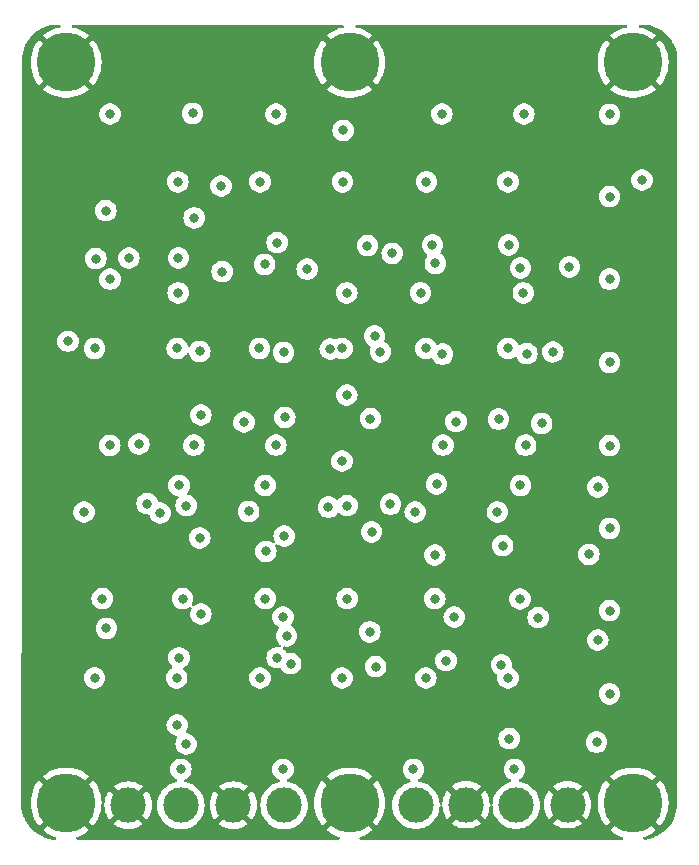
<source format=gbr>
%TF.GenerationSoftware,KiCad,Pcbnew,8.0.5*%
%TF.CreationDate,2024-10-28T15:41:29-10:00*%
%TF.ProjectId,SiPMT.revA,5369504d-542e-4726-9576-412e6b696361,rev?*%
%TF.SameCoordinates,Original*%
%TF.FileFunction,Copper,L2,Inr*%
%TF.FilePolarity,Positive*%
%FSLAX46Y46*%
G04 Gerber Fmt 4.6, Leading zero omitted, Abs format (unit mm)*
G04 Created by KiCad (PCBNEW 8.0.5) date 2024-10-28 15:41:29*
%MOMM*%
%LPD*%
G01*
G04 APERTURE LIST*
%TA.AperFunction,ComponentPad*%
%ADD10C,3.000000*%
%TD*%
%TA.AperFunction,ComponentPad*%
%ADD11C,5.000000*%
%TD*%
%TA.AperFunction,ViaPad*%
%ADD12C,0.800000*%
%TD*%
G04 APERTURE END LIST*
D10*
%TO.N,GND*%
%TO.C,H10*%
X165350000Y-126630000D03*
%TD*%
%TO.N,GND*%
%TO.C,H9*%
X137037500Y-126655000D03*
%TD*%
D11*
%TO.N,GND*%
%TO.C,H1*%
X122887500Y-63775000D03*
%TD*%
D10*
%TO.N,+BATT 3*%
%TO.C,Q3*%
X132600000Y-126680000D03*
%TD*%
%TO.N,GND*%
%TO.C,H7*%
X156750000Y-126630000D03*
%TD*%
%TO.N,+BATT 4*%
%TO.C,Q4*%
X161000000Y-126655000D03*
%TD*%
D11*
%TO.N,GND*%
%TO.C,H6*%
X170887500Y-126475000D03*
%TD*%
D10*
%TO.N,+BATT 2*%
%TO.C,Q2*%
X141350000Y-126680000D03*
%TD*%
%TO.N,+BATT 1*%
%TO.C,Q1*%
X152500000Y-126655000D03*
%TD*%
D11*
%TO.N,GND*%
%TO.C,H3*%
X170887500Y-63775000D03*
%TD*%
%TO.N,GND*%
%TO.C,H5*%
X146887500Y-126475000D03*
%TD*%
%TO.N,GND*%
%TO.C,H2*%
X146887500Y-63775000D03*
%TD*%
D10*
%TO.N,GND*%
%TO.C,H8*%
X128143148Y-126655000D03*
%TD*%
D11*
%TO.N,GND*%
%TO.C,H4*%
X122887500Y-126475000D03*
%TD*%
D12*
%TO.N,/AE3_CH5*%
X136000000Y-74230000D03*
%TO.N,GND*%
X140800000Y-83430000D03*
%TO.N,+BATT 1*%
X161650000Y-68130000D03*
X154700000Y-68130000D03*
%TO.N,+BATT 2*%
X146350000Y-69530000D03*
X140650000Y-68130000D03*
X126600000Y-68130000D03*
X133600000Y-68080000D03*
X126250000Y-76330000D03*
X132350000Y-73880000D03*
X139300000Y-73880000D03*
X146300000Y-73880000D03*
%TO.N,+BATT 1*%
X153400000Y-73880000D03*
X160300000Y-73880000D03*
%TO.N,GND*%
X156950000Y-116130000D03*
%TO.N,+BATT 1*%
X161600000Y-83280000D03*
X152900000Y-83280000D03*
%TO.N,+BATT 2*%
X146650000Y-83280000D03*
X132373692Y-83278998D03*
X126600000Y-82130000D03*
X125300000Y-87980000D03*
X132300000Y-87980000D03*
X139250000Y-87980000D03*
X146248621Y-87977441D03*
%TO.N,+BATT 1*%
X153350000Y-87980000D03*
X160300000Y-87980000D03*
%TO.N,+BATT 4*%
X161800000Y-96180000D03*
X154800000Y-96180000D03*
%TO.N,+BATT 3*%
X146250000Y-97530000D03*
X140650000Y-96180000D03*
X126587347Y-96192653D03*
X133700000Y-96180000D03*
X124400000Y-101830000D03*
X133052752Y-101303092D03*
X138347230Y-101788168D03*
X146675000Y-101300001D03*
%TO.N,+BATT 4*%
X152450000Y-101830000D03*
X159400000Y-101830000D03*
%TO.N,+BATT 3*%
X125950000Y-109180000D03*
X132750000Y-109180000D03*
X139750000Y-109180000D03*
X146675000Y-109180000D03*
%TO.N,+BATT 4*%
X154100000Y-109180000D03*
X161321403Y-109208597D03*
X160300000Y-115880000D03*
X153350000Y-115880000D03*
%TO.N,+BATT 3*%
X146250000Y-115880000D03*
X139300000Y-115880000D03*
X132250000Y-115880000D03*
%TO.N,/AO0_CH7*%
X167800000Y-121330000D03*
%TO.N,+BATT 4*%
X168900000Y-117230000D03*
X168900000Y-110180000D03*
X168900000Y-103230000D03*
X168900000Y-96230000D03*
%TO.N,+BATT 1*%
X168900000Y-89180000D03*
X168900000Y-82130000D03*
%TO.N,/AE3_CH0*%
X171650000Y-73730000D03*
%TO.N,+BATT 1*%
X168900000Y-75130000D03*
X168900000Y-68180000D03*
%TO.N,GND*%
X153550000Y-76980000D03*
X132400000Y-77930000D03*
X139450000Y-77630000D03*
X146600000Y-77830000D03*
X168150000Y-98280000D03*
X168150000Y-108280000D03*
X167900000Y-119680000D03*
X161250000Y-119680000D03*
X154050000Y-119680000D03*
X146400000Y-119680000D03*
X126200000Y-119680000D03*
X126100000Y-113480000D03*
X126350000Y-106230000D03*
X126050000Y-91930000D03*
X126200000Y-84630000D03*
X125850000Y-77580000D03*
X168150000Y-70830000D03*
X160950000Y-70830000D03*
X154100000Y-70830000D03*
X147000000Y-70830000D03*
X140100000Y-70830000D03*
X133150000Y-70830000D03*
X126050000Y-70780000D03*
X140600000Y-119680000D03*
X164350000Y-116030000D03*
X126100000Y-97980000D03*
X160350000Y-77130000D03*
X167250000Y-77380000D03*
X173750000Y-73080000D03*
X137600000Y-87780000D03*
X168200000Y-85180000D03*
X168000000Y-91580000D03*
%TO.N,+BATT 3*%
X132600000Y-123630000D03*
%TO.N,+BATT 4*%
X160850000Y-123630000D03*
%TO.N,+BATT 1*%
X152300000Y-123630000D03*
%TO.N,+BATT 2*%
X141250000Y-123630000D03*
%TO.N,+BATT 3*%
X125300000Y-115880000D03*
%TO.N,/AE0_CH7*%
X126300000Y-111680000D03*
%TO.N,/AO0_CH0*%
X132450000Y-114180000D03*
%TO.N,/AE0_CH6*%
X134300000Y-110480000D03*
%TO.N,/AO0_CH1*%
X132300000Y-119880000D03*
%TO.N,/AO0_CH2*%
X140750000Y-114180000D03*
%TO.N,/AE0_CH5*%
X141250000Y-110730000D03*
%TO.N,/AO0_CH3*%
X141900000Y-114680000D03*
%TO.N,/AE0_CH4*%
X141550000Y-112330000D03*
%TO.N,/AE0_CH3*%
X148600000Y-111980000D03*
%TO.N,/AO0_CH4*%
X149100000Y-114930000D03*
%TO.N,/AE0_CH2*%
X155750000Y-110730000D03*
%TO.N,/AO0_CH5*%
X155050000Y-114430000D03*
%TO.N,/AO0_CH6*%
X159750000Y-114780000D03*
%TO.N,/AE0_CH1*%
X162850000Y-110780000D03*
%TO.N,/AE0_CH0*%
X167900000Y-112680000D03*
%TO.N,/AE1_CH7*%
X129750000Y-101130000D03*
%TO.N,/AO1_CH0*%
X130850000Y-101930000D03*
%TO.N,/AE1_CH6*%
X132450000Y-99580000D03*
%TO.N,/AO1_CH1*%
X134200000Y-104030000D03*
%TO.N,/AO1_CH2*%
X139800000Y-105180000D03*
%TO.N,/AE1_CH5*%
X139750000Y-99580000D03*
%TO.N,/AO1_CH3*%
X141350000Y-103880000D03*
%TO.N,/AE1_CH4*%
X145100000Y-101430000D03*
%TO.N,/AE1_CH3*%
X150350000Y-101180000D03*
%TO.N,/AO1_CH4*%
X148750000Y-103530000D03*
%TO.N,/AE1_CH2*%
X154250000Y-99480000D03*
%TO.N,/AO1_CH5*%
X154100000Y-105480000D03*
%TO.N,/AO1_CH6*%
X159850000Y-104680000D03*
%TO.N,/AE1_CH1*%
X161350000Y-99580000D03*
%TO.N,/AO1_CH7*%
X167150000Y-105430000D03*
%TO.N,/AE1_CH0*%
X167900000Y-99730000D03*
%TO.N,/AE2_CH7*%
X123050000Y-87380000D03*
%TO.N,/AO2_CH0*%
X129050000Y-96080000D03*
%TO.N,/AE2_CH6*%
X134200000Y-88230000D03*
%TO.N,/AO2_CH1*%
X134300000Y-93630000D03*
%TO.N,/AO2_CH2*%
X137950000Y-94230000D03*
%TO.N,/AE2_CH5*%
X141300000Y-88330000D03*
%TO.N,/AO2_CH3*%
X141400000Y-93830000D03*
%TO.N,/AE2_CH4*%
X145250000Y-88030000D03*
%TO.N,/AE2_CH3*%
X149500000Y-88280000D03*
%TO.N,/AO2_CH4*%
X148650000Y-93930000D03*
%TO.N,/AE2_CH2*%
X154750000Y-88480000D03*
%TO.N,/AO2_CH5*%
X155900000Y-94180000D03*
%TO.N,/AO2_CH6*%
X159500000Y-93980000D03*
%TO.N,/AE2_CH1*%
X161900000Y-88430000D03*
%TO.N,/AO2_CH7*%
X163150000Y-94330000D03*
%TO.N,/AE2_CH0*%
X164100000Y-88280000D03*
%TO.N,/AE3_CH7*%
X128200000Y-80330000D03*
%TO.N,/AO3_CH0*%
X125400000Y-80380000D03*
%TO.N,/AE3_CH6*%
X133725000Y-76930000D03*
%TO.N,/AO3_CH1*%
X132400000Y-80330000D03*
%TO.N,/AO3_CH2*%
X136100000Y-81480000D03*
%TO.N,/AO3_CH3*%
X143300000Y-81280000D03*
%TO.N,/AE3_CH4*%
X140750000Y-79030000D03*
%TO.N,/AE3_CH3*%
X148400000Y-79280000D03*
%TO.N,/AO3_CH4*%
X150500000Y-79930000D03*
%TO.N,/AE3_CH2*%
X153900000Y-79230000D03*
%TO.N,/AO3_CH5*%
X154150000Y-80780000D03*
%TO.N,/AO3_CH6*%
X161350000Y-81180000D03*
%TO.N,/AE3_CH1*%
X160350000Y-79230000D03*
%TO.N,/AO3_CH7*%
X165500000Y-81080000D03*
%TO.N,+BATT 4*%
X160400000Y-121030000D03*
%TO.N,+BATT 3*%
X133050000Y-121480000D03*
%TO.N,+BATT 1*%
X149000000Y-86930000D03*
%TO.N,+BATT 2*%
X146650000Y-91930000D03*
X139700000Y-80880000D03*
%TD*%
%TA.AperFunction,Conductor*%
%TO.N,GND*%
G36*
X122298700Y-60580008D02*
G01*
X122365738Y-60599695D01*
X122411491Y-60652500D01*
X122421432Y-60721659D01*
X122392405Y-60785214D01*
X122333626Y-60822986D01*
X122327292Y-60824666D01*
X122025629Y-60896161D01*
X121697245Y-61015683D01*
X121697239Y-61015685D01*
X121384961Y-61172519D01*
X121092980Y-61364557D01*
X120950319Y-61484264D01*
X120950318Y-61484265D01*
X122197374Y-62731320D01*
X122073180Y-62821554D01*
X121934054Y-62960680D01*
X121843820Y-63084873D01*
X120593648Y-61834701D01*
X120593647Y-61834702D01*
X120585476Y-61843363D01*
X120585472Y-61843368D01*
X120376789Y-62123677D01*
X120202061Y-62426316D01*
X120202055Y-62426329D01*
X120063645Y-62747199D01*
X119963416Y-63081988D01*
X119963414Y-63081997D01*
X119902736Y-63426119D01*
X119902735Y-63426130D01*
X119882416Y-63774996D01*
X119882416Y-63775003D01*
X119902735Y-64123869D01*
X119902736Y-64123880D01*
X119963414Y-64468002D01*
X119963416Y-64468011D01*
X120063645Y-64802800D01*
X120202055Y-65123670D01*
X120202061Y-65123683D01*
X120376789Y-65426322D01*
X120585467Y-65706625D01*
X120593648Y-65715296D01*
X121843819Y-64465124D01*
X121934054Y-64589320D01*
X122073180Y-64728446D01*
X122197373Y-64818678D01*
X120950318Y-66065733D01*
X120950319Y-66065734D01*
X121092984Y-66185445D01*
X121384961Y-66377480D01*
X121697239Y-66534314D01*
X121697245Y-66534316D01*
X122025630Y-66653838D01*
X122025633Y-66653839D01*
X122365671Y-66734429D01*
X122712776Y-66774999D01*
X122712777Y-66775000D01*
X123062223Y-66775000D01*
X123062223Y-66774999D01*
X123409327Y-66734429D01*
X123409329Y-66734429D01*
X123749366Y-66653839D01*
X123749369Y-66653838D01*
X124077754Y-66534316D01*
X124077760Y-66534314D01*
X124390038Y-66377480D01*
X124682009Y-66185449D01*
X124682010Y-66185448D01*
X124824679Y-66065734D01*
X124824680Y-66065733D01*
X123577626Y-64818678D01*
X123701820Y-64728446D01*
X123840946Y-64589320D01*
X123931178Y-64465126D01*
X125181349Y-65715297D01*
X125181351Y-65715296D01*
X125189522Y-65706636D01*
X125189533Y-65706623D01*
X125398210Y-65426322D01*
X125572938Y-65123683D01*
X125572944Y-65123670D01*
X125711354Y-64802800D01*
X125811583Y-64468011D01*
X125811585Y-64468002D01*
X125872263Y-64123880D01*
X125872264Y-64123869D01*
X125892584Y-63775003D01*
X125892584Y-63774996D01*
X125872264Y-63426130D01*
X125872263Y-63426119D01*
X125811585Y-63081997D01*
X125811583Y-63081988D01*
X125711354Y-62747199D01*
X125572944Y-62426329D01*
X125572938Y-62426316D01*
X125398210Y-62123677D01*
X125189532Y-61843374D01*
X125181350Y-61834702D01*
X123931178Y-63084873D01*
X123840946Y-62960680D01*
X123701820Y-62821554D01*
X123577625Y-62731320D01*
X124824680Y-61484265D01*
X124824679Y-61484264D01*
X124682019Y-61364557D01*
X124390038Y-61172519D01*
X124077760Y-61015685D01*
X124077754Y-61015683D01*
X123749369Y-60896161D01*
X123749366Y-60896160D01*
X123447877Y-60824706D01*
X123387184Y-60790091D01*
X123354840Y-60728159D01*
X123361113Y-60658571D01*
X123404013Y-60603422D01*
X123469918Y-60580221D01*
X123476454Y-60580048D01*
X146295253Y-60580825D01*
X146362289Y-60600512D01*
X146408042Y-60653317D01*
X146417983Y-60722476D01*
X146388956Y-60786031D01*
X146330177Y-60823803D01*
X146323843Y-60825482D01*
X146025645Y-60896156D01*
X146025630Y-60896161D01*
X145697245Y-61015683D01*
X145697239Y-61015685D01*
X145384961Y-61172519D01*
X145092980Y-61364557D01*
X144950319Y-61484264D01*
X144950318Y-61484265D01*
X146197374Y-62731320D01*
X146073180Y-62821554D01*
X145934054Y-62960680D01*
X145843820Y-63084873D01*
X144593648Y-61834701D01*
X144593647Y-61834702D01*
X144585476Y-61843363D01*
X144585472Y-61843368D01*
X144376789Y-62123677D01*
X144202061Y-62426316D01*
X144202055Y-62426329D01*
X144063645Y-62747199D01*
X143963416Y-63081988D01*
X143963414Y-63081997D01*
X143902736Y-63426119D01*
X143902735Y-63426130D01*
X143882416Y-63774996D01*
X143882416Y-63775003D01*
X143902735Y-64123869D01*
X143902736Y-64123880D01*
X143963414Y-64468002D01*
X143963416Y-64468011D01*
X144063645Y-64802800D01*
X144202055Y-65123670D01*
X144202061Y-65123683D01*
X144376789Y-65426322D01*
X144585467Y-65706625D01*
X144593648Y-65715296D01*
X145843819Y-64465124D01*
X145934054Y-64589320D01*
X146073180Y-64728446D01*
X146197373Y-64818678D01*
X144950318Y-66065733D01*
X144950319Y-66065734D01*
X145092984Y-66185445D01*
X145384961Y-66377480D01*
X145697239Y-66534314D01*
X145697245Y-66534316D01*
X146025630Y-66653838D01*
X146025633Y-66653839D01*
X146365671Y-66734429D01*
X146712776Y-66774999D01*
X146712777Y-66775000D01*
X147062223Y-66775000D01*
X147062223Y-66774999D01*
X147409327Y-66734429D01*
X147409329Y-66734429D01*
X147749366Y-66653839D01*
X147749369Y-66653838D01*
X148077754Y-66534316D01*
X148077760Y-66534314D01*
X148390038Y-66377480D01*
X148682009Y-66185449D01*
X148682010Y-66185448D01*
X148824679Y-66065734D01*
X148824680Y-66065733D01*
X147577626Y-64818678D01*
X147701820Y-64728446D01*
X147840946Y-64589320D01*
X147931178Y-64465126D01*
X149181349Y-65715297D01*
X149181351Y-65715296D01*
X149189522Y-65706636D01*
X149189533Y-65706623D01*
X149398210Y-65426322D01*
X149572938Y-65123683D01*
X149572944Y-65123670D01*
X149711354Y-64802800D01*
X149811583Y-64468011D01*
X149811585Y-64468002D01*
X149872263Y-64123880D01*
X149872264Y-64123869D01*
X149892584Y-63775003D01*
X149892584Y-63774996D01*
X149872264Y-63426130D01*
X149872263Y-63426119D01*
X149811585Y-63081997D01*
X149811583Y-63081988D01*
X149711354Y-62747199D01*
X149572944Y-62426329D01*
X149572938Y-62426316D01*
X149398210Y-62123677D01*
X149189532Y-61843374D01*
X149181350Y-61834702D01*
X147931178Y-63084873D01*
X147840946Y-62960680D01*
X147701820Y-62821554D01*
X147577625Y-62731320D01*
X148824680Y-61484265D01*
X148824679Y-61484264D01*
X148682019Y-61364557D01*
X148390038Y-61172519D01*
X148077760Y-61015685D01*
X148077754Y-61015683D01*
X147749369Y-60896161D01*
X147749366Y-60896160D01*
X147451327Y-60825524D01*
X147390634Y-60790909D01*
X147358290Y-60728977D01*
X147364563Y-60659389D01*
X147407463Y-60604240D01*
X147473368Y-60581039D01*
X147479917Y-60580866D01*
X170291802Y-60581643D01*
X170358840Y-60601330D01*
X170404593Y-60654135D01*
X170414534Y-60723294D01*
X170385507Y-60786849D01*
X170326728Y-60824621D01*
X170320393Y-60826301D01*
X170025633Y-60896160D01*
X170025630Y-60896161D01*
X169697245Y-61015683D01*
X169697239Y-61015685D01*
X169384961Y-61172519D01*
X169092980Y-61364557D01*
X168950319Y-61484264D01*
X168950318Y-61484265D01*
X170197374Y-62731320D01*
X170073180Y-62821554D01*
X169934054Y-62960680D01*
X169843820Y-63084873D01*
X168593648Y-61834701D01*
X168593647Y-61834702D01*
X168585476Y-61843363D01*
X168585472Y-61843368D01*
X168376789Y-62123677D01*
X168202061Y-62426316D01*
X168202055Y-62426329D01*
X168063645Y-62747199D01*
X167963416Y-63081988D01*
X167963414Y-63081997D01*
X167902736Y-63426119D01*
X167902735Y-63426130D01*
X167882416Y-63774996D01*
X167882416Y-63775003D01*
X167902735Y-64123869D01*
X167902736Y-64123880D01*
X167963414Y-64468002D01*
X167963416Y-64468011D01*
X168063645Y-64802800D01*
X168202055Y-65123670D01*
X168202061Y-65123683D01*
X168376789Y-65426322D01*
X168585467Y-65706625D01*
X168593648Y-65715296D01*
X169843819Y-64465124D01*
X169934054Y-64589320D01*
X170073180Y-64728446D01*
X170197373Y-64818678D01*
X168950318Y-66065733D01*
X168950319Y-66065734D01*
X169092984Y-66185445D01*
X169384961Y-66377480D01*
X169697239Y-66534314D01*
X169697245Y-66534316D01*
X170025630Y-66653838D01*
X170025633Y-66653839D01*
X170365671Y-66734429D01*
X170712776Y-66774999D01*
X170712777Y-66775000D01*
X171062223Y-66775000D01*
X171062223Y-66774999D01*
X171409327Y-66734429D01*
X171409329Y-66734429D01*
X171749366Y-66653839D01*
X171749369Y-66653838D01*
X172077754Y-66534316D01*
X172077760Y-66534314D01*
X172390038Y-66377480D01*
X172682009Y-66185449D01*
X172682010Y-66185448D01*
X172824679Y-66065734D01*
X172824680Y-66065733D01*
X171577626Y-64818678D01*
X171701820Y-64728446D01*
X171840946Y-64589320D01*
X171931178Y-64465126D01*
X173181349Y-65715297D01*
X173181351Y-65715296D01*
X173189522Y-65706636D01*
X173189533Y-65706623D01*
X173398210Y-65426322D01*
X173572938Y-65123683D01*
X173572944Y-65123670D01*
X173711354Y-64802800D01*
X173811583Y-64468011D01*
X173811585Y-64468002D01*
X173872263Y-64123880D01*
X173872264Y-64123869D01*
X173892584Y-63775003D01*
X173892584Y-63774996D01*
X173872264Y-63426130D01*
X173872263Y-63426119D01*
X173811585Y-63081997D01*
X173811583Y-63081988D01*
X173711354Y-62747199D01*
X173572944Y-62426329D01*
X173572938Y-62426316D01*
X173398210Y-62123677D01*
X173189532Y-61843374D01*
X173181350Y-61834702D01*
X171931178Y-63084873D01*
X171840946Y-62960680D01*
X171701820Y-62821554D01*
X171577625Y-62731320D01*
X172824680Y-61484265D01*
X172824679Y-61484264D01*
X172682019Y-61364557D01*
X172390038Y-61172519D01*
X172077760Y-61015685D01*
X172077754Y-61015683D01*
X171749369Y-60896161D01*
X171749370Y-60896161D01*
X171454776Y-60826341D01*
X171394084Y-60791726D01*
X171361740Y-60729794D01*
X171368013Y-60660206D01*
X171410913Y-60605057D01*
X171476818Y-60581856D01*
X171483342Y-60581683D01*
X171747137Y-60581692D01*
X171752958Y-60581831D01*
X171917247Y-60589654D01*
X171929726Y-60590884D01*
X172259861Y-60640431D01*
X172273880Y-60643372D01*
X172595216Y-60730450D01*
X172608800Y-60734989D01*
X172917947Y-60858570D01*
X172930910Y-60864642D01*
X173222096Y-61022192D01*
X173223726Y-61023074D01*
X173235918Y-61030612D01*
X173508498Y-61221779D01*
X173519731Y-61230668D01*
X173768427Y-61452014D01*
X173778554Y-61462135D01*
X174000044Y-61710702D01*
X174008945Y-61721938D01*
X174200261Y-61994394D01*
X174207807Y-62006581D01*
X174366406Y-62299300D01*
X174372494Y-62312277D01*
X174496248Y-62621335D01*
X174500798Y-62634926D01*
X174588064Y-62956213D01*
X174591016Y-62970241D01*
X174640747Y-63300303D01*
X174641989Y-63312842D01*
X174649855Y-63476984D01*
X174649997Y-63483021D01*
X174598309Y-126677150D01*
X174598169Y-126682947D01*
X174590346Y-126847233D01*
X174589113Y-126859739D01*
X174539569Y-127189856D01*
X174536625Y-127203885D01*
X174449550Y-127525211D01*
X174445008Y-127538805D01*
X174321433Y-127847938D01*
X174315352Y-127860919D01*
X174156925Y-128153726D01*
X174149387Y-128165918D01*
X173958220Y-128438498D01*
X173949325Y-128449738D01*
X173736822Y-128688500D01*
X173727997Y-128698415D01*
X173717864Y-128708554D01*
X173469297Y-128930044D01*
X173458061Y-128938945D01*
X173185605Y-129130261D01*
X173173418Y-129137807D01*
X172880699Y-129296406D01*
X172867722Y-129302494D01*
X172558664Y-129426248D01*
X172545073Y-129430798D01*
X172223786Y-129518064D01*
X172209758Y-129521016D01*
X171879696Y-129570747D01*
X171867158Y-129571989D01*
X171857520Y-129572451D01*
X171789615Y-129555999D01*
X171741384Y-129505446D01*
X171728141Y-129436843D01*
X171754090Y-129371970D01*
X171809173Y-129332071D01*
X172077754Y-129234316D01*
X172077760Y-129234314D01*
X172390038Y-129077480D01*
X172682009Y-128885449D01*
X172682010Y-128885448D01*
X172824679Y-128765734D01*
X172824680Y-128765733D01*
X171577626Y-127518678D01*
X171701820Y-127428446D01*
X171840946Y-127289320D01*
X171931178Y-127165126D01*
X173181349Y-128415297D01*
X173181351Y-128415296D01*
X173189522Y-128406636D01*
X173189533Y-128406623D01*
X173398210Y-128126322D01*
X173572938Y-127823683D01*
X173572944Y-127823670D01*
X173711354Y-127502800D01*
X173811583Y-127168011D01*
X173811585Y-127168002D01*
X173872263Y-126823880D01*
X173872264Y-126823869D01*
X173892584Y-126475003D01*
X173892584Y-126474996D01*
X173872264Y-126126130D01*
X173872263Y-126126119D01*
X173811585Y-125781997D01*
X173811583Y-125781988D01*
X173711354Y-125447199D01*
X173572944Y-125126329D01*
X173572938Y-125126316D01*
X173398210Y-124823677D01*
X173189532Y-124543374D01*
X173181350Y-124534702D01*
X171931178Y-125784873D01*
X171840946Y-125660680D01*
X171701820Y-125521554D01*
X171577625Y-125431320D01*
X172824680Y-124184265D01*
X172824679Y-124184264D01*
X172682019Y-124064557D01*
X172390038Y-123872519D01*
X172077760Y-123715685D01*
X172077754Y-123715683D01*
X171749369Y-123596161D01*
X171749366Y-123596160D01*
X171409328Y-123515570D01*
X171062223Y-123475000D01*
X170712777Y-123475000D01*
X170365672Y-123515570D01*
X170365670Y-123515570D01*
X170025633Y-123596160D01*
X170025630Y-123596161D01*
X169697245Y-123715683D01*
X169697239Y-123715685D01*
X169384961Y-123872519D01*
X169092980Y-124064557D01*
X168950319Y-124184264D01*
X168950318Y-124184265D01*
X170197374Y-125431320D01*
X170073180Y-125521554D01*
X169934054Y-125660680D01*
X169843820Y-125784873D01*
X168593648Y-124534701D01*
X168593647Y-124534702D01*
X168585476Y-124543363D01*
X168585472Y-124543368D01*
X168376789Y-124823677D01*
X168202061Y-125126316D01*
X168202055Y-125126329D01*
X168063645Y-125447199D01*
X167963416Y-125781988D01*
X167963414Y-125781997D01*
X167902736Y-126126119D01*
X167902735Y-126126130D01*
X167882416Y-126474996D01*
X167882416Y-126475003D01*
X167902735Y-126823869D01*
X167902736Y-126823880D01*
X167963414Y-127168002D01*
X167963416Y-127168011D01*
X168063645Y-127502800D01*
X168202055Y-127823670D01*
X168202061Y-127823683D01*
X168376789Y-128126322D01*
X168585467Y-128406625D01*
X168593648Y-128415296D01*
X169843819Y-127165124D01*
X169934054Y-127289320D01*
X170073180Y-127428446D01*
X170197373Y-127518678D01*
X168950318Y-128765733D01*
X168950319Y-128765734D01*
X169092984Y-128885445D01*
X169384961Y-129077480D01*
X169697239Y-129234314D01*
X169697245Y-129234316D01*
X169986010Y-129339418D01*
X170042274Y-129380844D01*
X170067210Y-129446113D01*
X170052900Y-129514501D01*
X170003889Y-129564297D01*
X169943596Y-129579940D01*
X147833464Y-129579187D01*
X147766425Y-129559500D01*
X147720672Y-129506695D01*
X147710731Y-129437536D01*
X147739758Y-129373981D01*
X147791058Y-129338665D01*
X148077754Y-129234316D01*
X148077760Y-129234314D01*
X148390038Y-129077480D01*
X148682009Y-128885449D01*
X148682010Y-128885448D01*
X148824679Y-128765734D01*
X148824680Y-128765733D01*
X147577626Y-127518678D01*
X147701820Y-127428446D01*
X147840946Y-127289320D01*
X147931178Y-127165126D01*
X149181349Y-128415297D01*
X149181351Y-128415296D01*
X149189522Y-128406636D01*
X149189533Y-128406623D01*
X149398210Y-128126322D01*
X149572938Y-127823683D01*
X149572944Y-127823670D01*
X149711354Y-127502800D01*
X149811583Y-127168011D01*
X149811585Y-127168002D01*
X149872263Y-126823880D01*
X149872264Y-126823869D01*
X149882100Y-126655000D01*
X150486807Y-126655000D01*
X150505557Y-126929130D01*
X150505558Y-126929132D01*
X150561458Y-127198141D01*
X150561463Y-127198158D01*
X150653476Y-127457056D01*
X150779889Y-127701024D01*
X150779893Y-127701030D01*
X150938340Y-127925499D01*
X150938343Y-127925502D01*
X151125889Y-128126314D01*
X151339031Y-128299718D01*
X151339033Y-128299719D01*
X151339034Y-128299720D01*
X151573801Y-128442485D01*
X151657656Y-128478908D01*
X151825823Y-128551953D01*
X152090404Y-128626085D01*
X152329720Y-128658978D01*
X152362614Y-128663500D01*
X152362615Y-128663500D01*
X152637386Y-128663500D01*
X152666733Y-128659466D01*
X152909596Y-128626085D01*
X153174177Y-128551953D01*
X153409500Y-128449738D01*
X153426198Y-128442485D01*
X153426200Y-128442484D01*
X153660969Y-128299718D01*
X153874111Y-128126314D01*
X154061657Y-127925502D01*
X154220111Y-127701023D01*
X154346523Y-127457058D01*
X154438538Y-127198153D01*
X154438539Y-127198146D01*
X154438541Y-127198141D01*
X154477583Y-127010258D01*
X154494442Y-126929130D01*
X154506380Y-126754599D01*
X154530594Y-126689060D01*
X154586397Y-126647015D01*
X154656073Y-126641815D01*
X154717500Y-126675109D01*
X154751175Y-126736328D01*
X154753775Y-126754216D01*
X154765300Y-126915362D01*
X154826109Y-127194895D01*
X154926091Y-127462958D01*
X155063191Y-127714038D01*
X155063196Y-127714046D01*
X155169882Y-127856561D01*
X155169883Y-127856562D01*
X156072421Y-126954024D01*
X156085359Y-126985258D01*
X156167437Y-127108097D01*
X156271903Y-127212563D01*
X156394742Y-127294641D01*
X156425974Y-127307578D01*
X155523436Y-128210115D01*
X155665960Y-128316807D01*
X155665961Y-128316808D01*
X155917042Y-128453908D01*
X155917041Y-128453908D01*
X156185104Y-128553890D01*
X156464637Y-128614699D01*
X156749999Y-128635109D01*
X156750001Y-128635109D01*
X157035362Y-128614699D01*
X157314895Y-128553890D01*
X157582958Y-128453908D01*
X157834047Y-128316803D01*
X157976561Y-128210116D01*
X157976562Y-128210115D01*
X157074025Y-127307577D01*
X157105258Y-127294641D01*
X157228097Y-127212563D01*
X157332563Y-127108097D01*
X157414641Y-126985258D01*
X157427578Y-126954025D01*
X158330115Y-127856562D01*
X158330116Y-127856561D01*
X158436803Y-127714047D01*
X158573908Y-127462958D01*
X158673890Y-127194895D01*
X158734699Y-126915362D01*
X158734699Y-126915361D01*
X158746224Y-126754217D01*
X158770640Y-126688752D01*
X158826574Y-126646880D01*
X158896265Y-126641896D01*
X158957589Y-126675380D01*
X158991074Y-126736703D01*
X158993619Y-126754599D01*
X159005558Y-126929131D01*
X159005558Y-126929132D01*
X159061458Y-127198141D01*
X159061463Y-127198158D01*
X159153476Y-127457056D01*
X159279889Y-127701024D01*
X159279893Y-127701030D01*
X159438340Y-127925499D01*
X159438343Y-127925502D01*
X159625889Y-128126314D01*
X159839031Y-128299718D01*
X159839033Y-128299719D01*
X159839034Y-128299720D01*
X160073801Y-128442485D01*
X160157656Y-128478908D01*
X160325823Y-128551953D01*
X160590404Y-128626085D01*
X160829720Y-128658978D01*
X160862614Y-128663500D01*
X160862615Y-128663500D01*
X161137386Y-128663500D01*
X161166733Y-128659466D01*
X161409596Y-128626085D01*
X161674177Y-128551953D01*
X161909500Y-128449738D01*
X161926198Y-128442485D01*
X161926200Y-128442484D01*
X162160969Y-128299718D01*
X162374111Y-128126314D01*
X162561657Y-127925502D01*
X162720111Y-127701023D01*
X162846523Y-127457058D01*
X162938538Y-127198153D01*
X162938539Y-127198146D01*
X162938541Y-127198141D01*
X162977583Y-127010258D01*
X162994442Y-126929130D01*
X163013193Y-126655000D01*
X163011483Y-126629998D01*
X163344891Y-126629998D01*
X163344891Y-126630001D01*
X163365300Y-126915362D01*
X163426109Y-127194895D01*
X163526091Y-127462958D01*
X163663191Y-127714038D01*
X163663196Y-127714046D01*
X163769882Y-127856561D01*
X163769883Y-127856562D01*
X164672421Y-126954024D01*
X164685359Y-126985258D01*
X164767437Y-127108097D01*
X164871903Y-127212563D01*
X164994742Y-127294641D01*
X165025974Y-127307578D01*
X164123436Y-128210115D01*
X164265960Y-128316807D01*
X164265961Y-128316808D01*
X164517042Y-128453908D01*
X164517041Y-128453908D01*
X164785104Y-128553890D01*
X165064637Y-128614699D01*
X165349999Y-128635109D01*
X165350001Y-128635109D01*
X165635362Y-128614699D01*
X165914895Y-128553890D01*
X166182958Y-128453908D01*
X166434047Y-128316803D01*
X166576561Y-128210116D01*
X166576562Y-128210115D01*
X165674025Y-127307577D01*
X165705258Y-127294641D01*
X165828097Y-127212563D01*
X165932563Y-127108097D01*
X166014641Y-126985258D01*
X166027578Y-126954025D01*
X166930115Y-127856562D01*
X166930116Y-127856561D01*
X167036803Y-127714047D01*
X167173908Y-127462958D01*
X167273890Y-127194895D01*
X167334699Y-126915362D01*
X167355109Y-126630001D01*
X167355109Y-126629998D01*
X167334699Y-126344637D01*
X167273890Y-126065104D01*
X167173908Y-125797041D01*
X167036808Y-125545961D01*
X167036807Y-125545960D01*
X166930115Y-125403436D01*
X166027577Y-126305973D01*
X166014641Y-126274742D01*
X165932563Y-126151903D01*
X165828097Y-126047437D01*
X165705258Y-125965359D01*
X165674024Y-125952421D01*
X166576562Y-125049883D01*
X166576561Y-125049882D01*
X166434046Y-124943196D01*
X166434038Y-124943191D01*
X166182957Y-124806091D01*
X166182958Y-124806091D01*
X165914895Y-124706109D01*
X165635362Y-124645300D01*
X165350001Y-124624891D01*
X165349999Y-124624891D01*
X165064637Y-124645300D01*
X164785104Y-124706109D01*
X164517041Y-124806091D01*
X164265961Y-124943191D01*
X164265953Y-124943196D01*
X164123437Y-125049882D01*
X164123436Y-125049883D01*
X165025975Y-125952421D01*
X164994742Y-125965359D01*
X164871903Y-126047437D01*
X164767437Y-126151903D01*
X164685359Y-126274742D01*
X164672421Y-126305974D01*
X163769883Y-125403436D01*
X163769882Y-125403437D01*
X163663196Y-125545953D01*
X163663191Y-125545961D01*
X163526091Y-125797041D01*
X163426109Y-126065104D01*
X163365300Y-126344637D01*
X163344891Y-126629998D01*
X163011483Y-126629998D01*
X162994442Y-126380870D01*
X162946862Y-126151903D01*
X162938541Y-126111858D01*
X162938536Y-126111841D01*
X162846523Y-125852943D01*
X162846523Y-125852942D01*
X162720111Y-125608977D01*
X162720110Y-125608975D01*
X162720106Y-125608969D01*
X162561659Y-125384500D01*
X162543031Y-125364555D01*
X162374111Y-125183686D01*
X162160969Y-125010282D01*
X162160967Y-125010281D01*
X162160965Y-125010279D01*
X161926198Y-124867514D01*
X161674178Y-124758047D01*
X161409602Y-124683916D01*
X161409596Y-124683915D01*
X161310870Y-124670345D01*
X161247136Y-124641715D01*
X161208998Y-124583172D01*
X161208565Y-124513304D01*
X161245974Y-124454292D01*
X161277314Y-124434224D01*
X161306752Y-124421118D01*
X161461253Y-124308866D01*
X161589040Y-124166944D01*
X161684527Y-124001556D01*
X161743542Y-123819928D01*
X161763504Y-123630000D01*
X161743542Y-123440072D01*
X161684527Y-123258444D01*
X161589040Y-123093056D01*
X161461253Y-122951134D01*
X161306752Y-122838882D01*
X161132288Y-122761206D01*
X161132286Y-122761205D01*
X160945487Y-122721500D01*
X160754513Y-122721500D01*
X160567714Y-122761205D01*
X160393246Y-122838883D01*
X160238745Y-122951135D01*
X160110959Y-123093057D01*
X160015473Y-123258443D01*
X160015470Y-123258450D01*
X159956459Y-123440068D01*
X159956458Y-123440072D01*
X159936496Y-123630000D01*
X159956458Y-123819928D01*
X159956459Y-123819931D01*
X160015470Y-124001549D01*
X160015473Y-124001556D01*
X160110960Y-124166944D01*
X160238747Y-124308866D01*
X160393248Y-124421118D01*
X160517471Y-124476425D01*
X160570709Y-124521676D01*
X160591030Y-124588525D01*
X160571985Y-124655748D01*
X160519619Y-124702004D01*
X160500491Y-124709107D01*
X160325821Y-124758047D01*
X160073801Y-124867514D01*
X159839034Y-125010279D01*
X159625892Y-125183683D01*
X159438340Y-125384500D01*
X159279893Y-125608969D01*
X159279889Y-125608975D01*
X159153476Y-125852943D01*
X159061463Y-126111841D01*
X159061458Y-126111858D01*
X159005558Y-126380867D01*
X159005557Y-126380869D01*
X158995368Y-126529841D01*
X158971154Y-126595381D01*
X158915351Y-126637426D01*
X158845675Y-126642626D01*
X158784248Y-126609332D01*
X158750573Y-126548113D01*
X158747973Y-126530225D01*
X158734699Y-126344637D01*
X158673890Y-126065104D01*
X158573908Y-125797041D01*
X158436808Y-125545961D01*
X158436807Y-125545960D01*
X158330115Y-125403436D01*
X157427577Y-126305973D01*
X157414641Y-126274742D01*
X157332563Y-126151903D01*
X157228097Y-126047437D01*
X157105258Y-125965359D01*
X157074024Y-125952421D01*
X157976562Y-125049883D01*
X157976561Y-125049882D01*
X157834046Y-124943196D01*
X157834038Y-124943191D01*
X157582957Y-124806091D01*
X157582958Y-124806091D01*
X157314895Y-124706109D01*
X157035362Y-124645300D01*
X156750001Y-124624891D01*
X156749999Y-124624891D01*
X156464637Y-124645300D01*
X156185104Y-124706109D01*
X155917041Y-124806091D01*
X155665961Y-124943191D01*
X155665953Y-124943196D01*
X155523437Y-125049882D01*
X155523436Y-125049883D01*
X156425975Y-125952421D01*
X156394742Y-125965359D01*
X156271903Y-126047437D01*
X156167437Y-126151903D01*
X156085359Y-126274742D01*
X156072421Y-126305974D01*
X155169883Y-125403436D01*
X155169882Y-125403437D01*
X155063196Y-125545953D01*
X155063191Y-125545961D01*
X154926091Y-125797041D01*
X154826109Y-126065104D01*
X154765300Y-126344637D01*
X154752026Y-126530226D01*
X154727609Y-126595690D01*
X154671675Y-126637561D01*
X154601983Y-126642545D01*
X154540660Y-126609060D01*
X154507176Y-126547736D01*
X154504632Y-126529851D01*
X154494442Y-126380870D01*
X154446862Y-126151903D01*
X154438541Y-126111858D01*
X154438536Y-126111841D01*
X154346523Y-125852943D01*
X154346523Y-125852942D01*
X154220111Y-125608977D01*
X154220110Y-125608975D01*
X154220106Y-125608969D01*
X154061659Y-125384500D01*
X154043031Y-125364555D01*
X153874111Y-125183686D01*
X153660969Y-125010282D01*
X153660967Y-125010281D01*
X153660965Y-125010279D01*
X153426198Y-124867514D01*
X153174178Y-124758047D01*
X152909602Y-124683916D01*
X152909597Y-124683915D01*
X152909596Y-124683915D01*
X152849105Y-124675600D01*
X152772666Y-124665094D01*
X152708931Y-124636464D01*
X152670793Y-124577921D01*
X152670359Y-124508053D01*
X152707768Y-124449042D01*
X152739114Y-124428970D01*
X152756752Y-124421118D01*
X152911253Y-124308866D01*
X153039040Y-124166944D01*
X153134527Y-124001556D01*
X153193542Y-123819928D01*
X153213504Y-123630000D01*
X153193542Y-123440072D01*
X153134527Y-123258444D01*
X153039040Y-123093056D01*
X152911253Y-122951134D01*
X152756752Y-122838882D01*
X152582288Y-122761206D01*
X152582286Y-122761205D01*
X152395487Y-122721500D01*
X152204513Y-122721500D01*
X152017714Y-122761205D01*
X151843246Y-122838883D01*
X151688745Y-122951135D01*
X151560959Y-123093057D01*
X151465473Y-123258443D01*
X151465470Y-123258450D01*
X151406459Y-123440068D01*
X151406458Y-123440072D01*
X151386496Y-123630000D01*
X151406458Y-123819928D01*
X151406459Y-123819931D01*
X151465470Y-124001549D01*
X151465473Y-124001556D01*
X151560960Y-124166944D01*
X151688747Y-124308866D01*
X151843248Y-124421118D01*
X151986784Y-124485024D01*
X152040020Y-124530273D01*
X152060342Y-124597122D01*
X152041297Y-124664346D01*
X151988931Y-124710602D01*
X151969803Y-124717705D01*
X151825821Y-124758047D01*
X151573801Y-124867514D01*
X151339034Y-125010279D01*
X151125892Y-125183683D01*
X150938340Y-125384500D01*
X150779893Y-125608969D01*
X150779889Y-125608975D01*
X150653476Y-125852943D01*
X150561463Y-126111841D01*
X150561458Y-126111858D01*
X150505558Y-126380867D01*
X150505557Y-126380869D01*
X150486807Y-126655000D01*
X149882100Y-126655000D01*
X149892584Y-126475003D01*
X149892584Y-126474996D01*
X149872264Y-126126130D01*
X149872263Y-126126119D01*
X149811585Y-125781997D01*
X149811583Y-125781988D01*
X149711354Y-125447199D01*
X149572944Y-125126329D01*
X149572938Y-125126316D01*
X149398210Y-124823677D01*
X149189532Y-124543374D01*
X149181350Y-124534702D01*
X147931178Y-125784873D01*
X147840946Y-125660680D01*
X147701820Y-125521554D01*
X147577625Y-125431320D01*
X148824680Y-124184265D01*
X148824679Y-124184264D01*
X148682019Y-124064557D01*
X148390038Y-123872519D01*
X148077760Y-123715685D01*
X148077754Y-123715683D01*
X147749369Y-123596161D01*
X147749366Y-123596160D01*
X147409328Y-123515570D01*
X147062223Y-123475000D01*
X146712777Y-123475000D01*
X146365672Y-123515570D01*
X146365670Y-123515570D01*
X146025633Y-123596160D01*
X146025630Y-123596161D01*
X145697245Y-123715683D01*
X145697239Y-123715685D01*
X145384961Y-123872519D01*
X145092980Y-124064557D01*
X144950319Y-124184264D01*
X144950318Y-124184265D01*
X146197374Y-125431320D01*
X146073180Y-125521554D01*
X145934054Y-125660680D01*
X145843820Y-125784873D01*
X144593648Y-124534701D01*
X144593647Y-124534702D01*
X144585476Y-124543363D01*
X144585472Y-124543368D01*
X144376789Y-124823677D01*
X144202061Y-125126316D01*
X144202055Y-125126329D01*
X144063645Y-125447199D01*
X143963416Y-125781988D01*
X143963414Y-125781997D01*
X143902736Y-126126119D01*
X143902735Y-126126130D01*
X143882416Y-126474996D01*
X143882416Y-126475003D01*
X143902735Y-126823869D01*
X143902736Y-126823880D01*
X143963414Y-127168002D01*
X143963416Y-127168011D01*
X144063645Y-127502800D01*
X144202055Y-127823670D01*
X144202061Y-127823683D01*
X144376789Y-128126322D01*
X144585467Y-128406625D01*
X144593648Y-128415296D01*
X145843819Y-127165124D01*
X145934054Y-127289320D01*
X146073180Y-127428446D01*
X146197373Y-127518678D01*
X144950318Y-128765733D01*
X144950319Y-128765734D01*
X145092984Y-128885445D01*
X145384961Y-129077480D01*
X145697239Y-129234314D01*
X145697245Y-129234316D01*
X145983764Y-129338600D01*
X146040028Y-129380026D01*
X146064964Y-129445295D01*
X146050654Y-129513683D01*
X146001643Y-129563479D01*
X145941350Y-129579122D01*
X123835710Y-129578369D01*
X123768671Y-129558682D01*
X123722918Y-129505877D01*
X123712977Y-129436718D01*
X123742004Y-129373163D01*
X123793304Y-129337847D01*
X124077754Y-129234316D01*
X124077760Y-129234314D01*
X124390038Y-129077480D01*
X124682009Y-128885449D01*
X124682010Y-128885448D01*
X124824679Y-128765734D01*
X124824680Y-128765733D01*
X123577626Y-127518678D01*
X123701820Y-127428446D01*
X123840946Y-127289320D01*
X123931178Y-127165126D01*
X125181349Y-128415297D01*
X125181351Y-128415296D01*
X125189522Y-128406636D01*
X125189533Y-128406623D01*
X125398210Y-128126322D01*
X125572938Y-127823683D01*
X125572944Y-127823670D01*
X125711354Y-127502800D01*
X125811583Y-127168011D01*
X125811585Y-127168002D01*
X125872263Y-126823880D01*
X125872264Y-126823869D01*
X125882100Y-126654998D01*
X126138039Y-126654998D01*
X126138039Y-126655001D01*
X126158448Y-126940362D01*
X126219257Y-127219895D01*
X126319239Y-127487958D01*
X126456339Y-127739038D01*
X126456344Y-127739046D01*
X126563030Y-127881561D01*
X126563031Y-127881562D01*
X127465569Y-126979024D01*
X127478507Y-127010258D01*
X127560585Y-127133097D01*
X127665051Y-127237563D01*
X127787890Y-127319641D01*
X127819122Y-127332578D01*
X126916584Y-128235115D01*
X127059108Y-128341807D01*
X127059109Y-128341808D01*
X127310190Y-128478908D01*
X127310189Y-128478908D01*
X127578252Y-128578890D01*
X127857785Y-128639699D01*
X128143147Y-128660109D01*
X128143149Y-128660109D01*
X128428510Y-128639699D01*
X128708043Y-128578890D01*
X128976106Y-128478908D01*
X129227195Y-128341803D01*
X129369709Y-128235116D01*
X129369710Y-128235115D01*
X128467173Y-127332577D01*
X128498406Y-127319641D01*
X128621245Y-127237563D01*
X128725711Y-127133097D01*
X128807789Y-127010258D01*
X128820726Y-126979025D01*
X129723263Y-127881562D01*
X129723264Y-127881561D01*
X129829951Y-127739047D01*
X129967056Y-127487958D01*
X130067038Y-127219895D01*
X130127847Y-126940362D01*
X130146469Y-126680000D01*
X130586807Y-126680000D01*
X130605557Y-126954130D01*
X130605558Y-126954132D01*
X130661458Y-127223141D01*
X130661463Y-127223158D01*
X130753476Y-127482056D01*
X130879889Y-127726024D01*
X130879893Y-127726030D01*
X131038340Y-127950499D01*
X131038343Y-127950502D01*
X131225889Y-128151314D01*
X131439031Y-128324718D01*
X131439033Y-128324719D01*
X131439034Y-128324720D01*
X131673801Y-128467485D01*
X131868265Y-128551952D01*
X131925823Y-128576953D01*
X132190404Y-128651085D01*
X132429720Y-128683978D01*
X132462614Y-128688500D01*
X132462615Y-128688500D01*
X132737386Y-128688500D01*
X132766733Y-128684466D01*
X133009596Y-128651085D01*
X133274177Y-128576953D01*
X133526200Y-128467484D01*
X133760969Y-128324718D01*
X133974111Y-128151314D01*
X134161657Y-127950502D01*
X134320111Y-127726023D01*
X134446523Y-127482058D01*
X134538538Y-127223153D01*
X134538539Y-127223146D01*
X134538541Y-127223141D01*
X134582778Y-127010258D01*
X134594442Y-126954130D01*
X134613193Y-126680000D01*
X134611483Y-126654998D01*
X135032391Y-126654998D01*
X135032391Y-126655001D01*
X135052800Y-126940362D01*
X135113609Y-127219895D01*
X135213591Y-127487958D01*
X135350691Y-127739038D01*
X135350696Y-127739046D01*
X135457382Y-127881561D01*
X135457383Y-127881562D01*
X136359921Y-126979024D01*
X136372859Y-127010258D01*
X136454937Y-127133097D01*
X136559403Y-127237563D01*
X136682242Y-127319641D01*
X136713474Y-127332578D01*
X135810936Y-128235115D01*
X135953460Y-128341807D01*
X135953461Y-128341808D01*
X136204542Y-128478908D01*
X136204541Y-128478908D01*
X136472604Y-128578890D01*
X136752137Y-128639699D01*
X137037499Y-128660109D01*
X137037501Y-128660109D01*
X137322862Y-128639699D01*
X137602395Y-128578890D01*
X137870458Y-128478908D01*
X138121547Y-128341803D01*
X138264061Y-128235116D01*
X138264062Y-128235115D01*
X137361525Y-127332577D01*
X137392758Y-127319641D01*
X137515597Y-127237563D01*
X137620063Y-127133097D01*
X137702141Y-127010258D01*
X137715078Y-126979025D01*
X138617615Y-127881562D01*
X138617616Y-127881561D01*
X138724303Y-127739047D01*
X138861408Y-127487958D01*
X138961390Y-127219895D01*
X139022199Y-126940362D01*
X139040821Y-126680000D01*
X139336807Y-126680000D01*
X139355557Y-126954130D01*
X139355558Y-126954132D01*
X139411458Y-127223141D01*
X139411463Y-127223158D01*
X139503476Y-127482056D01*
X139629889Y-127726024D01*
X139629893Y-127726030D01*
X139788340Y-127950499D01*
X139788343Y-127950502D01*
X139975889Y-128151314D01*
X140189031Y-128324718D01*
X140189033Y-128324719D01*
X140189034Y-128324720D01*
X140423801Y-128467485D01*
X140618265Y-128551952D01*
X140675823Y-128576953D01*
X140940404Y-128651085D01*
X141179720Y-128683978D01*
X141212614Y-128688500D01*
X141212615Y-128688500D01*
X141487386Y-128688500D01*
X141516733Y-128684466D01*
X141759596Y-128651085D01*
X142024177Y-128576953D01*
X142276200Y-128467484D01*
X142510969Y-128324718D01*
X142724111Y-128151314D01*
X142911657Y-127950502D01*
X143070111Y-127726023D01*
X143196523Y-127482058D01*
X143288538Y-127223153D01*
X143288539Y-127223146D01*
X143288541Y-127223141D01*
X143332778Y-127010258D01*
X143344442Y-126954130D01*
X143363193Y-126680000D01*
X143344442Y-126405870D01*
X143317193Y-126274742D01*
X143288541Y-126136858D01*
X143288536Y-126136841D01*
X143216383Y-125933822D01*
X143196523Y-125877942D01*
X143070111Y-125633977D01*
X143070110Y-125633975D01*
X143070106Y-125633969D01*
X142911659Y-125409500D01*
X142824877Y-125316580D01*
X142724111Y-125208686D01*
X142510969Y-125035282D01*
X142510967Y-125035281D01*
X142510965Y-125035279D01*
X142276198Y-124892514D01*
X142024178Y-124783047D01*
X141759602Y-124708916D01*
X141759596Y-124708915D01*
X141656170Y-124694699D01*
X141592436Y-124666069D01*
X141554298Y-124607526D01*
X141553865Y-124537658D01*
X141591274Y-124478646D01*
X141622617Y-124458576D01*
X141706752Y-124421118D01*
X141861253Y-124308866D01*
X141989040Y-124166944D01*
X142084527Y-124001556D01*
X142143542Y-123819928D01*
X142163504Y-123630000D01*
X142143542Y-123440072D01*
X142084527Y-123258444D01*
X141989040Y-123093056D01*
X141861253Y-122951134D01*
X141706752Y-122838882D01*
X141532288Y-122761206D01*
X141532286Y-122761205D01*
X141345487Y-122721500D01*
X141154513Y-122721500D01*
X140967714Y-122761205D01*
X140793246Y-122838883D01*
X140638745Y-122951135D01*
X140510959Y-123093057D01*
X140415473Y-123258443D01*
X140415470Y-123258450D01*
X140356459Y-123440068D01*
X140356458Y-123440072D01*
X140336496Y-123630000D01*
X140356458Y-123819928D01*
X140356459Y-123819931D01*
X140415470Y-124001549D01*
X140415473Y-124001556D01*
X140510960Y-124166944D01*
X140638747Y-124308866D01*
X140793248Y-124421118D01*
X140932624Y-124483172D01*
X140985859Y-124528420D01*
X141006181Y-124595269D01*
X140987136Y-124662493D01*
X140934770Y-124708749D01*
X140915642Y-124715852D01*
X140675821Y-124783047D01*
X140423801Y-124892514D01*
X140189034Y-125035279D01*
X139975892Y-125208683D01*
X139788340Y-125409500D01*
X139629893Y-125633969D01*
X139629889Y-125633975D01*
X139503476Y-125877943D01*
X139411463Y-126136841D01*
X139411458Y-126136858D01*
X139355558Y-126405867D01*
X139355557Y-126405869D01*
X139336807Y-126680000D01*
X139040821Y-126680000D01*
X139042609Y-126655001D01*
X139042609Y-126654998D01*
X139022199Y-126369637D01*
X138961390Y-126090104D01*
X138861408Y-125822041D01*
X138724308Y-125570961D01*
X138724307Y-125570960D01*
X138617615Y-125428436D01*
X137715077Y-126330973D01*
X137702141Y-126299742D01*
X137620063Y-126176903D01*
X137515597Y-126072437D01*
X137392758Y-125990359D01*
X137361524Y-125977421D01*
X138264062Y-125074883D01*
X138264061Y-125074882D01*
X138121546Y-124968196D01*
X138121538Y-124968191D01*
X137870457Y-124831091D01*
X137870458Y-124831091D01*
X137602395Y-124731109D01*
X137322862Y-124670300D01*
X137037501Y-124649891D01*
X137037499Y-124649891D01*
X136752137Y-124670300D01*
X136472604Y-124731109D01*
X136204541Y-124831091D01*
X135953461Y-124968191D01*
X135953453Y-124968196D01*
X135810937Y-125074882D01*
X135810936Y-125074883D01*
X136713475Y-125977421D01*
X136682242Y-125990359D01*
X136559403Y-126072437D01*
X136454937Y-126176903D01*
X136372859Y-126299742D01*
X136359921Y-126330974D01*
X135457383Y-125428436D01*
X135457382Y-125428437D01*
X135350696Y-125570953D01*
X135350691Y-125570961D01*
X135213591Y-125822041D01*
X135113609Y-126090104D01*
X135052800Y-126369637D01*
X135032391Y-126654998D01*
X134611483Y-126654998D01*
X134594442Y-126405870D01*
X134567193Y-126274742D01*
X134538541Y-126136858D01*
X134538536Y-126136841D01*
X134466383Y-125933822D01*
X134446523Y-125877942D01*
X134320111Y-125633977D01*
X134320110Y-125633975D01*
X134320106Y-125633969D01*
X134161659Y-125409500D01*
X134074877Y-125316580D01*
X133974111Y-125208686D01*
X133760969Y-125035282D01*
X133760967Y-125035281D01*
X133760965Y-125035279D01*
X133526198Y-124892514D01*
X133274178Y-124783047D01*
X133009602Y-124708916D01*
X133009596Y-124708915D01*
X133008388Y-124708749D01*
X132982580Y-124705201D01*
X132918847Y-124676572D01*
X132880709Y-124618029D01*
X132880276Y-124548160D01*
X132917685Y-124489149D01*
X132949027Y-124469079D01*
X133056752Y-124421118D01*
X133211253Y-124308866D01*
X133339040Y-124166944D01*
X133434527Y-124001556D01*
X133493542Y-123819928D01*
X133513504Y-123630000D01*
X133493542Y-123440072D01*
X133434527Y-123258444D01*
X133339040Y-123093056D01*
X133211253Y-122951134D01*
X133056752Y-122838882D01*
X132882288Y-122761206D01*
X132882286Y-122761205D01*
X132695487Y-122721500D01*
X132504513Y-122721500D01*
X132317714Y-122761205D01*
X132143246Y-122838883D01*
X131988745Y-122951135D01*
X131860959Y-123093057D01*
X131765473Y-123258443D01*
X131765470Y-123258450D01*
X131706459Y-123440068D01*
X131706458Y-123440072D01*
X131686496Y-123630000D01*
X131706458Y-123819928D01*
X131706459Y-123819931D01*
X131765470Y-124001549D01*
X131765473Y-124001556D01*
X131860960Y-124166944D01*
X131988747Y-124308866D01*
X132143248Y-124421118D01*
X132250967Y-124469077D01*
X132304205Y-124514328D01*
X132324526Y-124581177D01*
X132305481Y-124648400D01*
X132253115Y-124694656D01*
X132217418Y-124705202D01*
X132190403Y-124708915D01*
X132190397Y-124708916D01*
X131925821Y-124783047D01*
X131673801Y-124892514D01*
X131439034Y-125035279D01*
X131225892Y-125208683D01*
X131038340Y-125409500D01*
X130879893Y-125633969D01*
X130879889Y-125633975D01*
X130753476Y-125877943D01*
X130661463Y-126136841D01*
X130661458Y-126136858D01*
X130605558Y-126405867D01*
X130605557Y-126405869D01*
X130586807Y-126680000D01*
X130146469Y-126680000D01*
X130148257Y-126655001D01*
X130148257Y-126654998D01*
X130127847Y-126369637D01*
X130067038Y-126090104D01*
X129967056Y-125822041D01*
X129829956Y-125570961D01*
X129829955Y-125570960D01*
X129723263Y-125428436D01*
X128820725Y-126330973D01*
X128807789Y-126299742D01*
X128725711Y-126176903D01*
X128621245Y-126072437D01*
X128498406Y-125990359D01*
X128467172Y-125977421D01*
X129369710Y-125074883D01*
X129369709Y-125074882D01*
X129227194Y-124968196D01*
X129227186Y-124968191D01*
X128976105Y-124831091D01*
X128976106Y-124831091D01*
X128708043Y-124731109D01*
X128428510Y-124670300D01*
X128143149Y-124649891D01*
X128143147Y-124649891D01*
X127857785Y-124670300D01*
X127578252Y-124731109D01*
X127310189Y-124831091D01*
X127059109Y-124968191D01*
X127059101Y-124968196D01*
X126916585Y-125074882D01*
X126916584Y-125074883D01*
X127819123Y-125977421D01*
X127787890Y-125990359D01*
X127665051Y-126072437D01*
X127560585Y-126176903D01*
X127478507Y-126299742D01*
X127465569Y-126330974D01*
X126563031Y-125428436D01*
X126563030Y-125428437D01*
X126456344Y-125570953D01*
X126456339Y-125570961D01*
X126319239Y-125822041D01*
X126219257Y-126090104D01*
X126158448Y-126369637D01*
X126138039Y-126654998D01*
X125882100Y-126654998D01*
X125892584Y-126475003D01*
X125892584Y-126474996D01*
X125872264Y-126126130D01*
X125872263Y-126126119D01*
X125811585Y-125781997D01*
X125811583Y-125781988D01*
X125711354Y-125447199D01*
X125572944Y-125126329D01*
X125572938Y-125126316D01*
X125398210Y-124823677D01*
X125189532Y-124543374D01*
X125181350Y-124534702D01*
X123931178Y-125784873D01*
X123840946Y-125660680D01*
X123701820Y-125521554D01*
X123577625Y-125431320D01*
X124824680Y-124184265D01*
X124824679Y-124184264D01*
X124682019Y-124064557D01*
X124390038Y-123872519D01*
X124077760Y-123715685D01*
X124077754Y-123715683D01*
X123749369Y-123596161D01*
X123749366Y-123596160D01*
X123409328Y-123515570D01*
X123062223Y-123475000D01*
X122712777Y-123475000D01*
X122365672Y-123515570D01*
X122365670Y-123515570D01*
X122025633Y-123596160D01*
X122025630Y-123596161D01*
X121697245Y-123715683D01*
X121697239Y-123715685D01*
X121384961Y-123872519D01*
X121092980Y-124064557D01*
X120950319Y-124184264D01*
X120950318Y-124184265D01*
X122197374Y-125431320D01*
X122073180Y-125521554D01*
X121934054Y-125660680D01*
X121843820Y-125784873D01*
X120593648Y-124534701D01*
X120593647Y-124534702D01*
X120585476Y-124543363D01*
X120585472Y-124543368D01*
X120376789Y-124823677D01*
X120202061Y-125126316D01*
X120202055Y-125126329D01*
X120063645Y-125447199D01*
X119963416Y-125781988D01*
X119963414Y-125781997D01*
X119902736Y-126126119D01*
X119902735Y-126126130D01*
X119882416Y-126474996D01*
X119882416Y-126475003D01*
X119902735Y-126823869D01*
X119902736Y-126823880D01*
X119963414Y-127168002D01*
X119963416Y-127168011D01*
X120063645Y-127502800D01*
X120202055Y-127823670D01*
X120202061Y-127823683D01*
X120376789Y-128126322D01*
X120585467Y-128406625D01*
X120593648Y-128415296D01*
X121843819Y-127165124D01*
X121934054Y-127289320D01*
X122073180Y-127428446D01*
X122197373Y-127518678D01*
X120950318Y-128765733D01*
X120950319Y-128765734D01*
X121092984Y-128885445D01*
X121384961Y-129077480D01*
X121697239Y-129234314D01*
X121697245Y-129234316D01*
X121971921Y-129334290D01*
X122028185Y-129375716D01*
X122053121Y-129440985D01*
X122038811Y-129509373D01*
X121989800Y-129559169D01*
X121923613Y-129574672D01*
X121832766Y-129570346D01*
X121820260Y-129569113D01*
X121490143Y-129519569D01*
X121476114Y-129516625D01*
X121154788Y-129429550D01*
X121141194Y-129425008D01*
X120832061Y-129301433D01*
X120819080Y-129295352D01*
X120526273Y-129136925D01*
X120514081Y-129129387D01*
X120241501Y-128938220D01*
X120230266Y-128929329D01*
X119981572Y-128707985D01*
X119971445Y-128697864D01*
X119963101Y-128688500D01*
X119749951Y-128449292D01*
X119741054Y-128438061D01*
X119549738Y-128165605D01*
X119542192Y-128153418D01*
X119432248Y-127950499D01*
X119383591Y-127860695D01*
X119377505Y-127847722D01*
X119253751Y-127538664D01*
X119249201Y-127525073D01*
X119167192Y-127223141D01*
X119161934Y-127203783D01*
X119158986Y-127189773D01*
X119109251Y-126859694D01*
X119108010Y-126847157D01*
X119100143Y-126682995D01*
X119100002Y-126676978D01*
X119105561Y-119880000D01*
X131386496Y-119880000D01*
X131406458Y-120069928D01*
X131406459Y-120069931D01*
X131465470Y-120251549D01*
X131465473Y-120251556D01*
X131560960Y-120416944D01*
X131688747Y-120558866D01*
X131843248Y-120671118D01*
X132017712Y-120748794D01*
X132204513Y-120788500D01*
X132210869Y-120789851D01*
X132210295Y-120792547D01*
X132263673Y-120814481D01*
X132303683Y-120871761D01*
X132306373Y-120941578D01*
X132293526Y-120973250D01*
X132215475Y-121108438D01*
X132215470Y-121108450D01*
X132179249Y-121219928D01*
X132156458Y-121290072D01*
X132136496Y-121480000D01*
X132156458Y-121669928D01*
X132156459Y-121669931D01*
X132215470Y-121851549D01*
X132215473Y-121851556D01*
X132310960Y-122016944D01*
X132438747Y-122158866D01*
X132593248Y-122271118D01*
X132767712Y-122348794D01*
X132954513Y-122388500D01*
X133145487Y-122388500D01*
X133332288Y-122348794D01*
X133506752Y-122271118D01*
X133661253Y-122158866D01*
X133789040Y-122016944D01*
X133884527Y-121851556D01*
X133943542Y-121669928D01*
X133963504Y-121480000D01*
X133943542Y-121290072D01*
X133884527Y-121108444D01*
X133839237Y-121030000D01*
X159486496Y-121030000D01*
X159506458Y-121219928D01*
X159506459Y-121219931D01*
X159565470Y-121401549D01*
X159565473Y-121401556D01*
X159660960Y-121566944D01*
X159788747Y-121708866D01*
X159943248Y-121821118D01*
X160117712Y-121898794D01*
X160304513Y-121938500D01*
X160495487Y-121938500D01*
X160682288Y-121898794D01*
X160856752Y-121821118D01*
X161011253Y-121708866D01*
X161139040Y-121566944D01*
X161234527Y-121401556D01*
X161257777Y-121330000D01*
X166886496Y-121330000D01*
X166906458Y-121519928D01*
X166906459Y-121519931D01*
X166965470Y-121701549D01*
X166965473Y-121701556D01*
X167060960Y-121866944D01*
X167188747Y-122008866D01*
X167343248Y-122121118D01*
X167517712Y-122198794D01*
X167704513Y-122238500D01*
X167895487Y-122238500D01*
X168082288Y-122198794D01*
X168256752Y-122121118D01*
X168411253Y-122008866D01*
X168539040Y-121866944D01*
X168634527Y-121701556D01*
X168693542Y-121519928D01*
X168713504Y-121330000D01*
X168693542Y-121140072D01*
X168634527Y-120958444D01*
X168539040Y-120793056D01*
X168411253Y-120651134D01*
X168256752Y-120538882D01*
X168082288Y-120461206D01*
X168082286Y-120461205D01*
X167895487Y-120421500D01*
X167704513Y-120421500D01*
X167517714Y-120461205D01*
X167343246Y-120538883D01*
X167188745Y-120651135D01*
X167060959Y-120793057D01*
X166965473Y-120958443D01*
X166965470Y-120958450D01*
X166906459Y-121140068D01*
X166906458Y-121140072D01*
X166886496Y-121330000D01*
X161257777Y-121330000D01*
X161293542Y-121219928D01*
X161313504Y-121030000D01*
X161293542Y-120840072D01*
X161234527Y-120658444D01*
X161139040Y-120493056D01*
X161011253Y-120351134D01*
X160856752Y-120238882D01*
X160682288Y-120161206D01*
X160682286Y-120161205D01*
X160495487Y-120121500D01*
X160304513Y-120121500D01*
X160117714Y-120161205D01*
X159943246Y-120238883D01*
X159788745Y-120351135D01*
X159660959Y-120493057D01*
X159565473Y-120658443D01*
X159565470Y-120658450D01*
X159514773Y-120814481D01*
X159506458Y-120840072D01*
X159486496Y-121030000D01*
X133839237Y-121030000D01*
X133789040Y-120943056D01*
X133661253Y-120801134D01*
X133506752Y-120688882D01*
X133332288Y-120611206D01*
X133332286Y-120611205D01*
X133139131Y-120570149D01*
X133139700Y-120567470D01*
X133086245Y-120545453D01*
X133046283Y-120488139D01*
X133043651Y-120418319D01*
X133056471Y-120386752D01*
X133134527Y-120251556D01*
X133193542Y-120069928D01*
X133213504Y-119880000D01*
X133193542Y-119690072D01*
X133134527Y-119508444D01*
X133039040Y-119343056D01*
X132911253Y-119201134D01*
X132756752Y-119088882D01*
X132582288Y-119011206D01*
X132582286Y-119011205D01*
X132395487Y-118971500D01*
X132204513Y-118971500D01*
X132017714Y-119011205D01*
X131843246Y-119088883D01*
X131688745Y-119201135D01*
X131560959Y-119343057D01*
X131465473Y-119508443D01*
X131465470Y-119508450D01*
X131406459Y-119690068D01*
X131406458Y-119690072D01*
X131386496Y-119880000D01*
X119105561Y-119880000D01*
X119107729Y-117230000D01*
X167986496Y-117230000D01*
X168006458Y-117419928D01*
X168006459Y-117419931D01*
X168065470Y-117601549D01*
X168065473Y-117601556D01*
X168160960Y-117766944D01*
X168288747Y-117908866D01*
X168443248Y-118021118D01*
X168617712Y-118098794D01*
X168804513Y-118138500D01*
X168995487Y-118138500D01*
X169182288Y-118098794D01*
X169356752Y-118021118D01*
X169511253Y-117908866D01*
X169639040Y-117766944D01*
X169734527Y-117601556D01*
X169793542Y-117419928D01*
X169813504Y-117230000D01*
X169793542Y-117040072D01*
X169734527Y-116858444D01*
X169639040Y-116693056D01*
X169511253Y-116551134D01*
X169356752Y-116438882D01*
X169182288Y-116361206D01*
X169182286Y-116361205D01*
X168995487Y-116321500D01*
X168804513Y-116321500D01*
X168617714Y-116361205D01*
X168443246Y-116438883D01*
X168288745Y-116551135D01*
X168160959Y-116693057D01*
X168065473Y-116858443D01*
X168065470Y-116858450D01*
X168006459Y-117040068D01*
X168006458Y-117040072D01*
X167986496Y-117230000D01*
X119107729Y-117230000D01*
X119108833Y-115880000D01*
X124386496Y-115880000D01*
X124406458Y-116069928D01*
X124406459Y-116069931D01*
X124465470Y-116251549D01*
X124465473Y-116251556D01*
X124560960Y-116416944D01*
X124688747Y-116558866D01*
X124843248Y-116671118D01*
X125017712Y-116748794D01*
X125204513Y-116788500D01*
X125395487Y-116788500D01*
X125582288Y-116748794D01*
X125756752Y-116671118D01*
X125911253Y-116558866D01*
X126039040Y-116416944D01*
X126134527Y-116251556D01*
X126193542Y-116069928D01*
X126213504Y-115880000D01*
X131336496Y-115880000D01*
X131356458Y-116069928D01*
X131356459Y-116069931D01*
X131415470Y-116251549D01*
X131415473Y-116251556D01*
X131510960Y-116416944D01*
X131638747Y-116558866D01*
X131793248Y-116671118D01*
X131967712Y-116748794D01*
X132154513Y-116788500D01*
X132345487Y-116788500D01*
X132532288Y-116748794D01*
X132706752Y-116671118D01*
X132861253Y-116558866D01*
X132989040Y-116416944D01*
X133084527Y-116251556D01*
X133143542Y-116069928D01*
X133163504Y-115880000D01*
X138386496Y-115880000D01*
X138406458Y-116069928D01*
X138406459Y-116069931D01*
X138465470Y-116251549D01*
X138465473Y-116251556D01*
X138560960Y-116416944D01*
X138688747Y-116558866D01*
X138843248Y-116671118D01*
X139017712Y-116748794D01*
X139204513Y-116788500D01*
X139395487Y-116788500D01*
X139582288Y-116748794D01*
X139756752Y-116671118D01*
X139911253Y-116558866D01*
X140039040Y-116416944D01*
X140134527Y-116251556D01*
X140193542Y-116069928D01*
X140213504Y-115880000D01*
X145336496Y-115880000D01*
X145356458Y-116069928D01*
X145356459Y-116069931D01*
X145415470Y-116251549D01*
X145415473Y-116251556D01*
X145510960Y-116416944D01*
X145638747Y-116558866D01*
X145793248Y-116671118D01*
X145967712Y-116748794D01*
X146154513Y-116788500D01*
X146345487Y-116788500D01*
X146532288Y-116748794D01*
X146706752Y-116671118D01*
X146861253Y-116558866D01*
X146989040Y-116416944D01*
X147084527Y-116251556D01*
X147143542Y-116069928D01*
X147163504Y-115880000D01*
X152436496Y-115880000D01*
X152456458Y-116069928D01*
X152456459Y-116069931D01*
X152515470Y-116251549D01*
X152515473Y-116251556D01*
X152610960Y-116416944D01*
X152738747Y-116558866D01*
X152893248Y-116671118D01*
X153067712Y-116748794D01*
X153254513Y-116788500D01*
X153445487Y-116788500D01*
X153632288Y-116748794D01*
X153806752Y-116671118D01*
X153961253Y-116558866D01*
X154089040Y-116416944D01*
X154184527Y-116251556D01*
X154243542Y-116069928D01*
X154263504Y-115880000D01*
X154243542Y-115690072D01*
X154184527Y-115508444D01*
X154089040Y-115343056D01*
X153961253Y-115201134D01*
X153806752Y-115088882D01*
X153632288Y-115011206D01*
X153632286Y-115011205D01*
X153445487Y-114971500D01*
X153254513Y-114971500D01*
X153067714Y-115011205D01*
X153011496Y-115036235D01*
X152942711Y-115066860D01*
X152893246Y-115088883D01*
X152738745Y-115201135D01*
X152610959Y-115343057D01*
X152515473Y-115508443D01*
X152515470Y-115508450D01*
X152456459Y-115690068D01*
X152456458Y-115690072D01*
X152436496Y-115880000D01*
X147163504Y-115880000D01*
X147143542Y-115690072D01*
X147084527Y-115508444D01*
X146989040Y-115343056D01*
X146861253Y-115201134D01*
X146706752Y-115088882D01*
X146532288Y-115011206D01*
X146532286Y-115011205D01*
X146345487Y-114971500D01*
X146154513Y-114971500D01*
X145967714Y-115011205D01*
X145911496Y-115036235D01*
X145842711Y-115066860D01*
X145793246Y-115088883D01*
X145638745Y-115201135D01*
X145510959Y-115343057D01*
X145415473Y-115508443D01*
X145415470Y-115508450D01*
X145356459Y-115690068D01*
X145356458Y-115690072D01*
X145336496Y-115880000D01*
X140213504Y-115880000D01*
X140193542Y-115690072D01*
X140134527Y-115508444D01*
X140039040Y-115343056D01*
X139911253Y-115201134D01*
X139756752Y-115088882D01*
X139582288Y-115011206D01*
X139582286Y-115011205D01*
X139395487Y-114971500D01*
X139204513Y-114971500D01*
X139017714Y-115011205D01*
X138961496Y-115036235D01*
X138892711Y-115066860D01*
X138843246Y-115088883D01*
X138688745Y-115201135D01*
X138560959Y-115343057D01*
X138465473Y-115508443D01*
X138465470Y-115508450D01*
X138406459Y-115690068D01*
X138406458Y-115690072D01*
X138386496Y-115880000D01*
X133163504Y-115880000D01*
X133143542Y-115690072D01*
X133084527Y-115508444D01*
X132989040Y-115343056D01*
X132861253Y-115201134D01*
X132861249Y-115201130D01*
X132855995Y-115197313D01*
X132813331Y-115141982D01*
X132807355Y-115072368D01*
X132839963Y-115010575D01*
X132878446Y-114983720D01*
X132906752Y-114971118D01*
X133061253Y-114858866D01*
X133189040Y-114716944D01*
X133284527Y-114551556D01*
X133343542Y-114369928D01*
X133363504Y-114180000D01*
X139836496Y-114180000D01*
X139856458Y-114369928D01*
X139856459Y-114369931D01*
X139915470Y-114551549D01*
X139915473Y-114551556D01*
X140010960Y-114716944D01*
X140138747Y-114858866D01*
X140293248Y-114971118D01*
X140467712Y-115048794D01*
X140654513Y-115088500D01*
X140845487Y-115088500D01*
X140972303Y-115061544D01*
X141041970Y-115066860D01*
X141097703Y-115108997D01*
X141105468Y-115120830D01*
X141160960Y-115216944D01*
X141234658Y-115298794D01*
X141274512Y-115343057D01*
X141288747Y-115358866D01*
X141443248Y-115471118D01*
X141617712Y-115548794D01*
X141804513Y-115588500D01*
X141995487Y-115588500D01*
X142182288Y-115548794D01*
X142356752Y-115471118D01*
X142511253Y-115358866D01*
X142639040Y-115216944D01*
X142734527Y-115051556D01*
X142774023Y-114930000D01*
X148186496Y-114930000D01*
X148206458Y-115119928D01*
X148206459Y-115119931D01*
X148265470Y-115301549D01*
X148265473Y-115301556D01*
X148360960Y-115466944D01*
X148488747Y-115608866D01*
X148643248Y-115721118D01*
X148817712Y-115798794D01*
X149004513Y-115838500D01*
X149195487Y-115838500D01*
X149382288Y-115798794D01*
X149556752Y-115721118D01*
X149711253Y-115608866D01*
X149839040Y-115466944D01*
X149934527Y-115301556D01*
X149993542Y-115119928D01*
X150013504Y-114930000D01*
X149993542Y-114740072D01*
X149934527Y-114558444D01*
X149860370Y-114430000D01*
X154136496Y-114430000D01*
X154156458Y-114619928D01*
X154156459Y-114619931D01*
X154215470Y-114801549D01*
X154215473Y-114801556D01*
X154310960Y-114966944D01*
X154438747Y-115108866D01*
X154593248Y-115221118D01*
X154767712Y-115298794D01*
X154954513Y-115338500D01*
X155145487Y-115338500D01*
X155332288Y-115298794D01*
X155506752Y-115221118D01*
X155661253Y-115108866D01*
X155789040Y-114966944D01*
X155884527Y-114801556D01*
X155891531Y-114780000D01*
X158836496Y-114780000D01*
X158856458Y-114969928D01*
X158856459Y-114969931D01*
X158915470Y-115151549D01*
X158915473Y-115151556D01*
X159010960Y-115316944D01*
X159138747Y-115458866D01*
X159262522Y-115548794D01*
X159293251Y-115571120D01*
X159331037Y-115587943D01*
X159384275Y-115633192D01*
X159404597Y-115700041D01*
X159403924Y-115714179D01*
X159386496Y-115880000D01*
X159406458Y-116069928D01*
X159406459Y-116069931D01*
X159465470Y-116251549D01*
X159465473Y-116251556D01*
X159560960Y-116416944D01*
X159688747Y-116558866D01*
X159843248Y-116671118D01*
X160017712Y-116748794D01*
X160204513Y-116788500D01*
X160395487Y-116788500D01*
X160582288Y-116748794D01*
X160756752Y-116671118D01*
X160911253Y-116558866D01*
X161039040Y-116416944D01*
X161134527Y-116251556D01*
X161193542Y-116069928D01*
X161213504Y-115880000D01*
X161193542Y-115690072D01*
X161134527Y-115508444D01*
X161039040Y-115343056D01*
X160911253Y-115201134D01*
X160756752Y-115088882D01*
X160718959Y-115072055D01*
X160665723Y-115026806D01*
X160645402Y-114959957D01*
X160646073Y-114945838D01*
X160663504Y-114780000D01*
X160643542Y-114590072D01*
X160584527Y-114408444D01*
X160489040Y-114243056D01*
X160361253Y-114101134D01*
X160206752Y-113988882D01*
X160032288Y-113911206D01*
X160032286Y-113911205D01*
X159845487Y-113871500D01*
X159654513Y-113871500D01*
X159467714Y-113911205D01*
X159293246Y-113988883D01*
X159138745Y-114101135D01*
X159010959Y-114243057D01*
X158915473Y-114408443D01*
X158915470Y-114408450D01*
X158856459Y-114590068D01*
X158856458Y-114590072D01*
X158836496Y-114780000D01*
X155891531Y-114780000D01*
X155943542Y-114619928D01*
X155963504Y-114430000D01*
X155943542Y-114240072D01*
X155884527Y-114058444D01*
X155789040Y-113893056D01*
X155661253Y-113751134D01*
X155506752Y-113638882D01*
X155332288Y-113561206D01*
X155332286Y-113561205D01*
X155145487Y-113521500D01*
X154954513Y-113521500D01*
X154767714Y-113561205D01*
X154593246Y-113638883D01*
X154438745Y-113751135D01*
X154310959Y-113893057D01*
X154215473Y-114058443D01*
X154215470Y-114058450D01*
X154156459Y-114240068D01*
X154156458Y-114240072D01*
X154136496Y-114430000D01*
X149860370Y-114430000D01*
X149839040Y-114393056D01*
X149711253Y-114251134D01*
X149556752Y-114138882D01*
X149382288Y-114061206D01*
X149382286Y-114061205D01*
X149195487Y-114021500D01*
X149004513Y-114021500D01*
X148817714Y-114061205D01*
X148643246Y-114138883D01*
X148488745Y-114251135D01*
X148360959Y-114393057D01*
X148265473Y-114558443D01*
X148265470Y-114558450D01*
X148206459Y-114740068D01*
X148206458Y-114740072D01*
X148186496Y-114930000D01*
X142774023Y-114930000D01*
X142793542Y-114869928D01*
X142813504Y-114680000D01*
X142793542Y-114490072D01*
X142734527Y-114308444D01*
X142639040Y-114143056D01*
X142511253Y-114001134D01*
X142356752Y-113888882D01*
X142182288Y-113811206D01*
X142182286Y-113811205D01*
X141995487Y-113771500D01*
X141804513Y-113771500D01*
X141677697Y-113798455D01*
X141608029Y-113793139D01*
X141552296Y-113751002D01*
X141544529Y-113739165D01*
X141524331Y-113704182D01*
X141489040Y-113643056D01*
X141361253Y-113501134D01*
X141283668Y-113444765D01*
X141241004Y-113389436D01*
X141235025Y-113319822D01*
X141267631Y-113258027D01*
X141328470Y-113223670D01*
X141382335Y-113223158D01*
X141454513Y-113238500D01*
X141645487Y-113238500D01*
X141832288Y-113198794D01*
X142006752Y-113121118D01*
X142161253Y-113008866D01*
X142289040Y-112866944D01*
X142384527Y-112701556D01*
X142443542Y-112519928D01*
X142463504Y-112330000D01*
X142443542Y-112140072D01*
X142391531Y-111980000D01*
X147686496Y-111980000D01*
X147706458Y-112169928D01*
X147706459Y-112169931D01*
X147765470Y-112351549D01*
X147765473Y-112351556D01*
X147860960Y-112516944D01*
X147988747Y-112658866D01*
X148143248Y-112771118D01*
X148317712Y-112848794D01*
X148504513Y-112888500D01*
X148695487Y-112888500D01*
X148882288Y-112848794D01*
X149056752Y-112771118D01*
X149182165Y-112680000D01*
X166986496Y-112680000D01*
X167006458Y-112869928D01*
X167006459Y-112869931D01*
X167065470Y-113051549D01*
X167065473Y-113051556D01*
X167160960Y-113216944D01*
X167288747Y-113358866D01*
X167443248Y-113471118D01*
X167617712Y-113548794D01*
X167804513Y-113588500D01*
X167995487Y-113588500D01*
X168182288Y-113548794D01*
X168356752Y-113471118D01*
X168511253Y-113358866D01*
X168639040Y-113216944D01*
X168734527Y-113051556D01*
X168793542Y-112869928D01*
X168813504Y-112680000D01*
X168793542Y-112490072D01*
X168734527Y-112308444D01*
X168639040Y-112143056D01*
X168511253Y-112001134D01*
X168356752Y-111888882D01*
X168182288Y-111811206D01*
X168182286Y-111811205D01*
X167995487Y-111771500D01*
X167804513Y-111771500D01*
X167617714Y-111811205D01*
X167443246Y-111888883D01*
X167288745Y-112001135D01*
X167160959Y-112143057D01*
X167065473Y-112308443D01*
X167065470Y-112308450D01*
X167006459Y-112490068D01*
X167006458Y-112490072D01*
X166986496Y-112680000D01*
X149182165Y-112680000D01*
X149211253Y-112658866D01*
X149339040Y-112516944D01*
X149434527Y-112351556D01*
X149493542Y-112169928D01*
X149513504Y-111980000D01*
X149493542Y-111790072D01*
X149434527Y-111608444D01*
X149339040Y-111443056D01*
X149211253Y-111301134D01*
X149056752Y-111188882D01*
X148882288Y-111111206D01*
X148882286Y-111111205D01*
X148695487Y-111071500D01*
X148504513Y-111071500D01*
X148317714Y-111111205D01*
X148143246Y-111188883D01*
X147988745Y-111301135D01*
X147860959Y-111443057D01*
X147765473Y-111608443D01*
X147765470Y-111608450D01*
X147725522Y-111731398D01*
X147706458Y-111790072D01*
X147686496Y-111980000D01*
X142391531Y-111980000D01*
X142384527Y-111958444D01*
X142289040Y-111793056D01*
X142161253Y-111651134D01*
X142006752Y-111538882D01*
X142006751Y-111538881D01*
X141975238Y-111524851D01*
X141922001Y-111479601D01*
X141901680Y-111412752D01*
X141920725Y-111345528D01*
X141933515Y-111328610D01*
X141989040Y-111266944D01*
X142084527Y-111101556D01*
X142143542Y-110919928D01*
X142163504Y-110730000D01*
X154836496Y-110730000D01*
X154856458Y-110919928D01*
X154856459Y-110919931D01*
X154915470Y-111101549D01*
X154915473Y-111101556D01*
X155010960Y-111266944D01*
X155138747Y-111408866D01*
X155293248Y-111521118D01*
X155467712Y-111598794D01*
X155654513Y-111638500D01*
X155845487Y-111638500D01*
X156032288Y-111598794D01*
X156206752Y-111521118D01*
X156361253Y-111408866D01*
X156489040Y-111266944D01*
X156584527Y-111101556D01*
X156643542Y-110919928D01*
X156658249Y-110780000D01*
X161936496Y-110780000D01*
X161956458Y-110969928D01*
X161956459Y-110969931D01*
X162015470Y-111151549D01*
X162015473Y-111151556D01*
X162110960Y-111316944D01*
X162193725Y-111408864D01*
X162224512Y-111443057D01*
X162238747Y-111458866D01*
X162393248Y-111571118D01*
X162567712Y-111648794D01*
X162754513Y-111688500D01*
X162945487Y-111688500D01*
X163132288Y-111648794D01*
X163306752Y-111571118D01*
X163461253Y-111458866D01*
X163589040Y-111316944D01*
X163684527Y-111151556D01*
X163743542Y-110969928D01*
X163763504Y-110780000D01*
X163743542Y-110590072D01*
X163684527Y-110408444D01*
X163589040Y-110243056D01*
X163532264Y-110180000D01*
X167986496Y-110180000D01*
X168006458Y-110369928D01*
X168006459Y-110369931D01*
X168065470Y-110551549D01*
X168065473Y-110551556D01*
X168160960Y-110716944D01*
X168288747Y-110858866D01*
X168443248Y-110971118D01*
X168617712Y-111048794D01*
X168804513Y-111088500D01*
X168995487Y-111088500D01*
X169182288Y-111048794D01*
X169356752Y-110971118D01*
X169511253Y-110858866D01*
X169639040Y-110716944D01*
X169734527Y-110551556D01*
X169793542Y-110369928D01*
X169813504Y-110180000D01*
X169793542Y-109990072D01*
X169734527Y-109808444D01*
X169639040Y-109643056D01*
X169511253Y-109501134D01*
X169356752Y-109388882D01*
X169182288Y-109311206D01*
X169182286Y-109311205D01*
X168995487Y-109271500D01*
X168804513Y-109271500D01*
X168617714Y-109311205D01*
X168443246Y-109388883D01*
X168288745Y-109501135D01*
X168160959Y-109643057D01*
X168065473Y-109808443D01*
X168065470Y-109808450D01*
X168006844Y-109988883D01*
X168006458Y-109990072D01*
X167986496Y-110180000D01*
X163532264Y-110180000D01*
X163461253Y-110101134D01*
X163306752Y-109988882D01*
X163132288Y-109911206D01*
X163132286Y-109911205D01*
X162945487Y-109871500D01*
X162754513Y-109871500D01*
X162567714Y-109911205D01*
X162393246Y-109988883D01*
X162238745Y-110101135D01*
X162110959Y-110243057D01*
X162015473Y-110408443D01*
X162015470Y-110408450D01*
X161956459Y-110590068D01*
X161956458Y-110590072D01*
X161936496Y-110780000D01*
X156658249Y-110780000D01*
X156663504Y-110730000D01*
X156643542Y-110540072D01*
X156584527Y-110358444D01*
X156489040Y-110193056D01*
X156361253Y-110051134D01*
X156206752Y-109938882D01*
X156032288Y-109861206D01*
X156032286Y-109861205D01*
X155845487Y-109821500D01*
X155654513Y-109821500D01*
X155467714Y-109861205D01*
X155293246Y-109938883D01*
X155138745Y-110051135D01*
X155010959Y-110193057D01*
X154915473Y-110358443D01*
X154915470Y-110358450D01*
X154856459Y-110540068D01*
X154856458Y-110540072D01*
X154836496Y-110730000D01*
X142163504Y-110730000D01*
X142143542Y-110540072D01*
X142084527Y-110358444D01*
X141989040Y-110193056D01*
X141861253Y-110051134D01*
X141706752Y-109938882D01*
X141532288Y-109861206D01*
X141532286Y-109861205D01*
X141345487Y-109821500D01*
X141154513Y-109821500D01*
X140967714Y-109861205D01*
X140793246Y-109938883D01*
X140638745Y-110051135D01*
X140510959Y-110193057D01*
X140415473Y-110358443D01*
X140415470Y-110358450D01*
X140356459Y-110540068D01*
X140356458Y-110540072D01*
X140336496Y-110730000D01*
X140356458Y-110919928D01*
X140356459Y-110919931D01*
X140415470Y-111101549D01*
X140415473Y-111101556D01*
X140510960Y-111266944D01*
X140638747Y-111408866D01*
X140793248Y-111521118D01*
X140824760Y-111535148D01*
X140877997Y-111580397D01*
X140898319Y-111647246D01*
X140879274Y-111714469D01*
X140866476Y-111731398D01*
X140810959Y-111793057D01*
X140715473Y-111958443D01*
X140715470Y-111958450D01*
X140656459Y-112140068D01*
X140656458Y-112140072D01*
X140636496Y-112330000D01*
X140656458Y-112519928D01*
X140656459Y-112519931D01*
X140715470Y-112701549D01*
X140715473Y-112701556D01*
X140810960Y-112866944D01*
X140938747Y-113008866D01*
X141016331Y-113065234D01*
X141058995Y-113120563D01*
X141064974Y-113190176D01*
X141032368Y-113251971D01*
X140971529Y-113286329D01*
X140917664Y-113286841D01*
X140845488Y-113271500D01*
X140845487Y-113271500D01*
X140654513Y-113271500D01*
X140467714Y-113311205D01*
X140293246Y-113388883D01*
X140138745Y-113501135D01*
X140010959Y-113643057D01*
X139915473Y-113808443D01*
X139915470Y-113808450D01*
X139856844Y-113988883D01*
X139856458Y-113990072D01*
X139836496Y-114180000D01*
X133363504Y-114180000D01*
X133343542Y-113990072D01*
X133284527Y-113808444D01*
X133189040Y-113643056D01*
X133061253Y-113501134D01*
X132906752Y-113388882D01*
X132732288Y-113311206D01*
X132732286Y-113311205D01*
X132545487Y-113271500D01*
X132354513Y-113271500D01*
X132167714Y-113311205D01*
X131993246Y-113388883D01*
X131838745Y-113501135D01*
X131710959Y-113643057D01*
X131615473Y-113808443D01*
X131615470Y-113808450D01*
X131556844Y-113988883D01*
X131556458Y-113990072D01*
X131536496Y-114180000D01*
X131556458Y-114369928D01*
X131556459Y-114369931D01*
X131615470Y-114551549D01*
X131615473Y-114551556D01*
X131710960Y-114716944D01*
X131731785Y-114740072D01*
X131838746Y-114858865D01*
X131844002Y-114862684D01*
X131886667Y-114918015D01*
X131892645Y-114987629D01*
X131860038Y-115049423D01*
X131821553Y-115076280D01*
X131793245Y-115088883D01*
X131638745Y-115201135D01*
X131510959Y-115343057D01*
X131415473Y-115508443D01*
X131415470Y-115508450D01*
X131356459Y-115690068D01*
X131356458Y-115690072D01*
X131336496Y-115880000D01*
X126213504Y-115880000D01*
X126193542Y-115690072D01*
X126134527Y-115508444D01*
X126039040Y-115343056D01*
X125911253Y-115201134D01*
X125756752Y-115088882D01*
X125582288Y-115011206D01*
X125582286Y-115011205D01*
X125395487Y-114971500D01*
X125204513Y-114971500D01*
X125017714Y-115011205D01*
X124961496Y-115036235D01*
X124892711Y-115066860D01*
X124843246Y-115088883D01*
X124688745Y-115201135D01*
X124560959Y-115343057D01*
X124465473Y-115508443D01*
X124465470Y-115508450D01*
X124406459Y-115690068D01*
X124406458Y-115690072D01*
X124386496Y-115880000D01*
X119108833Y-115880000D01*
X119112268Y-111680000D01*
X125386496Y-111680000D01*
X125406458Y-111869928D01*
X125406459Y-111869931D01*
X125465470Y-112051549D01*
X125465473Y-112051556D01*
X125560960Y-112216944D01*
X125688747Y-112358866D01*
X125843248Y-112471118D01*
X126017712Y-112548794D01*
X126204513Y-112588500D01*
X126395487Y-112588500D01*
X126582288Y-112548794D01*
X126756752Y-112471118D01*
X126911253Y-112358866D01*
X127039040Y-112216944D01*
X127134527Y-112051556D01*
X127193542Y-111869928D01*
X127213504Y-111680000D01*
X127193542Y-111490072D01*
X127134527Y-111308444D01*
X127039040Y-111143056D01*
X126911253Y-111001134D01*
X126756752Y-110888882D01*
X126582288Y-110811206D01*
X126582286Y-110811205D01*
X126395487Y-110771500D01*
X126204513Y-110771500D01*
X126017714Y-110811205D01*
X125843246Y-110888883D01*
X125688745Y-111001135D01*
X125560959Y-111143057D01*
X125465473Y-111308443D01*
X125465470Y-111308450D01*
X125415837Y-111461206D01*
X125406458Y-111490072D01*
X125386496Y-111680000D01*
X119112268Y-111680000D01*
X119114313Y-109180000D01*
X125036496Y-109180000D01*
X125056458Y-109369928D01*
X125056459Y-109369931D01*
X125115470Y-109551549D01*
X125115473Y-109551556D01*
X125210960Y-109716944D01*
X125338747Y-109858866D01*
X125493248Y-109971118D01*
X125667712Y-110048794D01*
X125854513Y-110088500D01*
X126045487Y-110088500D01*
X126232288Y-110048794D01*
X126406752Y-109971118D01*
X126561253Y-109858866D01*
X126689040Y-109716944D01*
X126784527Y-109551556D01*
X126843542Y-109369928D01*
X126863504Y-109180000D01*
X131836496Y-109180000D01*
X131856458Y-109369928D01*
X131856459Y-109369931D01*
X131915470Y-109551549D01*
X131915473Y-109551556D01*
X132010960Y-109716944D01*
X132138747Y-109858866D01*
X132293248Y-109971118D01*
X132467712Y-110048794D01*
X132654513Y-110088500D01*
X132845487Y-110088500D01*
X133032288Y-110048794D01*
X133206752Y-109971118D01*
X133317031Y-109890995D01*
X133382835Y-109867515D01*
X133450889Y-109883340D01*
X133499584Y-109933445D01*
X133513460Y-110001923D01*
X133497303Y-110053311D01*
X133465474Y-110108441D01*
X133465470Y-110108450D01*
X133421734Y-110243057D01*
X133406458Y-110290072D01*
X133386496Y-110480000D01*
X133406458Y-110669928D01*
X133406459Y-110669931D01*
X133465470Y-110851549D01*
X133465473Y-110851556D01*
X133560960Y-111016944D01*
X133637139Y-111101549D01*
X133674512Y-111143057D01*
X133688747Y-111158866D01*
X133843248Y-111271118D01*
X134017712Y-111348794D01*
X134204513Y-111388500D01*
X134395487Y-111388500D01*
X134582288Y-111348794D01*
X134756752Y-111271118D01*
X134911253Y-111158866D01*
X135039040Y-111016944D01*
X135134527Y-110851556D01*
X135193542Y-110669928D01*
X135213504Y-110480000D01*
X135193542Y-110290072D01*
X135134527Y-110108444D01*
X135039040Y-109943056D01*
X134911253Y-109801134D01*
X134756752Y-109688882D01*
X134582288Y-109611206D01*
X134582286Y-109611205D01*
X134395487Y-109571500D01*
X134204513Y-109571500D01*
X134017714Y-109611205D01*
X133843243Y-109688884D01*
X133732969Y-109769004D01*
X133667163Y-109792484D01*
X133599109Y-109776659D01*
X133550414Y-109726553D01*
X133536539Y-109658075D01*
X133552696Y-109606688D01*
X133584527Y-109551556D01*
X133643542Y-109369928D01*
X133663504Y-109180000D01*
X138836496Y-109180000D01*
X138856458Y-109369928D01*
X138856459Y-109369931D01*
X138915470Y-109551549D01*
X138915473Y-109551556D01*
X139010960Y-109716944D01*
X139138747Y-109858866D01*
X139293248Y-109971118D01*
X139467712Y-110048794D01*
X139654513Y-110088500D01*
X139845487Y-110088500D01*
X140032288Y-110048794D01*
X140206752Y-109971118D01*
X140361253Y-109858866D01*
X140489040Y-109716944D01*
X140584527Y-109551556D01*
X140643542Y-109369928D01*
X140663504Y-109180000D01*
X145761496Y-109180000D01*
X145781458Y-109369928D01*
X145781459Y-109369931D01*
X145840470Y-109551549D01*
X145840473Y-109551556D01*
X145935960Y-109716944D01*
X146063747Y-109858866D01*
X146218248Y-109971118D01*
X146392712Y-110048794D01*
X146579513Y-110088500D01*
X146770487Y-110088500D01*
X146957288Y-110048794D01*
X147131752Y-109971118D01*
X147286253Y-109858866D01*
X147414040Y-109716944D01*
X147509527Y-109551556D01*
X147568542Y-109369928D01*
X147588504Y-109180000D01*
X153186496Y-109180000D01*
X153206458Y-109369928D01*
X153206459Y-109369931D01*
X153265470Y-109551549D01*
X153265473Y-109551556D01*
X153360960Y-109716944D01*
X153488747Y-109858866D01*
X153643248Y-109971118D01*
X153817712Y-110048794D01*
X154004513Y-110088500D01*
X154195487Y-110088500D01*
X154382288Y-110048794D01*
X154556752Y-109971118D01*
X154711253Y-109858866D01*
X154839040Y-109716944D01*
X154934527Y-109551556D01*
X154993542Y-109369928D01*
X155010498Y-109208597D01*
X160407899Y-109208597D01*
X160427861Y-109398525D01*
X160427862Y-109398528D01*
X160486873Y-109580146D01*
X160486876Y-109580153D01*
X160582363Y-109745541D01*
X160650757Y-109821500D01*
X160706437Y-109883340D01*
X160710150Y-109887463D01*
X160864651Y-109999715D01*
X161039115Y-110077391D01*
X161225916Y-110117097D01*
X161416890Y-110117097D01*
X161603691Y-110077391D01*
X161778155Y-109999715D01*
X161932656Y-109887463D01*
X162060443Y-109745541D01*
X162155930Y-109580153D01*
X162214945Y-109398525D01*
X162234907Y-109208597D01*
X162214945Y-109018669D01*
X162155930Y-108837041D01*
X162060443Y-108671653D01*
X161932656Y-108529731D01*
X161778155Y-108417479D01*
X161603691Y-108339803D01*
X161603689Y-108339802D01*
X161416890Y-108300097D01*
X161225916Y-108300097D01*
X161039117Y-108339802D01*
X160864649Y-108417480D01*
X160710148Y-108529732D01*
X160582362Y-108671654D01*
X160486876Y-108837040D01*
X160486873Y-108837047D01*
X160427862Y-109018665D01*
X160427861Y-109018669D01*
X160407899Y-109208597D01*
X155010498Y-109208597D01*
X155013504Y-109180000D01*
X154993542Y-108990072D01*
X154934527Y-108808444D01*
X154839040Y-108643056D01*
X154711253Y-108501134D01*
X154556752Y-108388882D01*
X154382288Y-108311206D01*
X154382286Y-108311205D01*
X154195487Y-108271500D01*
X154004513Y-108271500D01*
X153817714Y-108311205D01*
X153643246Y-108388883D01*
X153488745Y-108501135D01*
X153360959Y-108643057D01*
X153265473Y-108808443D01*
X153265470Y-108808450D01*
X153206459Y-108990068D01*
X153206458Y-108990072D01*
X153186496Y-109180000D01*
X147588504Y-109180000D01*
X147568542Y-108990072D01*
X147509527Y-108808444D01*
X147414040Y-108643056D01*
X147286253Y-108501134D01*
X147131752Y-108388882D01*
X146957288Y-108311206D01*
X146957286Y-108311205D01*
X146770487Y-108271500D01*
X146579513Y-108271500D01*
X146392714Y-108311205D01*
X146218246Y-108388883D01*
X146063745Y-108501135D01*
X145935959Y-108643057D01*
X145840473Y-108808443D01*
X145840470Y-108808450D01*
X145781459Y-108990068D01*
X145781458Y-108990072D01*
X145761496Y-109180000D01*
X140663504Y-109180000D01*
X140643542Y-108990072D01*
X140584527Y-108808444D01*
X140489040Y-108643056D01*
X140361253Y-108501134D01*
X140206752Y-108388882D01*
X140032288Y-108311206D01*
X140032286Y-108311205D01*
X139845487Y-108271500D01*
X139654513Y-108271500D01*
X139467714Y-108311205D01*
X139293246Y-108388883D01*
X139138745Y-108501135D01*
X139010959Y-108643057D01*
X138915473Y-108808443D01*
X138915470Y-108808450D01*
X138856459Y-108990068D01*
X138856458Y-108990072D01*
X138836496Y-109180000D01*
X133663504Y-109180000D01*
X133643542Y-108990072D01*
X133584527Y-108808444D01*
X133489040Y-108643056D01*
X133361253Y-108501134D01*
X133206752Y-108388882D01*
X133032288Y-108311206D01*
X133032286Y-108311205D01*
X132845487Y-108271500D01*
X132654513Y-108271500D01*
X132467714Y-108311205D01*
X132293246Y-108388883D01*
X132138745Y-108501135D01*
X132010959Y-108643057D01*
X131915473Y-108808443D01*
X131915470Y-108808450D01*
X131856459Y-108990068D01*
X131856458Y-108990072D01*
X131836496Y-109180000D01*
X126863504Y-109180000D01*
X126843542Y-108990072D01*
X126784527Y-108808444D01*
X126689040Y-108643056D01*
X126561253Y-108501134D01*
X126406752Y-108388882D01*
X126232288Y-108311206D01*
X126232286Y-108311205D01*
X126045487Y-108271500D01*
X125854513Y-108271500D01*
X125667714Y-108311205D01*
X125493246Y-108388883D01*
X125338745Y-108501135D01*
X125210959Y-108643057D01*
X125115473Y-108808443D01*
X125115470Y-108808450D01*
X125056459Y-108990068D01*
X125056458Y-108990072D01*
X125036496Y-109180000D01*
X119114313Y-109180000D01*
X119117584Y-105180000D01*
X138886496Y-105180000D01*
X138906458Y-105369928D01*
X138906459Y-105369931D01*
X138965470Y-105551549D01*
X138965473Y-105551556D01*
X139060960Y-105716944D01*
X139188747Y-105858866D01*
X139343248Y-105971118D01*
X139517712Y-106048794D01*
X139704513Y-106088500D01*
X139895487Y-106088500D01*
X140082288Y-106048794D01*
X140256752Y-105971118D01*
X140411253Y-105858866D01*
X140539040Y-105716944D01*
X140634527Y-105551556D01*
X140657777Y-105480000D01*
X153186496Y-105480000D01*
X153206458Y-105669928D01*
X153206459Y-105669931D01*
X153265470Y-105851549D01*
X153265473Y-105851556D01*
X153360960Y-106016944D01*
X153488747Y-106158866D01*
X153643248Y-106271118D01*
X153817712Y-106348794D01*
X154004513Y-106388500D01*
X154195487Y-106388500D01*
X154382288Y-106348794D01*
X154556752Y-106271118D01*
X154711253Y-106158866D01*
X154839040Y-106016944D01*
X154934527Y-105851556D01*
X154993542Y-105669928D01*
X155013504Y-105480000D01*
X154993542Y-105290072D01*
X154934527Y-105108444D01*
X154839040Y-104943056D01*
X154711253Y-104801134D01*
X154556752Y-104688882D01*
X154536803Y-104680000D01*
X158936496Y-104680000D01*
X158956458Y-104869928D01*
X158956459Y-104869931D01*
X159015470Y-105051549D01*
X159015473Y-105051556D01*
X159110960Y-105216944D01*
X159238747Y-105358866D01*
X159393248Y-105471118D01*
X159567712Y-105548794D01*
X159754513Y-105588500D01*
X159945487Y-105588500D01*
X160132288Y-105548794D01*
X160306752Y-105471118D01*
X160363346Y-105430000D01*
X166236496Y-105430000D01*
X166256458Y-105619928D01*
X166256459Y-105619931D01*
X166315470Y-105801549D01*
X166315473Y-105801556D01*
X166410960Y-105966944D01*
X166538747Y-106108866D01*
X166693248Y-106221118D01*
X166867712Y-106298794D01*
X167054513Y-106338500D01*
X167245487Y-106338500D01*
X167432288Y-106298794D01*
X167606752Y-106221118D01*
X167761253Y-106108866D01*
X167889040Y-105966944D01*
X167984527Y-105801556D01*
X168043542Y-105619928D01*
X168063504Y-105430000D01*
X168043542Y-105240072D01*
X167984527Y-105058444D01*
X167889040Y-104893056D01*
X167761253Y-104751134D01*
X167606752Y-104638882D01*
X167432288Y-104561206D01*
X167432286Y-104561205D01*
X167245487Y-104521500D01*
X167054513Y-104521500D01*
X166867714Y-104561205D01*
X166693246Y-104638883D01*
X166538745Y-104751135D01*
X166410959Y-104893057D01*
X166315473Y-105058443D01*
X166315470Y-105058450D01*
X166256459Y-105240068D01*
X166256458Y-105240072D01*
X166236496Y-105430000D01*
X160363346Y-105430000D01*
X160461253Y-105358866D01*
X160589040Y-105216944D01*
X160684527Y-105051556D01*
X160743542Y-104869928D01*
X160763504Y-104680000D01*
X160743542Y-104490072D01*
X160684527Y-104308444D01*
X160589040Y-104143056D01*
X160461253Y-104001134D01*
X160306752Y-103888882D01*
X160132288Y-103811206D01*
X160132286Y-103811205D01*
X159945487Y-103771500D01*
X159754513Y-103771500D01*
X159567714Y-103811205D01*
X159567712Y-103811206D01*
X159413198Y-103880000D01*
X159393246Y-103888883D01*
X159238745Y-104001135D01*
X159110959Y-104143057D01*
X159015473Y-104308443D01*
X159015470Y-104308450D01*
X158956459Y-104490068D01*
X158956458Y-104490072D01*
X158936496Y-104680000D01*
X154536803Y-104680000D01*
X154382288Y-104611206D01*
X154382286Y-104611205D01*
X154195487Y-104571500D01*
X154004513Y-104571500D01*
X153817714Y-104611205D01*
X153817712Y-104611206D01*
X153663198Y-104680000D01*
X153643246Y-104688883D01*
X153488745Y-104801135D01*
X153360959Y-104943057D01*
X153265473Y-105108443D01*
X153265470Y-105108450D01*
X153222705Y-105240068D01*
X153206458Y-105290072D01*
X153186496Y-105480000D01*
X140657777Y-105480000D01*
X140693542Y-105369928D01*
X140713504Y-105180000D01*
X140693542Y-104990072D01*
X140634527Y-104808444D01*
X140602696Y-104753312D01*
X140586224Y-104685412D01*
X140609077Y-104619386D01*
X140663998Y-104576195D01*
X140733551Y-104569554D01*
X140782966Y-104590993D01*
X140893248Y-104671118D01*
X141067712Y-104748794D01*
X141254513Y-104788500D01*
X141445487Y-104788500D01*
X141632288Y-104748794D01*
X141806752Y-104671118D01*
X141961253Y-104558866D01*
X142089040Y-104416944D01*
X142184527Y-104251556D01*
X142243542Y-104069928D01*
X142263504Y-103880000D01*
X142243542Y-103690072D01*
X142191531Y-103530000D01*
X147836496Y-103530000D01*
X147856458Y-103719928D01*
X147856459Y-103719931D01*
X147915470Y-103901549D01*
X147915473Y-103901556D01*
X148010960Y-104066944D01*
X148138747Y-104208866D01*
X148293248Y-104321118D01*
X148467712Y-104398794D01*
X148654513Y-104438500D01*
X148845487Y-104438500D01*
X149032288Y-104398794D01*
X149206752Y-104321118D01*
X149361253Y-104208866D01*
X149489040Y-104066944D01*
X149584527Y-103901556D01*
X149643542Y-103719928D01*
X149663504Y-103530000D01*
X149643542Y-103340072D01*
X149607777Y-103230000D01*
X167986496Y-103230000D01*
X168006458Y-103419928D01*
X168006459Y-103419931D01*
X168065470Y-103601549D01*
X168065473Y-103601556D01*
X168160960Y-103766944D01*
X168288747Y-103908866D01*
X168443248Y-104021118D01*
X168617712Y-104098794D01*
X168804513Y-104138500D01*
X168995487Y-104138500D01*
X169182288Y-104098794D01*
X169356752Y-104021118D01*
X169511253Y-103908866D01*
X169639040Y-103766944D01*
X169734527Y-103601556D01*
X169793542Y-103419928D01*
X169813504Y-103230000D01*
X169793542Y-103040072D01*
X169734527Y-102858444D01*
X169639040Y-102693056D01*
X169511253Y-102551134D01*
X169356752Y-102438882D01*
X169182288Y-102361206D01*
X169182286Y-102361205D01*
X168995487Y-102321500D01*
X168804513Y-102321500D01*
X168617714Y-102361205D01*
X168443246Y-102438883D01*
X168288745Y-102551135D01*
X168160959Y-102693057D01*
X168065473Y-102858443D01*
X168065470Y-102858450D01*
X168015837Y-103011206D01*
X168006458Y-103040072D01*
X167986496Y-103230000D01*
X149607777Y-103230000D01*
X149584527Y-103158444D01*
X149489040Y-102993056D01*
X149361253Y-102851134D01*
X149206752Y-102738882D01*
X149032288Y-102661206D01*
X149032286Y-102661205D01*
X148845487Y-102621500D01*
X148654513Y-102621500D01*
X148467714Y-102661205D01*
X148293246Y-102738883D01*
X148138745Y-102851135D01*
X148010959Y-102993057D01*
X147915473Y-103158443D01*
X147915470Y-103158450D01*
X147856459Y-103340068D01*
X147856458Y-103340072D01*
X147836496Y-103530000D01*
X142191531Y-103530000D01*
X142184527Y-103508444D01*
X142089040Y-103343056D01*
X141961253Y-103201134D01*
X141806752Y-103088882D01*
X141632288Y-103011206D01*
X141632286Y-103011205D01*
X141445487Y-102971500D01*
X141254513Y-102971500D01*
X141067714Y-103011205D01*
X140893246Y-103088883D01*
X140738745Y-103201135D01*
X140610959Y-103343057D01*
X140515473Y-103508443D01*
X140515470Y-103508450D01*
X140456459Y-103690068D01*
X140456458Y-103690072D01*
X140436496Y-103880000D01*
X140456458Y-104069928D01*
X140456459Y-104069931D01*
X140515470Y-104251549D01*
X140515472Y-104251553D01*
X140515473Y-104251556D01*
X140526988Y-104271500D01*
X140547303Y-104306687D01*
X140563775Y-104374587D01*
X140540922Y-104440614D01*
X140486000Y-104483804D01*
X140416447Y-104490445D01*
X140367031Y-104469005D01*
X140256752Y-104388882D01*
X140082288Y-104311206D01*
X140082286Y-104311205D01*
X139895487Y-104271500D01*
X139704513Y-104271500D01*
X139517714Y-104311205D01*
X139343246Y-104388883D01*
X139188745Y-104501135D01*
X139060959Y-104643057D01*
X138965473Y-104808443D01*
X138965470Y-104808450D01*
X138921734Y-104943057D01*
X138906458Y-104990072D01*
X138886496Y-105180000D01*
X119117584Y-105180000D01*
X119118525Y-104030000D01*
X133286496Y-104030000D01*
X133306458Y-104219928D01*
X133306459Y-104219931D01*
X133365470Y-104401549D01*
X133365473Y-104401556D01*
X133460960Y-104566944D01*
X133588747Y-104708866D01*
X133743248Y-104821118D01*
X133917712Y-104898794D01*
X134104513Y-104938500D01*
X134295487Y-104938500D01*
X134482288Y-104898794D01*
X134656752Y-104821118D01*
X134811253Y-104708866D01*
X134939040Y-104566944D01*
X135034527Y-104401556D01*
X135093542Y-104219928D01*
X135113504Y-104030000D01*
X135093542Y-103840072D01*
X135034527Y-103658444D01*
X134939040Y-103493056D01*
X134811253Y-103351134D01*
X134656752Y-103238882D01*
X134482288Y-103161206D01*
X134482286Y-103161205D01*
X134295487Y-103121500D01*
X134104513Y-103121500D01*
X133917714Y-103161205D01*
X133917712Y-103161206D01*
X133763198Y-103230000D01*
X133743246Y-103238883D01*
X133588745Y-103351135D01*
X133460959Y-103493057D01*
X133365473Y-103658443D01*
X133365470Y-103658450D01*
X133315837Y-103811206D01*
X133306458Y-103840072D01*
X133286496Y-104030000D01*
X119118525Y-104030000D01*
X119120325Y-101830000D01*
X123486496Y-101830000D01*
X123506458Y-102019928D01*
X123506459Y-102019931D01*
X123565470Y-102201549D01*
X123565473Y-102201556D01*
X123660960Y-102366944D01*
X123788747Y-102508866D01*
X123943248Y-102621118D01*
X124117712Y-102698794D01*
X124304513Y-102738500D01*
X124495487Y-102738500D01*
X124682288Y-102698794D01*
X124856752Y-102621118D01*
X125011253Y-102508866D01*
X125139040Y-102366944D01*
X125234527Y-102201556D01*
X125293542Y-102019928D01*
X125313504Y-101830000D01*
X125293542Y-101640072D01*
X125234527Y-101458444D01*
X125139040Y-101293056D01*
X125011253Y-101151134D01*
X124982165Y-101130000D01*
X128836496Y-101130000D01*
X128856458Y-101319928D01*
X128856459Y-101319931D01*
X128915470Y-101501549D01*
X128915473Y-101501556D01*
X129010960Y-101666944D01*
X129138747Y-101808866D01*
X129293248Y-101921118D01*
X129467712Y-101998794D01*
X129654513Y-102038500D01*
X129839909Y-102038500D01*
X129906948Y-102058185D01*
X129952703Y-102110989D01*
X129957840Y-102124182D01*
X130015470Y-102301549D01*
X130015473Y-102301556D01*
X130110960Y-102466944D01*
X130238747Y-102608866D01*
X130393248Y-102721118D01*
X130567712Y-102798794D01*
X130754513Y-102838500D01*
X130945487Y-102838500D01*
X131132288Y-102798794D01*
X131306752Y-102721118D01*
X131461253Y-102608866D01*
X131589040Y-102466944D01*
X131684527Y-102301556D01*
X131743542Y-102119928D01*
X131763504Y-101930000D01*
X131743542Y-101740072D01*
X131684527Y-101558444D01*
X131589040Y-101393056D01*
X131461253Y-101251134D01*
X131306752Y-101138882D01*
X131132288Y-101061206D01*
X131132286Y-101061205D01*
X130945487Y-101021500D01*
X130760091Y-101021500D01*
X130693052Y-101001815D01*
X130647297Y-100949011D01*
X130642160Y-100935818D01*
X130584529Y-100758450D01*
X130584528Y-100758449D01*
X130584527Y-100758444D01*
X130489040Y-100593056D01*
X130361253Y-100451134D01*
X130206752Y-100338882D01*
X130032288Y-100261206D01*
X130032286Y-100261205D01*
X129845487Y-100221500D01*
X129654513Y-100221500D01*
X129467714Y-100261205D01*
X129293246Y-100338883D01*
X129138745Y-100451135D01*
X129010959Y-100593057D01*
X128915473Y-100758443D01*
X128915470Y-100758450D01*
X128857840Y-100935818D01*
X128856458Y-100940072D01*
X128836496Y-101130000D01*
X124982165Y-101130000D01*
X124856752Y-101038882D01*
X124682288Y-100961206D01*
X124682286Y-100961205D01*
X124495487Y-100921500D01*
X124304513Y-100921500D01*
X124117714Y-100961205D01*
X123943246Y-101038883D01*
X123788745Y-101151135D01*
X123660959Y-101293057D01*
X123565473Y-101458443D01*
X123565470Y-101458450D01*
X123520051Y-101598236D01*
X123506458Y-101640072D01*
X123486496Y-101830000D01*
X119120325Y-101830000D01*
X119122165Y-99580000D01*
X131536496Y-99580000D01*
X131556458Y-99769928D01*
X131556459Y-99769931D01*
X131615470Y-99951549D01*
X131615473Y-99951556D01*
X131710960Y-100116944D01*
X131838747Y-100258866D01*
X131993248Y-100371118D01*
X132167712Y-100448794D01*
X132320022Y-100481168D01*
X132381503Y-100514360D01*
X132415279Y-100575523D01*
X132410627Y-100645238D01*
X132386390Y-100685430D01*
X132313711Y-100766148D01*
X132218225Y-100931535D01*
X132218222Y-100931542D01*
X132160214Y-101110073D01*
X132159210Y-101113164D01*
X132139248Y-101303092D01*
X132159210Y-101493020D01*
X132159211Y-101493023D01*
X132218222Y-101674641D01*
X132218225Y-101674648D01*
X132313712Y-101840036D01*
X132411808Y-101948983D01*
X132438021Y-101978096D01*
X132441499Y-101981958D01*
X132596000Y-102094210D01*
X132770464Y-102171886D01*
X132957265Y-102211592D01*
X133148239Y-102211592D01*
X133335040Y-102171886D01*
X133509504Y-102094210D01*
X133664005Y-101981958D01*
X133791792Y-101840036D01*
X133821738Y-101788168D01*
X137433726Y-101788168D01*
X137453688Y-101978096D01*
X137453689Y-101978099D01*
X137512700Y-102159717D01*
X137512703Y-102159724D01*
X137608190Y-102325112D01*
X137735977Y-102467034D01*
X137890478Y-102579286D01*
X138064942Y-102656962D01*
X138251743Y-102696668D01*
X138442717Y-102696668D01*
X138629518Y-102656962D01*
X138803982Y-102579286D01*
X138958483Y-102467034D01*
X139086270Y-102325112D01*
X139181757Y-102159724D01*
X139240772Y-101978096D01*
X139260734Y-101788168D01*
X139240772Y-101598240D01*
X139186107Y-101430000D01*
X144186496Y-101430000D01*
X144206458Y-101619928D01*
X144206459Y-101619931D01*
X144265470Y-101801549D01*
X144265473Y-101801556D01*
X144360960Y-101966944D01*
X144434658Y-102048794D01*
X144472767Y-102091119D01*
X144488747Y-102108866D01*
X144643248Y-102221118D01*
X144817712Y-102298794D01*
X145004513Y-102338500D01*
X145195487Y-102338500D01*
X145382288Y-102298794D01*
X145556752Y-102221118D01*
X145711253Y-102108866D01*
X145839040Y-101966944D01*
X145839041Y-101966940D01*
X145842862Y-101961684D01*
X145844631Y-101962969D01*
X145887853Y-101921747D01*
X145956458Y-101908514D01*
X146021327Y-101934472D01*
X146036835Y-101948979D01*
X146063747Y-101978867D01*
X146218248Y-102091119D01*
X146392712Y-102168795D01*
X146579513Y-102208501D01*
X146770487Y-102208501D01*
X146957288Y-102168795D01*
X147131752Y-102091119D01*
X147286253Y-101978867D01*
X147414040Y-101836945D01*
X147509527Y-101671557D01*
X147568542Y-101489929D01*
X147588504Y-101300001D01*
X147575892Y-101180000D01*
X149436496Y-101180000D01*
X149456458Y-101369928D01*
X149456459Y-101369931D01*
X149515470Y-101551549D01*
X149515473Y-101551556D01*
X149610960Y-101716944D01*
X149738747Y-101858866D01*
X149893248Y-101971118D01*
X150067712Y-102048794D01*
X150254513Y-102088500D01*
X150445487Y-102088500D01*
X150632288Y-102048794D01*
X150806752Y-101971118D01*
X150961253Y-101858866D01*
X150987244Y-101830000D01*
X151536496Y-101830000D01*
X151556458Y-102019928D01*
X151556459Y-102019931D01*
X151615470Y-102201549D01*
X151615473Y-102201556D01*
X151710960Y-102366944D01*
X151838747Y-102508866D01*
X151993248Y-102621118D01*
X152167712Y-102698794D01*
X152354513Y-102738500D01*
X152545487Y-102738500D01*
X152732288Y-102698794D01*
X152906752Y-102621118D01*
X153061253Y-102508866D01*
X153189040Y-102366944D01*
X153284527Y-102201556D01*
X153343542Y-102019928D01*
X153363504Y-101830000D01*
X158486496Y-101830000D01*
X158506458Y-102019928D01*
X158506459Y-102019931D01*
X158565470Y-102201549D01*
X158565473Y-102201556D01*
X158660960Y-102366944D01*
X158788747Y-102508866D01*
X158943248Y-102621118D01*
X159117712Y-102698794D01*
X159304513Y-102738500D01*
X159495487Y-102738500D01*
X159682288Y-102698794D01*
X159856752Y-102621118D01*
X160011253Y-102508866D01*
X160139040Y-102366944D01*
X160234527Y-102201556D01*
X160293542Y-102019928D01*
X160313504Y-101830000D01*
X160293542Y-101640072D01*
X160234527Y-101458444D01*
X160139040Y-101293056D01*
X160011253Y-101151134D01*
X159856752Y-101038882D01*
X159682288Y-100961206D01*
X159682286Y-100961205D01*
X159495487Y-100921500D01*
X159304513Y-100921500D01*
X159117714Y-100961205D01*
X158943246Y-101038883D01*
X158788745Y-101151135D01*
X158660959Y-101293057D01*
X158565473Y-101458443D01*
X158565470Y-101458450D01*
X158520051Y-101598236D01*
X158506458Y-101640072D01*
X158486496Y-101830000D01*
X153363504Y-101830000D01*
X153343542Y-101640072D01*
X153284527Y-101458444D01*
X153189040Y-101293056D01*
X153061253Y-101151134D01*
X152906752Y-101038882D01*
X152732288Y-100961206D01*
X152732286Y-100961205D01*
X152545487Y-100921500D01*
X152354513Y-100921500D01*
X152167714Y-100961205D01*
X151993246Y-101038883D01*
X151838745Y-101151135D01*
X151710959Y-101293057D01*
X151615473Y-101458443D01*
X151615470Y-101458450D01*
X151570051Y-101598236D01*
X151556458Y-101640072D01*
X151536496Y-101830000D01*
X150987244Y-101830000D01*
X151089040Y-101716944D01*
X151184527Y-101551556D01*
X151243542Y-101369928D01*
X151263504Y-101180000D01*
X151243542Y-100990072D01*
X151184527Y-100808444D01*
X151089040Y-100643056D01*
X150961253Y-100501134D01*
X150806752Y-100388882D01*
X150632288Y-100311206D01*
X150632286Y-100311205D01*
X150445487Y-100271500D01*
X150254513Y-100271500D01*
X150067714Y-100311205D01*
X149893246Y-100388883D01*
X149738745Y-100501135D01*
X149610959Y-100643057D01*
X149515473Y-100808443D01*
X149515470Y-100808450D01*
X149465837Y-100961206D01*
X149456458Y-100990072D01*
X149436496Y-101180000D01*
X147575892Y-101180000D01*
X147568542Y-101110073D01*
X147509527Y-100928445D01*
X147414040Y-100763057D01*
X147286253Y-100621135D01*
X147131752Y-100508883D01*
X146957288Y-100431207D01*
X146957286Y-100431206D01*
X146770487Y-100391501D01*
X146579513Y-100391501D01*
X146392714Y-100431206D01*
X146385769Y-100434298D01*
X146235651Y-100501135D01*
X146218246Y-100508884D01*
X146063745Y-100621136D01*
X145935958Y-100763058D01*
X145932138Y-100768317D01*
X145930376Y-100767036D01*
X145887096Y-100808279D01*
X145818485Y-100821481D01*
X145753628Y-100795493D01*
X145738163Y-100781021D01*
X145711253Y-100751134D01*
X145556752Y-100638882D01*
X145382288Y-100561206D01*
X145382286Y-100561205D01*
X145195487Y-100521500D01*
X145004513Y-100521500D01*
X144817714Y-100561205D01*
X144643246Y-100638883D01*
X144488745Y-100751135D01*
X144360959Y-100893057D01*
X144265473Y-101058443D01*
X144265470Y-101058450D01*
X144206459Y-101240068D01*
X144206458Y-101240072D01*
X144186496Y-101430000D01*
X139186107Y-101430000D01*
X139181757Y-101416612D01*
X139086270Y-101251224D01*
X138958483Y-101109302D01*
X138803982Y-100997050D01*
X138629518Y-100919374D01*
X138629516Y-100919373D01*
X138442717Y-100879668D01*
X138251743Y-100879668D01*
X138064944Y-100919373D01*
X137890476Y-100997051D01*
X137735975Y-101109303D01*
X137608189Y-101251225D01*
X137512703Y-101416611D01*
X137512700Y-101416618D01*
X137453689Y-101598236D01*
X137453688Y-101598240D01*
X137433726Y-101788168D01*
X133821738Y-101788168D01*
X133887279Y-101674648D01*
X133946294Y-101493020D01*
X133966256Y-101303092D01*
X133946294Y-101113164D01*
X133887279Y-100931536D01*
X133791792Y-100766148D01*
X133664005Y-100624226D01*
X133509504Y-100511974D01*
X133335040Y-100434298D01*
X133335038Y-100434297D01*
X133335037Y-100434297D01*
X133182730Y-100401923D01*
X133121248Y-100368730D01*
X133087472Y-100307567D01*
X133092124Y-100237853D01*
X133116359Y-100197663D01*
X133189040Y-100116944D01*
X133284527Y-99951556D01*
X133343542Y-99769928D01*
X133363504Y-99580000D01*
X138836496Y-99580000D01*
X138856458Y-99769928D01*
X138856459Y-99769931D01*
X138915470Y-99951549D01*
X138915473Y-99951556D01*
X139010960Y-100116944D01*
X139138747Y-100258866D01*
X139293248Y-100371118D01*
X139467712Y-100448794D01*
X139654513Y-100488500D01*
X139845487Y-100488500D01*
X140032288Y-100448794D01*
X140206752Y-100371118D01*
X140361253Y-100258866D01*
X140489040Y-100116944D01*
X140584527Y-99951556D01*
X140643542Y-99769928D01*
X140663504Y-99580000D01*
X140652994Y-99480000D01*
X153336496Y-99480000D01*
X153356458Y-99669928D01*
X153356459Y-99669931D01*
X153415470Y-99851549D01*
X153415473Y-99851556D01*
X153510960Y-100016944D01*
X153638747Y-100158866D01*
X153793248Y-100271118D01*
X153967712Y-100348794D01*
X154154513Y-100388500D01*
X154345487Y-100388500D01*
X154532288Y-100348794D01*
X154706752Y-100271118D01*
X154861253Y-100158866D01*
X154989040Y-100016944D01*
X155084527Y-99851556D01*
X155143542Y-99669928D01*
X155152994Y-99580000D01*
X160436496Y-99580000D01*
X160456458Y-99769928D01*
X160456459Y-99769931D01*
X160515470Y-99951549D01*
X160515473Y-99951556D01*
X160610960Y-100116944D01*
X160738747Y-100258866D01*
X160893248Y-100371118D01*
X161067712Y-100448794D01*
X161254513Y-100488500D01*
X161445487Y-100488500D01*
X161632288Y-100448794D01*
X161806752Y-100371118D01*
X161961253Y-100258866D01*
X162089040Y-100116944D01*
X162184527Y-99951556D01*
X162243542Y-99769928D01*
X162247739Y-99730000D01*
X166986496Y-99730000D01*
X167006458Y-99919928D01*
X167006459Y-99919931D01*
X167065470Y-100101549D01*
X167065473Y-100101556D01*
X167160960Y-100266944D01*
X167254757Y-100371116D01*
X167282495Y-100401923D01*
X167288747Y-100408866D01*
X167443248Y-100521118D01*
X167617712Y-100598794D01*
X167804513Y-100638500D01*
X167995487Y-100638500D01*
X168182288Y-100598794D01*
X168356752Y-100521118D01*
X168511253Y-100408866D01*
X168639040Y-100266944D01*
X168734527Y-100101556D01*
X168793542Y-99919928D01*
X168813504Y-99730000D01*
X168793542Y-99540072D01*
X168734527Y-99358444D01*
X168639040Y-99193056D01*
X168511253Y-99051134D01*
X168356752Y-98938882D01*
X168182288Y-98861206D01*
X168182286Y-98861205D01*
X167995487Y-98821500D01*
X167804513Y-98821500D01*
X167617714Y-98861205D01*
X167443246Y-98938883D01*
X167288745Y-99051135D01*
X167160959Y-99193057D01*
X167065473Y-99358443D01*
X167065470Y-99358450D01*
X167006459Y-99540068D01*
X167006458Y-99540072D01*
X166986496Y-99730000D01*
X162247739Y-99730000D01*
X162263504Y-99580000D01*
X162243542Y-99390072D01*
X162184527Y-99208444D01*
X162089040Y-99043056D01*
X161961253Y-98901134D01*
X161806752Y-98788882D01*
X161632288Y-98711206D01*
X161632286Y-98711205D01*
X161445487Y-98671500D01*
X161254513Y-98671500D01*
X161067714Y-98711205D01*
X160893246Y-98788883D01*
X160738745Y-98901135D01*
X160610959Y-99043057D01*
X160515473Y-99208443D01*
X160515470Y-99208450D01*
X160456459Y-99390068D01*
X160456458Y-99390072D01*
X160436496Y-99580000D01*
X155152994Y-99580000D01*
X155163504Y-99480000D01*
X155143542Y-99290072D01*
X155084527Y-99108444D01*
X154989040Y-98943056D01*
X154861253Y-98801134D01*
X154706752Y-98688882D01*
X154532288Y-98611206D01*
X154532286Y-98611205D01*
X154345487Y-98571500D01*
X154154513Y-98571500D01*
X153967714Y-98611205D01*
X153793246Y-98688883D01*
X153638745Y-98801135D01*
X153510959Y-98943057D01*
X153415473Y-99108443D01*
X153415470Y-99108450D01*
X153356459Y-99290068D01*
X153356458Y-99290072D01*
X153336496Y-99480000D01*
X140652994Y-99480000D01*
X140643542Y-99390072D01*
X140584527Y-99208444D01*
X140489040Y-99043056D01*
X140361253Y-98901134D01*
X140206752Y-98788882D01*
X140032288Y-98711206D01*
X140032286Y-98711205D01*
X139845487Y-98671500D01*
X139654513Y-98671500D01*
X139467714Y-98711205D01*
X139293246Y-98788883D01*
X139138745Y-98901135D01*
X139010959Y-99043057D01*
X138915473Y-99208443D01*
X138915470Y-99208450D01*
X138856459Y-99390068D01*
X138856458Y-99390072D01*
X138836496Y-99580000D01*
X133363504Y-99580000D01*
X133343542Y-99390072D01*
X133284527Y-99208444D01*
X133189040Y-99043056D01*
X133061253Y-98901134D01*
X132906752Y-98788882D01*
X132732288Y-98711206D01*
X132732286Y-98711205D01*
X132545487Y-98671500D01*
X132354513Y-98671500D01*
X132167714Y-98711205D01*
X131993246Y-98788883D01*
X131838745Y-98901135D01*
X131710959Y-99043057D01*
X131615473Y-99208443D01*
X131615470Y-99208450D01*
X131556459Y-99390068D01*
X131556458Y-99390072D01*
X131536496Y-99580000D01*
X119122165Y-99580000D01*
X119123842Y-97530000D01*
X145336496Y-97530000D01*
X145356458Y-97719928D01*
X145356459Y-97719931D01*
X145415470Y-97901549D01*
X145415473Y-97901556D01*
X145510960Y-98066944D01*
X145638747Y-98208866D01*
X145793248Y-98321118D01*
X145967712Y-98398794D01*
X146154513Y-98438500D01*
X146345487Y-98438500D01*
X146532288Y-98398794D01*
X146706752Y-98321118D01*
X146861253Y-98208866D01*
X146989040Y-98066944D01*
X147084527Y-97901556D01*
X147143542Y-97719928D01*
X147163504Y-97530000D01*
X147143542Y-97340072D01*
X147084527Y-97158444D01*
X146989040Y-96993056D01*
X146861253Y-96851134D01*
X146706752Y-96738882D01*
X146532288Y-96661206D01*
X146532286Y-96661205D01*
X146345487Y-96621500D01*
X146154513Y-96621500D01*
X145967714Y-96661205D01*
X145793246Y-96738883D01*
X145638745Y-96851135D01*
X145510959Y-96993057D01*
X145415473Y-97158443D01*
X145415470Y-97158450D01*
X145356459Y-97340068D01*
X145356458Y-97340072D01*
X145336496Y-97530000D01*
X119123842Y-97530000D01*
X119124936Y-96192653D01*
X125673843Y-96192653D01*
X125693805Y-96382581D01*
X125693806Y-96382584D01*
X125752817Y-96564202D01*
X125752820Y-96564209D01*
X125848307Y-96729597D01*
X125976094Y-96871519D01*
X126130595Y-96983771D01*
X126305059Y-97061447D01*
X126491860Y-97101153D01*
X126682834Y-97101153D01*
X126869635Y-97061447D01*
X127044099Y-96983771D01*
X127198600Y-96871519D01*
X127326387Y-96729597D01*
X127421874Y-96564209D01*
X127480889Y-96382581D01*
X127500851Y-96192653D01*
X127489011Y-96080000D01*
X128136496Y-96080000D01*
X128156458Y-96269928D01*
X128156459Y-96269931D01*
X128215470Y-96451549D01*
X128215473Y-96451556D01*
X128310960Y-96616944D01*
X128438747Y-96758866D01*
X128593248Y-96871118D01*
X128767712Y-96948794D01*
X128954513Y-96988500D01*
X129145487Y-96988500D01*
X129332288Y-96948794D01*
X129506752Y-96871118D01*
X129661253Y-96758866D01*
X129789040Y-96616944D01*
X129884527Y-96451556D01*
X129943542Y-96269928D01*
X129952994Y-96180000D01*
X132786496Y-96180000D01*
X132806458Y-96369928D01*
X132806459Y-96369931D01*
X132865470Y-96551549D01*
X132865473Y-96551556D01*
X132960960Y-96716944D01*
X133088747Y-96858866D01*
X133243248Y-96971118D01*
X133417712Y-97048794D01*
X133604513Y-97088500D01*
X133795487Y-97088500D01*
X133982288Y-97048794D01*
X134156752Y-96971118D01*
X134311253Y-96858866D01*
X134439040Y-96716944D01*
X134534527Y-96551556D01*
X134593542Y-96369928D01*
X134613504Y-96180000D01*
X139736496Y-96180000D01*
X139756458Y-96369928D01*
X139756459Y-96369931D01*
X139815470Y-96551549D01*
X139815473Y-96551556D01*
X139910960Y-96716944D01*
X140038747Y-96858866D01*
X140193248Y-96971118D01*
X140367712Y-97048794D01*
X140554513Y-97088500D01*
X140745487Y-97088500D01*
X140932288Y-97048794D01*
X141106752Y-96971118D01*
X141261253Y-96858866D01*
X141389040Y-96716944D01*
X141484527Y-96551556D01*
X141543542Y-96369928D01*
X141563504Y-96180000D01*
X153886496Y-96180000D01*
X153906458Y-96369928D01*
X153906459Y-96369931D01*
X153965470Y-96551549D01*
X153965473Y-96551556D01*
X154060960Y-96716944D01*
X154188747Y-96858866D01*
X154343248Y-96971118D01*
X154517712Y-97048794D01*
X154704513Y-97088500D01*
X154895487Y-97088500D01*
X155082288Y-97048794D01*
X155256752Y-96971118D01*
X155411253Y-96858866D01*
X155539040Y-96716944D01*
X155634527Y-96551556D01*
X155693542Y-96369928D01*
X155713504Y-96180000D01*
X160886496Y-96180000D01*
X160906458Y-96369928D01*
X160906459Y-96369931D01*
X160965470Y-96551549D01*
X160965473Y-96551556D01*
X161060960Y-96716944D01*
X161188747Y-96858866D01*
X161343248Y-96971118D01*
X161517712Y-97048794D01*
X161704513Y-97088500D01*
X161895487Y-97088500D01*
X162082288Y-97048794D01*
X162256752Y-96971118D01*
X162411253Y-96858866D01*
X162539040Y-96716944D01*
X162634527Y-96551556D01*
X162693542Y-96369928D01*
X162708249Y-96230000D01*
X167986496Y-96230000D01*
X168006458Y-96419928D01*
X168006459Y-96419931D01*
X168065470Y-96601549D01*
X168065473Y-96601556D01*
X168160960Y-96766944D01*
X168288747Y-96908866D01*
X168443248Y-97021118D01*
X168617712Y-97098794D01*
X168804513Y-97138500D01*
X168995487Y-97138500D01*
X169182288Y-97098794D01*
X169356752Y-97021118D01*
X169511253Y-96908866D01*
X169639040Y-96766944D01*
X169734527Y-96601556D01*
X169793542Y-96419928D01*
X169813504Y-96230000D01*
X169793542Y-96040072D01*
X169734527Y-95858444D01*
X169639040Y-95693056D01*
X169511253Y-95551134D01*
X169356752Y-95438882D01*
X169182288Y-95361206D01*
X169182286Y-95361205D01*
X168995487Y-95321500D01*
X168804513Y-95321500D01*
X168617714Y-95361205D01*
X168443246Y-95438883D01*
X168288745Y-95551135D01*
X168160959Y-95693057D01*
X168065473Y-95858443D01*
X168065470Y-95858450D01*
X168006459Y-96040068D01*
X168006458Y-96040072D01*
X167986496Y-96230000D01*
X162708249Y-96230000D01*
X162713504Y-96180000D01*
X162693542Y-95990072D01*
X162634527Y-95808444D01*
X162539040Y-95643056D01*
X162411253Y-95501134D01*
X162256752Y-95388882D01*
X162082288Y-95311206D01*
X162082286Y-95311205D01*
X161895487Y-95271500D01*
X161704513Y-95271500D01*
X161517714Y-95311205D01*
X161343246Y-95388883D01*
X161188745Y-95501135D01*
X161060959Y-95643057D01*
X160965473Y-95808443D01*
X160965470Y-95808450D01*
X160938950Y-95890072D01*
X160906458Y-95990072D01*
X160886496Y-96180000D01*
X155713504Y-96180000D01*
X155693542Y-95990072D01*
X155634527Y-95808444D01*
X155539040Y-95643056D01*
X155411253Y-95501134D01*
X155256752Y-95388882D01*
X155082288Y-95311206D01*
X155082286Y-95311205D01*
X154895487Y-95271500D01*
X154704513Y-95271500D01*
X154517714Y-95311205D01*
X154343246Y-95388883D01*
X154188745Y-95501135D01*
X154060959Y-95643057D01*
X153965473Y-95808443D01*
X153965470Y-95808450D01*
X153938950Y-95890072D01*
X153906458Y-95990072D01*
X153886496Y-96180000D01*
X141563504Y-96180000D01*
X141543542Y-95990072D01*
X141484527Y-95808444D01*
X141389040Y-95643056D01*
X141261253Y-95501134D01*
X141106752Y-95388882D01*
X140932288Y-95311206D01*
X140932286Y-95311205D01*
X140745487Y-95271500D01*
X140554513Y-95271500D01*
X140367714Y-95311205D01*
X140193246Y-95388883D01*
X140038745Y-95501135D01*
X139910959Y-95643057D01*
X139815473Y-95808443D01*
X139815470Y-95808450D01*
X139788950Y-95890072D01*
X139756458Y-95990072D01*
X139736496Y-96180000D01*
X134613504Y-96180000D01*
X134593542Y-95990072D01*
X134534527Y-95808444D01*
X134439040Y-95643056D01*
X134311253Y-95501134D01*
X134156752Y-95388882D01*
X133982288Y-95311206D01*
X133982286Y-95311205D01*
X133795487Y-95271500D01*
X133604513Y-95271500D01*
X133417714Y-95311205D01*
X133243246Y-95388883D01*
X133088745Y-95501135D01*
X132960959Y-95643057D01*
X132865473Y-95808443D01*
X132865470Y-95808450D01*
X132838950Y-95890072D01*
X132806458Y-95990072D01*
X132786496Y-96180000D01*
X129952994Y-96180000D01*
X129963504Y-96080000D01*
X129943542Y-95890072D01*
X129884527Y-95708444D01*
X129789040Y-95543056D01*
X129661253Y-95401134D01*
X129506752Y-95288882D01*
X129332288Y-95211206D01*
X129332286Y-95211205D01*
X129145487Y-95171500D01*
X128954513Y-95171500D01*
X128767714Y-95211205D01*
X128593246Y-95288883D01*
X128438745Y-95401135D01*
X128310959Y-95543057D01*
X128215473Y-95708443D01*
X128215470Y-95708450D01*
X128156459Y-95890068D01*
X128156458Y-95890072D01*
X128136496Y-96080000D01*
X127489011Y-96080000D01*
X127480889Y-96002725D01*
X127421874Y-95821097D01*
X127326387Y-95655709D01*
X127198600Y-95513787D01*
X127044099Y-95401535D01*
X126869635Y-95323859D01*
X126869633Y-95323858D01*
X126682834Y-95284153D01*
X126491860Y-95284153D01*
X126305061Y-95323858D01*
X126305059Y-95323859D01*
X126131494Y-95401135D01*
X126130593Y-95401536D01*
X125976092Y-95513788D01*
X125848306Y-95655710D01*
X125752820Y-95821096D01*
X125752817Y-95821103D01*
X125697916Y-95990072D01*
X125693805Y-96002725D01*
X125673843Y-96192653D01*
X119124936Y-96192653D01*
X119127032Y-93630000D01*
X133386496Y-93630000D01*
X133406458Y-93819928D01*
X133406459Y-93819931D01*
X133465470Y-94001549D01*
X133465473Y-94001556D01*
X133560960Y-94166944D01*
X133688747Y-94308866D01*
X133843248Y-94421118D01*
X134017712Y-94498794D01*
X134204513Y-94538500D01*
X134395487Y-94538500D01*
X134582288Y-94498794D01*
X134756752Y-94421118D01*
X134911253Y-94308866D01*
X134982264Y-94230000D01*
X137036496Y-94230000D01*
X137056458Y-94419928D01*
X137056459Y-94419931D01*
X137115470Y-94601549D01*
X137115473Y-94601556D01*
X137210960Y-94766944D01*
X137338747Y-94908866D01*
X137493248Y-95021118D01*
X137667712Y-95098794D01*
X137854513Y-95138500D01*
X138045487Y-95138500D01*
X138232288Y-95098794D01*
X138406752Y-95021118D01*
X138561253Y-94908866D01*
X138689040Y-94766944D01*
X138784527Y-94601556D01*
X138843542Y-94419928D01*
X138863504Y-94230000D01*
X138843542Y-94040072D01*
X138784527Y-93858444D01*
X138768105Y-93830000D01*
X140486496Y-93830000D01*
X140506458Y-94019928D01*
X140506459Y-94019931D01*
X140565470Y-94201549D01*
X140565473Y-94201556D01*
X140660960Y-94366944D01*
X140788747Y-94508866D01*
X140943248Y-94621118D01*
X141117712Y-94698794D01*
X141304513Y-94738500D01*
X141495487Y-94738500D01*
X141682288Y-94698794D01*
X141856752Y-94621118D01*
X142011253Y-94508866D01*
X142139040Y-94366944D01*
X142234527Y-94201556D01*
X142293542Y-94019928D01*
X142302994Y-93930000D01*
X147736496Y-93930000D01*
X147756458Y-94119928D01*
X147756459Y-94119931D01*
X147815470Y-94301549D01*
X147815473Y-94301556D01*
X147910960Y-94466944D01*
X148038747Y-94608866D01*
X148193248Y-94721118D01*
X148367712Y-94798794D01*
X148554513Y-94838500D01*
X148745487Y-94838500D01*
X148932288Y-94798794D01*
X149106752Y-94721118D01*
X149261253Y-94608866D01*
X149389040Y-94466944D01*
X149484527Y-94301556D01*
X149524023Y-94180000D01*
X154986496Y-94180000D01*
X155006458Y-94369928D01*
X155006459Y-94369931D01*
X155065470Y-94551549D01*
X155065473Y-94551556D01*
X155160960Y-94716944D01*
X155288747Y-94858866D01*
X155443248Y-94971118D01*
X155617712Y-95048794D01*
X155804513Y-95088500D01*
X155995487Y-95088500D01*
X156182288Y-95048794D01*
X156356752Y-94971118D01*
X156511253Y-94858866D01*
X156639040Y-94716944D01*
X156734527Y-94551556D01*
X156793542Y-94369928D01*
X156813504Y-94180000D01*
X156793542Y-93990072D01*
X156790269Y-93980000D01*
X158586496Y-93980000D01*
X158606458Y-94169928D01*
X158606459Y-94169931D01*
X158665470Y-94351549D01*
X158665473Y-94351556D01*
X158760960Y-94516944D01*
X158888747Y-94658866D01*
X159043248Y-94771118D01*
X159217712Y-94848794D01*
X159404513Y-94888500D01*
X159595487Y-94888500D01*
X159782288Y-94848794D01*
X159956752Y-94771118D01*
X160111253Y-94658866D01*
X160239040Y-94516944D01*
X160334527Y-94351556D01*
X160341531Y-94330000D01*
X162236496Y-94330000D01*
X162256458Y-94519928D01*
X162256459Y-94519931D01*
X162315470Y-94701549D01*
X162315473Y-94701556D01*
X162410960Y-94866944D01*
X162538747Y-95008866D01*
X162693248Y-95121118D01*
X162867712Y-95198794D01*
X163054513Y-95238500D01*
X163245487Y-95238500D01*
X163432288Y-95198794D01*
X163606752Y-95121118D01*
X163761253Y-95008866D01*
X163889040Y-94866944D01*
X163984527Y-94701556D01*
X164043542Y-94519928D01*
X164063504Y-94330000D01*
X164043542Y-94140072D01*
X163984527Y-93958444D01*
X163889040Y-93793056D01*
X163761253Y-93651134D01*
X163606752Y-93538882D01*
X163432288Y-93461206D01*
X163432286Y-93461205D01*
X163245487Y-93421500D01*
X163054513Y-93421500D01*
X162867714Y-93461205D01*
X162693246Y-93538883D01*
X162538745Y-93651135D01*
X162410959Y-93793057D01*
X162315473Y-93958443D01*
X162315470Y-93958450D01*
X162288950Y-94040072D01*
X162256458Y-94140072D01*
X162236496Y-94330000D01*
X160341531Y-94330000D01*
X160393542Y-94169928D01*
X160413504Y-93980000D01*
X160393542Y-93790072D01*
X160334527Y-93608444D01*
X160239040Y-93443056D01*
X160111253Y-93301134D01*
X159956752Y-93188882D01*
X159782288Y-93111206D01*
X159782286Y-93111205D01*
X159595487Y-93071500D01*
X159404513Y-93071500D01*
X159217714Y-93111205D01*
X159043246Y-93188883D01*
X158888745Y-93301135D01*
X158760959Y-93443057D01*
X158665473Y-93608443D01*
X158665470Y-93608450D01*
X158637980Y-93693057D01*
X158606458Y-93790072D01*
X158586496Y-93980000D01*
X156790269Y-93980000D01*
X156734527Y-93808444D01*
X156639040Y-93643056D01*
X156511253Y-93501134D01*
X156356752Y-93388882D01*
X156182288Y-93311206D01*
X156182286Y-93311205D01*
X155995487Y-93271500D01*
X155804513Y-93271500D01*
X155617714Y-93311205D01*
X155443246Y-93388883D01*
X155288745Y-93501135D01*
X155160959Y-93643057D01*
X155065473Y-93808443D01*
X155065470Y-93808450D01*
X155006459Y-93990068D01*
X155006458Y-93990072D01*
X154986496Y-94180000D01*
X149524023Y-94180000D01*
X149543542Y-94119928D01*
X149563504Y-93930000D01*
X149543542Y-93740072D01*
X149484527Y-93558444D01*
X149389040Y-93393056D01*
X149261253Y-93251134D01*
X149106752Y-93138882D01*
X148932288Y-93061206D01*
X148932286Y-93061205D01*
X148745487Y-93021500D01*
X148554513Y-93021500D01*
X148367714Y-93061205D01*
X148193246Y-93138883D01*
X148038745Y-93251135D01*
X147910959Y-93393057D01*
X147815473Y-93558443D01*
X147815470Y-93558450D01*
X147771734Y-93693057D01*
X147756458Y-93740072D01*
X147736496Y-93930000D01*
X142302994Y-93930000D01*
X142313504Y-93830000D01*
X142293542Y-93640072D01*
X142234527Y-93458444D01*
X142139040Y-93293056D01*
X142011253Y-93151134D01*
X141856752Y-93038882D01*
X141682288Y-92961206D01*
X141682286Y-92961205D01*
X141495487Y-92921500D01*
X141304513Y-92921500D01*
X141117714Y-92961205D01*
X140943246Y-93038883D01*
X140788745Y-93151135D01*
X140660959Y-93293057D01*
X140565473Y-93458443D01*
X140565470Y-93458450D01*
X140506459Y-93640068D01*
X140506458Y-93640072D01*
X140486496Y-93830000D01*
X138768105Y-93830000D01*
X138689040Y-93693056D01*
X138561253Y-93551134D01*
X138406752Y-93438882D01*
X138232288Y-93361206D01*
X138232286Y-93361205D01*
X138045487Y-93321500D01*
X137854513Y-93321500D01*
X137667714Y-93361205D01*
X137493246Y-93438883D01*
X137338745Y-93551135D01*
X137210959Y-93693057D01*
X137115473Y-93858443D01*
X137115470Y-93858450D01*
X137063003Y-94019928D01*
X137056458Y-94040072D01*
X137036496Y-94230000D01*
X134982264Y-94230000D01*
X135039040Y-94166944D01*
X135134527Y-94001556D01*
X135193542Y-93819928D01*
X135213504Y-93630000D01*
X135193542Y-93440072D01*
X135134527Y-93258444D01*
X135039040Y-93093056D01*
X134911253Y-92951134D01*
X134756752Y-92838882D01*
X134582288Y-92761206D01*
X134582286Y-92761205D01*
X134395487Y-92721500D01*
X134204513Y-92721500D01*
X134017714Y-92761205D01*
X133843246Y-92838883D01*
X133688745Y-92951135D01*
X133560959Y-93093057D01*
X133465473Y-93258443D01*
X133465470Y-93258450D01*
X133406844Y-93438883D01*
X133406458Y-93440072D01*
X133386496Y-93630000D01*
X119127032Y-93630000D01*
X119128422Y-91930000D01*
X145736496Y-91930000D01*
X145756458Y-92119928D01*
X145756459Y-92119931D01*
X145815470Y-92301549D01*
X145815473Y-92301556D01*
X145910960Y-92466944D01*
X146038747Y-92608866D01*
X146193248Y-92721118D01*
X146367712Y-92798794D01*
X146554513Y-92838500D01*
X146745487Y-92838500D01*
X146932288Y-92798794D01*
X147106752Y-92721118D01*
X147261253Y-92608866D01*
X147389040Y-92466944D01*
X147484527Y-92301556D01*
X147543542Y-92119928D01*
X147563504Y-91930000D01*
X147543542Y-91740072D01*
X147484527Y-91558444D01*
X147389040Y-91393056D01*
X147261253Y-91251134D01*
X147106752Y-91138882D01*
X146932288Y-91061206D01*
X146932286Y-91061205D01*
X146745487Y-91021500D01*
X146554513Y-91021500D01*
X146367714Y-91061205D01*
X146193246Y-91138883D01*
X146038745Y-91251135D01*
X145910959Y-91393057D01*
X145815473Y-91558443D01*
X145815470Y-91558450D01*
X145756459Y-91740068D01*
X145756458Y-91740072D01*
X145736496Y-91930000D01*
X119128422Y-91930000D01*
X119132144Y-87380000D01*
X122136496Y-87380000D01*
X122156458Y-87569928D01*
X122156459Y-87569931D01*
X122215470Y-87751549D01*
X122215473Y-87751556D01*
X122310960Y-87916944D01*
X122438747Y-88058866D01*
X122593248Y-88171118D01*
X122767712Y-88248794D01*
X122954513Y-88288500D01*
X123145487Y-88288500D01*
X123332288Y-88248794D01*
X123506752Y-88171118D01*
X123661253Y-88058866D01*
X123732264Y-87980000D01*
X124386496Y-87980000D01*
X124406458Y-88169928D01*
X124406459Y-88169931D01*
X124465470Y-88351549D01*
X124465473Y-88351556D01*
X124560960Y-88516944D01*
X124637145Y-88601556D01*
X124674512Y-88643057D01*
X124688747Y-88658866D01*
X124843248Y-88771118D01*
X125017712Y-88848794D01*
X125204513Y-88888500D01*
X125395487Y-88888500D01*
X125582288Y-88848794D01*
X125756752Y-88771118D01*
X125911253Y-88658866D01*
X126039040Y-88516944D01*
X126134527Y-88351556D01*
X126193542Y-88169928D01*
X126213504Y-87980000D01*
X131386496Y-87980000D01*
X131406458Y-88169928D01*
X131406459Y-88169931D01*
X131465470Y-88351549D01*
X131465473Y-88351556D01*
X131560960Y-88516944D01*
X131637145Y-88601556D01*
X131674512Y-88643057D01*
X131688747Y-88658866D01*
X131843248Y-88771118D01*
X132017712Y-88848794D01*
X132204513Y-88888500D01*
X132395487Y-88888500D01*
X132582288Y-88848794D01*
X132756752Y-88771118D01*
X132911253Y-88658866D01*
X133039040Y-88516944D01*
X133091076Y-88426815D01*
X133141639Y-88378603D01*
X133210245Y-88365379D01*
X133275110Y-88391346D01*
X133315640Y-88448260D01*
X133316391Y-88450499D01*
X133365471Y-88601552D01*
X133365473Y-88601556D01*
X133460960Y-88766944D01*
X133588747Y-88908866D01*
X133743248Y-89021118D01*
X133917712Y-89098794D01*
X134104513Y-89138500D01*
X134295487Y-89138500D01*
X134482288Y-89098794D01*
X134656752Y-89021118D01*
X134811253Y-88908866D01*
X134939040Y-88766944D01*
X135034527Y-88601556D01*
X135093542Y-88419928D01*
X135113504Y-88230000D01*
X135093542Y-88040072D01*
X135074023Y-87980000D01*
X138336496Y-87980000D01*
X138356458Y-88169928D01*
X138356459Y-88169931D01*
X138415470Y-88351549D01*
X138415473Y-88351556D01*
X138510960Y-88516944D01*
X138587145Y-88601556D01*
X138624512Y-88643057D01*
X138638747Y-88658866D01*
X138793248Y-88771118D01*
X138967712Y-88848794D01*
X139154513Y-88888500D01*
X139345487Y-88888500D01*
X139532288Y-88848794D01*
X139706752Y-88771118D01*
X139861253Y-88658866D01*
X139989040Y-88516944D01*
X140084527Y-88351556D01*
X140091531Y-88330000D01*
X140386496Y-88330000D01*
X140406458Y-88519928D01*
X140406459Y-88519931D01*
X140465470Y-88701549D01*
X140465473Y-88701556D01*
X140560960Y-88866944D01*
X140688747Y-89008866D01*
X140843248Y-89121118D01*
X141017712Y-89198794D01*
X141204513Y-89238500D01*
X141395487Y-89238500D01*
X141582288Y-89198794D01*
X141756752Y-89121118D01*
X141911253Y-89008866D01*
X142039040Y-88866944D01*
X142134527Y-88701556D01*
X142193542Y-88519928D01*
X142213504Y-88330000D01*
X142193542Y-88140072D01*
X142157777Y-88030000D01*
X144336496Y-88030000D01*
X144356458Y-88219928D01*
X144356459Y-88219931D01*
X144415470Y-88401549D01*
X144415473Y-88401556D01*
X144510960Y-88566944D01*
X144587139Y-88651549D01*
X144626971Y-88695788D01*
X144638747Y-88708866D01*
X144793248Y-88821118D01*
X144967712Y-88898794D01*
X145154513Y-88938500D01*
X145345487Y-88938500D01*
X145532288Y-88898794D01*
X145706752Y-88821118D01*
X145726028Y-88807112D01*
X145791833Y-88783632D01*
X145849346Y-88794149D01*
X145966333Y-88846235D01*
X146153134Y-88885941D01*
X146344108Y-88885941D01*
X146530909Y-88846235D01*
X146705373Y-88768559D01*
X146859874Y-88656307D01*
X146987661Y-88514385D01*
X147083148Y-88348997D01*
X147142163Y-88167369D01*
X147162125Y-87977441D01*
X147142163Y-87787513D01*
X147083981Y-87608449D01*
X147083150Y-87605891D01*
X147083149Y-87605890D01*
X147083148Y-87605885D01*
X146987661Y-87440497D01*
X146868476Y-87308128D01*
X146859875Y-87298576D01*
X146784102Y-87243523D01*
X146705373Y-87186323D01*
X146530909Y-87108647D01*
X146530907Y-87108646D01*
X146344108Y-87068941D01*
X146153134Y-87068941D01*
X145966335Y-87108646D01*
X145791869Y-87186322D01*
X145772589Y-87200330D01*
X145706783Y-87223808D01*
X145649271Y-87213290D01*
X145597113Y-87190068D01*
X145532288Y-87161206D01*
X145532286Y-87161205D01*
X145345487Y-87121500D01*
X145154513Y-87121500D01*
X144967714Y-87161205D01*
X144793246Y-87238883D01*
X144638745Y-87351135D01*
X144510959Y-87493057D01*
X144415473Y-87658443D01*
X144415470Y-87658450D01*
X144356459Y-87840068D01*
X144356458Y-87840072D01*
X144336496Y-88030000D01*
X142157777Y-88030000D01*
X142134527Y-87958444D01*
X142039040Y-87793056D01*
X141911253Y-87651134D01*
X141756752Y-87538882D01*
X141582288Y-87461206D01*
X141582286Y-87461205D01*
X141395487Y-87421500D01*
X141204513Y-87421500D01*
X141017714Y-87461205D01*
X140843246Y-87538883D01*
X140688745Y-87651135D01*
X140560959Y-87793057D01*
X140465473Y-87958443D01*
X140465470Y-87958450D01*
X140406459Y-88140068D01*
X140406458Y-88140072D01*
X140386496Y-88330000D01*
X140091531Y-88330000D01*
X140143542Y-88169928D01*
X140163504Y-87980000D01*
X140143542Y-87790072D01*
X140086356Y-87614072D01*
X140084529Y-87608450D01*
X140084528Y-87608449D01*
X140084527Y-87608444D01*
X139989040Y-87443056D01*
X139861253Y-87301134D01*
X139706752Y-87188882D01*
X139532288Y-87111206D01*
X139532286Y-87111205D01*
X139345487Y-87071500D01*
X139154513Y-87071500D01*
X138967714Y-87111205D01*
X138967712Y-87111206D01*
X138798994Y-87186324D01*
X138793246Y-87188883D01*
X138638745Y-87301135D01*
X138510959Y-87443057D01*
X138415473Y-87608443D01*
X138415470Y-87608450D01*
X138357289Y-87787513D01*
X138356458Y-87790072D01*
X138336496Y-87980000D01*
X135074023Y-87980000D01*
X135034527Y-87858444D01*
X134939040Y-87693056D01*
X134811253Y-87551134D01*
X134656752Y-87438882D01*
X134482288Y-87361206D01*
X134482286Y-87361205D01*
X134295487Y-87321500D01*
X134104513Y-87321500D01*
X133917714Y-87361205D01*
X133743246Y-87438883D01*
X133588745Y-87551135D01*
X133460959Y-87693057D01*
X133408926Y-87783181D01*
X133358359Y-87831397D01*
X133289752Y-87844620D01*
X133224887Y-87818652D01*
X133184359Y-87761737D01*
X133183608Y-87759499D01*
X133176522Y-87737692D01*
X133162019Y-87693056D01*
X133134529Y-87608449D01*
X133134526Y-87608443D01*
X133133053Y-87605891D01*
X133039040Y-87443056D01*
X132911253Y-87301134D01*
X132756752Y-87188882D01*
X132582288Y-87111206D01*
X132582286Y-87111205D01*
X132395487Y-87071500D01*
X132204513Y-87071500D01*
X132017714Y-87111205D01*
X132017712Y-87111206D01*
X131848994Y-87186324D01*
X131843246Y-87188883D01*
X131688745Y-87301135D01*
X131560959Y-87443057D01*
X131465473Y-87608443D01*
X131465470Y-87608450D01*
X131407289Y-87787513D01*
X131406458Y-87790072D01*
X131386496Y-87980000D01*
X126213504Y-87980000D01*
X126193542Y-87790072D01*
X126136356Y-87614072D01*
X126134529Y-87608450D01*
X126134528Y-87608449D01*
X126134527Y-87608444D01*
X126039040Y-87443056D01*
X125911253Y-87301134D01*
X125756752Y-87188882D01*
X125582288Y-87111206D01*
X125582286Y-87111205D01*
X125395487Y-87071500D01*
X125204513Y-87071500D01*
X125017714Y-87111205D01*
X125017712Y-87111206D01*
X124848994Y-87186324D01*
X124843246Y-87188883D01*
X124688745Y-87301135D01*
X124560959Y-87443057D01*
X124465473Y-87608443D01*
X124465470Y-87608450D01*
X124407289Y-87787513D01*
X124406458Y-87790072D01*
X124386496Y-87980000D01*
X123732264Y-87980000D01*
X123789040Y-87916944D01*
X123884527Y-87751556D01*
X123943542Y-87569928D01*
X123963504Y-87380000D01*
X123943542Y-87190072D01*
X123884527Y-87008444D01*
X123839237Y-86930000D01*
X148086496Y-86930000D01*
X148106458Y-87119928D01*
X148106459Y-87119931D01*
X148165470Y-87301549D01*
X148165473Y-87301556D01*
X148260960Y-87466944D01*
X148325733Y-87538882D01*
X148388371Y-87608449D01*
X148388747Y-87608866D01*
X148543248Y-87721118D01*
X148601578Y-87747088D01*
X148654814Y-87792337D01*
X148675136Y-87859186D01*
X148666280Y-87901872D01*
X148667481Y-87902263D01*
X148606459Y-88090068D01*
X148606458Y-88090072D01*
X148586496Y-88280000D01*
X148606458Y-88469928D01*
X148606459Y-88469931D01*
X148665470Y-88651549D01*
X148665473Y-88651556D01*
X148760960Y-88816944D01*
X148888747Y-88958866D01*
X149043248Y-89071118D01*
X149217712Y-89148794D01*
X149404513Y-89188500D01*
X149595487Y-89188500D01*
X149782288Y-89148794D01*
X149956752Y-89071118D01*
X150111253Y-88958866D01*
X150239040Y-88816944D01*
X150334527Y-88651556D01*
X150393542Y-88469928D01*
X150413504Y-88280000D01*
X150393542Y-88090072D01*
X150357777Y-87980000D01*
X152436496Y-87980000D01*
X152456458Y-88169928D01*
X152456459Y-88169931D01*
X152515470Y-88351549D01*
X152515473Y-88351556D01*
X152610960Y-88516944D01*
X152687145Y-88601556D01*
X152724512Y-88643057D01*
X152738747Y-88658866D01*
X152893248Y-88771118D01*
X153067712Y-88848794D01*
X153254513Y-88888500D01*
X153445487Y-88888500D01*
X153632288Y-88848794D01*
X153754321Y-88794461D01*
X153823568Y-88785177D01*
X153886845Y-88814805D01*
X153910420Y-88846969D01*
X153912224Y-88845928D01*
X153915472Y-88851554D01*
X153915473Y-88851556D01*
X154010960Y-89016944D01*
X154138747Y-89158866D01*
X154293248Y-89271118D01*
X154467712Y-89348794D01*
X154654513Y-89388500D01*
X154845487Y-89388500D01*
X155032288Y-89348794D01*
X155206752Y-89271118D01*
X155361253Y-89158866D01*
X155489040Y-89016944D01*
X155584527Y-88851556D01*
X155643542Y-88669928D01*
X155663504Y-88480000D01*
X155643542Y-88290072D01*
X155584527Y-88108444D01*
X155510370Y-87980000D01*
X159386496Y-87980000D01*
X159406458Y-88169928D01*
X159406459Y-88169931D01*
X159465470Y-88351549D01*
X159465473Y-88351556D01*
X159560960Y-88516944D01*
X159637145Y-88601556D01*
X159674512Y-88643057D01*
X159688747Y-88658866D01*
X159843248Y-88771118D01*
X160017712Y-88848794D01*
X160204513Y-88888500D01*
X160395487Y-88888500D01*
X160582288Y-88848794D01*
X160756752Y-88771118D01*
X160860434Y-88695787D01*
X160926240Y-88672307D01*
X160994294Y-88688132D01*
X161042989Y-88738237D01*
X161051251Y-88757786D01*
X161065471Y-88801552D01*
X161065473Y-88801556D01*
X161160960Y-88966944D01*
X161288747Y-89108866D01*
X161443248Y-89221118D01*
X161617712Y-89298794D01*
X161804513Y-89338500D01*
X161995487Y-89338500D01*
X162182288Y-89298794D01*
X162356752Y-89221118D01*
X162511253Y-89108866D01*
X162639040Y-88966944D01*
X162734527Y-88801556D01*
X162793542Y-88619928D01*
X162813504Y-88430000D01*
X162797739Y-88280000D01*
X163186496Y-88280000D01*
X163206458Y-88469928D01*
X163206459Y-88469931D01*
X163265470Y-88651549D01*
X163265473Y-88651556D01*
X163360960Y-88816944D01*
X163488747Y-88958866D01*
X163643248Y-89071118D01*
X163817712Y-89148794D01*
X164004513Y-89188500D01*
X164195487Y-89188500D01*
X164235476Y-89180000D01*
X167986496Y-89180000D01*
X168006458Y-89369928D01*
X168006459Y-89369931D01*
X168065470Y-89551549D01*
X168065473Y-89551556D01*
X168160960Y-89716944D01*
X168288747Y-89858866D01*
X168443248Y-89971118D01*
X168617712Y-90048794D01*
X168804513Y-90088500D01*
X168995487Y-90088500D01*
X169182288Y-90048794D01*
X169356752Y-89971118D01*
X169511253Y-89858866D01*
X169639040Y-89716944D01*
X169734527Y-89551556D01*
X169793542Y-89369928D01*
X169813504Y-89180000D01*
X169793542Y-88990072D01*
X169734527Y-88808444D01*
X169639040Y-88643056D01*
X169511253Y-88501134D01*
X169356752Y-88388882D01*
X169182288Y-88311206D01*
X169182286Y-88311205D01*
X168995487Y-88271500D01*
X168804513Y-88271500D01*
X168617714Y-88311205D01*
X168443246Y-88388883D01*
X168288745Y-88501135D01*
X168160959Y-88643057D01*
X168065473Y-88808443D01*
X168065470Y-88808450D01*
X168006459Y-88990068D01*
X168006458Y-88990072D01*
X167986496Y-89180000D01*
X164235476Y-89180000D01*
X164382288Y-89148794D01*
X164556752Y-89071118D01*
X164711253Y-88958866D01*
X164839040Y-88816944D01*
X164934527Y-88651556D01*
X164993542Y-88469928D01*
X165013504Y-88280000D01*
X164993542Y-88090072D01*
X164934527Y-87908444D01*
X164839040Y-87743056D01*
X164711253Y-87601134D01*
X164556752Y-87488882D01*
X164382288Y-87411206D01*
X164382286Y-87411205D01*
X164195487Y-87371500D01*
X164004513Y-87371500D01*
X163817714Y-87411205D01*
X163643246Y-87488883D01*
X163488745Y-87601135D01*
X163360959Y-87743057D01*
X163265473Y-87908443D01*
X163265470Y-87908450D01*
X163206459Y-88090068D01*
X163206458Y-88090072D01*
X163186496Y-88280000D01*
X162797739Y-88280000D01*
X162793542Y-88240072D01*
X162734664Y-88058866D01*
X162734529Y-88058450D01*
X162734528Y-88058449D01*
X162734527Y-88058444D01*
X162639040Y-87893056D01*
X162511253Y-87751134D01*
X162356752Y-87638882D01*
X162182288Y-87561206D01*
X162182286Y-87561205D01*
X161995487Y-87521500D01*
X161804513Y-87521500D01*
X161617714Y-87561205D01*
X161443243Y-87638884D01*
X161339564Y-87714212D01*
X161273758Y-87737692D01*
X161205704Y-87721866D01*
X161157009Y-87671761D01*
X161148748Y-87652211D01*
X161134530Y-87608452D01*
X161134528Y-87608448D01*
X161134527Y-87608444D01*
X161039040Y-87443056D01*
X160911253Y-87301134D01*
X160756752Y-87188882D01*
X160582288Y-87111206D01*
X160582286Y-87111205D01*
X160395487Y-87071500D01*
X160204513Y-87071500D01*
X160017714Y-87111205D01*
X160017712Y-87111206D01*
X159848994Y-87186324D01*
X159843246Y-87188883D01*
X159688745Y-87301135D01*
X159560959Y-87443057D01*
X159465473Y-87608443D01*
X159465470Y-87608450D01*
X159407289Y-87787513D01*
X159406458Y-87790072D01*
X159386496Y-87980000D01*
X155510370Y-87980000D01*
X155489040Y-87943056D01*
X155361253Y-87801134D01*
X155206752Y-87688882D01*
X155032288Y-87611206D01*
X155032286Y-87611205D01*
X154845487Y-87571500D01*
X154654513Y-87571500D01*
X154467713Y-87611205D01*
X154467710Y-87611206D01*
X154345679Y-87665537D01*
X154276429Y-87674821D01*
X154213153Y-87645192D01*
X154189589Y-87613025D01*
X154187776Y-87614072D01*
X154183053Y-87605891D01*
X154089040Y-87443056D01*
X153961253Y-87301134D01*
X153806752Y-87188882D01*
X153632288Y-87111206D01*
X153632286Y-87111205D01*
X153445487Y-87071500D01*
X153254513Y-87071500D01*
X153067714Y-87111205D01*
X153067712Y-87111206D01*
X152898994Y-87186324D01*
X152893246Y-87188883D01*
X152738745Y-87301135D01*
X152610959Y-87443057D01*
X152515473Y-87608443D01*
X152515470Y-87608450D01*
X152457289Y-87787513D01*
X152456458Y-87790072D01*
X152436496Y-87980000D01*
X150357777Y-87980000D01*
X150334527Y-87908444D01*
X150239040Y-87743056D01*
X150111253Y-87601134D01*
X150001647Y-87521500D01*
X149956751Y-87488881D01*
X149898421Y-87462911D01*
X149845184Y-87417661D01*
X149824863Y-87350812D01*
X149833725Y-87308128D01*
X149832519Y-87307737D01*
X149859789Y-87223808D01*
X149893542Y-87119928D01*
X149913504Y-86930000D01*
X149893542Y-86740072D01*
X149834527Y-86558444D01*
X149739040Y-86393056D01*
X149611253Y-86251134D01*
X149456752Y-86138882D01*
X149282288Y-86061206D01*
X149282286Y-86061205D01*
X149095487Y-86021500D01*
X148904513Y-86021500D01*
X148717714Y-86061205D01*
X148543246Y-86138883D01*
X148388745Y-86251135D01*
X148260959Y-86393057D01*
X148165473Y-86558443D01*
X148165470Y-86558450D01*
X148106459Y-86740068D01*
X148106458Y-86740072D01*
X148086496Y-86930000D01*
X123839237Y-86930000D01*
X123789040Y-86843056D01*
X123661253Y-86701134D01*
X123506752Y-86588882D01*
X123332288Y-86511206D01*
X123332286Y-86511205D01*
X123145487Y-86471500D01*
X122954513Y-86471500D01*
X122767714Y-86511205D01*
X122593246Y-86588883D01*
X122438745Y-86701135D01*
X122310959Y-86843057D01*
X122215473Y-87008443D01*
X122215470Y-87008450D01*
X122156844Y-87188883D01*
X122156458Y-87190072D01*
X122136496Y-87380000D01*
X119132144Y-87380000D01*
X119135498Y-83278998D01*
X131460188Y-83278998D01*
X131480150Y-83468926D01*
X131480151Y-83468929D01*
X131539162Y-83650547D01*
X131539165Y-83650554D01*
X131634652Y-83815942D01*
X131762439Y-83957864D01*
X131916940Y-84070116D01*
X132091404Y-84147792D01*
X132278205Y-84187498D01*
X132469179Y-84187498D01*
X132655980Y-84147792D01*
X132830444Y-84070116D01*
X132984945Y-83957864D01*
X133112732Y-83815942D01*
X133208219Y-83650554D01*
X133267234Y-83468926D01*
X133287091Y-83280000D01*
X145736496Y-83280000D01*
X145756458Y-83469928D01*
X145756459Y-83469931D01*
X145815470Y-83651549D01*
X145815473Y-83651556D01*
X145910960Y-83816944D01*
X146038747Y-83958866D01*
X146193248Y-84071118D01*
X146367712Y-84148794D01*
X146554513Y-84188500D01*
X146745487Y-84188500D01*
X146932288Y-84148794D01*
X147106752Y-84071118D01*
X147261253Y-83958866D01*
X147389040Y-83816944D01*
X147484527Y-83651556D01*
X147543542Y-83469928D01*
X147563504Y-83280000D01*
X151986496Y-83280000D01*
X152006458Y-83469928D01*
X152006459Y-83469931D01*
X152065470Y-83651549D01*
X152065473Y-83651556D01*
X152160960Y-83816944D01*
X152288747Y-83958866D01*
X152443248Y-84071118D01*
X152617712Y-84148794D01*
X152804513Y-84188500D01*
X152995487Y-84188500D01*
X153182288Y-84148794D01*
X153356752Y-84071118D01*
X153511253Y-83958866D01*
X153639040Y-83816944D01*
X153734527Y-83651556D01*
X153793542Y-83469928D01*
X153813504Y-83280000D01*
X160686496Y-83280000D01*
X160706458Y-83469928D01*
X160706459Y-83469931D01*
X160765470Y-83651549D01*
X160765473Y-83651556D01*
X160860960Y-83816944D01*
X160988747Y-83958866D01*
X161143248Y-84071118D01*
X161317712Y-84148794D01*
X161504513Y-84188500D01*
X161695487Y-84188500D01*
X161882288Y-84148794D01*
X162056752Y-84071118D01*
X162211253Y-83958866D01*
X162339040Y-83816944D01*
X162434527Y-83651556D01*
X162493542Y-83469928D01*
X162513504Y-83280000D01*
X162493542Y-83090072D01*
X162434527Y-82908444D01*
X162339040Y-82743056D01*
X162211253Y-82601134D01*
X162056752Y-82488882D01*
X161882288Y-82411206D01*
X161882286Y-82411205D01*
X161695487Y-82371500D01*
X161504513Y-82371500D01*
X161317714Y-82411205D01*
X161317712Y-82411206D01*
X161145497Y-82487881D01*
X161143246Y-82488883D01*
X160988745Y-82601135D01*
X160860959Y-82743057D01*
X160765473Y-82908443D01*
X160765470Y-82908450D01*
X160706459Y-83090068D01*
X160706458Y-83090072D01*
X160686496Y-83280000D01*
X153813504Y-83280000D01*
X153793542Y-83090072D01*
X153734527Y-82908444D01*
X153639040Y-82743056D01*
X153511253Y-82601134D01*
X153356752Y-82488882D01*
X153182288Y-82411206D01*
X153182286Y-82411205D01*
X152995487Y-82371500D01*
X152804513Y-82371500D01*
X152617714Y-82411205D01*
X152617712Y-82411206D01*
X152445497Y-82487881D01*
X152443246Y-82488883D01*
X152288745Y-82601135D01*
X152160959Y-82743057D01*
X152065473Y-82908443D01*
X152065470Y-82908450D01*
X152006459Y-83090068D01*
X152006458Y-83090072D01*
X151986496Y-83280000D01*
X147563504Y-83280000D01*
X147543542Y-83090072D01*
X147484527Y-82908444D01*
X147389040Y-82743056D01*
X147261253Y-82601134D01*
X147106752Y-82488882D01*
X146932288Y-82411206D01*
X146932286Y-82411205D01*
X146745487Y-82371500D01*
X146554513Y-82371500D01*
X146367714Y-82411205D01*
X146367712Y-82411206D01*
X146195497Y-82487881D01*
X146193246Y-82488883D01*
X146038745Y-82601135D01*
X145910959Y-82743057D01*
X145815473Y-82908443D01*
X145815470Y-82908450D01*
X145756459Y-83090068D01*
X145756458Y-83090072D01*
X145736496Y-83280000D01*
X133287091Y-83280000D01*
X133287196Y-83278998D01*
X133267234Y-83089070D01*
X133208219Y-82907442D01*
X133112732Y-82742054D01*
X132984945Y-82600132D01*
X132830444Y-82487880D01*
X132655980Y-82410204D01*
X132655978Y-82410203D01*
X132469179Y-82370498D01*
X132278205Y-82370498D01*
X132091406Y-82410203D01*
X131916938Y-82487881D01*
X131762437Y-82600133D01*
X131634651Y-82742055D01*
X131539165Y-82907441D01*
X131539162Y-82907448D01*
X131496581Y-83038500D01*
X131480150Y-83089070D01*
X131460188Y-83278998D01*
X119135498Y-83278998D01*
X119136438Y-82130000D01*
X125686496Y-82130000D01*
X125706458Y-82319928D01*
X125706459Y-82319931D01*
X125765470Y-82501549D01*
X125765473Y-82501556D01*
X125860960Y-82666944D01*
X125988747Y-82808866D01*
X126143248Y-82921118D01*
X126317712Y-82998794D01*
X126504513Y-83038500D01*
X126695487Y-83038500D01*
X126882288Y-82998794D01*
X127056752Y-82921118D01*
X127211253Y-82808866D01*
X127339040Y-82666944D01*
X127434527Y-82501556D01*
X127493542Y-82319928D01*
X127513504Y-82130000D01*
X127493542Y-81940072D01*
X127434664Y-81758866D01*
X127434529Y-81758450D01*
X127434528Y-81758449D01*
X127434527Y-81758444D01*
X127339040Y-81593056D01*
X127237244Y-81480000D01*
X135186496Y-81480000D01*
X135206458Y-81669928D01*
X135206459Y-81669931D01*
X135265470Y-81851549D01*
X135265473Y-81851556D01*
X135360960Y-82016944D01*
X135488747Y-82158866D01*
X135643248Y-82271118D01*
X135817712Y-82348794D01*
X136004513Y-82388500D01*
X136195487Y-82388500D01*
X136382288Y-82348794D01*
X136556752Y-82271118D01*
X136711253Y-82158866D01*
X136839040Y-82016944D01*
X136934527Y-81851556D01*
X136993542Y-81669928D01*
X137013504Y-81480000D01*
X136993542Y-81290072D01*
X136934527Y-81108444D01*
X136839040Y-80943056D01*
X136782264Y-80880000D01*
X138786496Y-80880000D01*
X138806458Y-81069928D01*
X138806459Y-81069931D01*
X138865470Y-81251549D01*
X138865473Y-81251556D01*
X138960960Y-81416944D01*
X139088747Y-81558866D01*
X139243248Y-81671118D01*
X139417712Y-81748794D01*
X139604513Y-81788500D01*
X139795487Y-81788500D01*
X139982288Y-81748794D01*
X140156752Y-81671118D01*
X140311253Y-81558866D01*
X140439040Y-81416944D01*
X140518105Y-81280000D01*
X142386496Y-81280000D01*
X142406458Y-81469928D01*
X142406459Y-81469931D01*
X142465470Y-81651549D01*
X142465473Y-81651556D01*
X142560960Y-81816944D01*
X142688747Y-81958866D01*
X142843248Y-82071118D01*
X143017712Y-82148794D01*
X143204513Y-82188500D01*
X143395487Y-82188500D01*
X143582288Y-82148794D01*
X143624500Y-82130000D01*
X167986496Y-82130000D01*
X168006458Y-82319928D01*
X168006459Y-82319931D01*
X168065470Y-82501549D01*
X168065473Y-82501556D01*
X168160960Y-82666944D01*
X168288747Y-82808866D01*
X168443248Y-82921118D01*
X168617712Y-82998794D01*
X168804513Y-83038500D01*
X168995487Y-83038500D01*
X169182288Y-82998794D01*
X169356752Y-82921118D01*
X169511253Y-82808866D01*
X169639040Y-82666944D01*
X169734527Y-82501556D01*
X169793542Y-82319928D01*
X169813504Y-82130000D01*
X169793542Y-81940072D01*
X169734664Y-81758866D01*
X169734529Y-81758450D01*
X169734528Y-81758449D01*
X169734527Y-81758444D01*
X169639040Y-81593056D01*
X169511253Y-81451134D01*
X169356752Y-81338882D01*
X169182288Y-81261206D01*
X169182286Y-81261205D01*
X168995487Y-81221500D01*
X168804513Y-81221500D01*
X168617714Y-81261205D01*
X168443246Y-81338883D01*
X168288745Y-81451135D01*
X168160959Y-81593057D01*
X168065473Y-81758443D01*
X168065470Y-81758450D01*
X168006459Y-81940068D01*
X168006458Y-81940072D01*
X167986496Y-82130000D01*
X143624500Y-82130000D01*
X143756752Y-82071118D01*
X143911253Y-81958866D01*
X144039040Y-81816944D01*
X144134527Y-81651556D01*
X144193542Y-81469928D01*
X144213504Y-81280000D01*
X144193542Y-81090072D01*
X144134527Y-80908444D01*
X144039040Y-80743056D01*
X143911253Y-80601134D01*
X143756752Y-80488882D01*
X143582288Y-80411206D01*
X143582286Y-80411205D01*
X143395487Y-80371500D01*
X143204513Y-80371500D01*
X143017714Y-80411205D01*
X142843246Y-80488883D01*
X142688745Y-80601135D01*
X142560959Y-80743057D01*
X142465473Y-80908443D01*
X142465470Y-80908450D01*
X142406459Y-81090068D01*
X142406458Y-81090072D01*
X142386496Y-81280000D01*
X140518105Y-81280000D01*
X140534527Y-81251556D01*
X140593542Y-81069928D01*
X140613504Y-80880000D01*
X140593542Y-80690072D01*
X140534527Y-80508444D01*
X140439040Y-80343056D01*
X140311253Y-80201134D01*
X140156752Y-80088882D01*
X139982288Y-80011206D01*
X139982286Y-80011205D01*
X139795487Y-79971500D01*
X139604513Y-79971500D01*
X139417714Y-80011205D01*
X139243246Y-80088883D01*
X139088745Y-80201135D01*
X138960959Y-80343057D01*
X138865473Y-80508443D01*
X138865470Y-80508450D01*
X138806844Y-80688883D01*
X138806458Y-80690072D01*
X138786496Y-80880000D01*
X136782264Y-80880000D01*
X136711253Y-80801134D01*
X136556752Y-80688882D01*
X136382288Y-80611206D01*
X136382286Y-80611205D01*
X136195487Y-80571500D01*
X136004513Y-80571500D01*
X135817714Y-80611205D01*
X135643246Y-80688883D01*
X135488745Y-80801135D01*
X135360959Y-80943057D01*
X135265473Y-81108443D01*
X135265470Y-81108450D01*
X135206459Y-81290068D01*
X135206458Y-81290072D01*
X135186496Y-81480000D01*
X127237244Y-81480000D01*
X127211253Y-81451134D01*
X127056752Y-81338882D01*
X126882288Y-81261206D01*
X126882286Y-81261205D01*
X126695487Y-81221500D01*
X126504513Y-81221500D01*
X126317714Y-81261205D01*
X126143246Y-81338883D01*
X125988745Y-81451135D01*
X125860959Y-81593057D01*
X125765473Y-81758443D01*
X125765470Y-81758450D01*
X125706459Y-81940068D01*
X125706458Y-81940072D01*
X125686496Y-82130000D01*
X119136438Y-82130000D01*
X119137869Y-80380000D01*
X124486496Y-80380000D01*
X124506458Y-80569928D01*
X124506459Y-80569931D01*
X124565470Y-80751549D01*
X124565473Y-80751556D01*
X124660960Y-80916944D01*
X124788747Y-81058866D01*
X124943248Y-81171118D01*
X125117712Y-81248794D01*
X125304513Y-81288500D01*
X125495487Y-81288500D01*
X125682288Y-81248794D01*
X125856752Y-81171118D01*
X126011253Y-81058866D01*
X126139040Y-80916944D01*
X126234527Y-80751556D01*
X126293542Y-80569928D01*
X126313504Y-80380000D01*
X126308249Y-80330000D01*
X127286496Y-80330000D01*
X127306458Y-80519928D01*
X127306459Y-80519931D01*
X127365470Y-80701549D01*
X127365473Y-80701556D01*
X127460960Y-80866944D01*
X127588747Y-81008866D01*
X127743248Y-81121118D01*
X127917712Y-81198794D01*
X128104513Y-81238500D01*
X128295487Y-81238500D01*
X128482288Y-81198794D01*
X128656752Y-81121118D01*
X128811253Y-81008866D01*
X128939040Y-80866944D01*
X129034527Y-80701556D01*
X129093542Y-80519928D01*
X129113504Y-80330000D01*
X131486496Y-80330000D01*
X131506458Y-80519928D01*
X131506459Y-80519931D01*
X131565470Y-80701549D01*
X131565473Y-80701556D01*
X131660960Y-80866944D01*
X131788747Y-81008866D01*
X131943248Y-81121118D01*
X132117712Y-81198794D01*
X132304513Y-81238500D01*
X132495487Y-81238500D01*
X132682288Y-81198794D01*
X132856752Y-81121118D01*
X133011253Y-81008866D01*
X133139040Y-80866944D01*
X133234527Y-80701556D01*
X133293542Y-80519928D01*
X133313504Y-80330000D01*
X133293542Y-80140072D01*
X133234664Y-79958866D01*
X133234529Y-79958450D01*
X133234528Y-79958449D01*
X133234527Y-79958444D01*
X133139040Y-79793056D01*
X133011253Y-79651134D01*
X132856752Y-79538882D01*
X132682288Y-79461206D01*
X132682286Y-79461205D01*
X132495487Y-79421500D01*
X132304513Y-79421500D01*
X132117714Y-79461205D01*
X131943246Y-79538883D01*
X131788745Y-79651135D01*
X131660959Y-79793057D01*
X131565473Y-79958443D01*
X131565470Y-79958450D01*
X131506903Y-80138702D01*
X131506458Y-80140072D01*
X131486496Y-80330000D01*
X129113504Y-80330000D01*
X129093542Y-80140072D01*
X129034664Y-79958866D01*
X129034529Y-79958450D01*
X129034528Y-79958449D01*
X129034527Y-79958444D01*
X128939040Y-79793056D01*
X128811253Y-79651134D01*
X128656752Y-79538882D01*
X128482288Y-79461206D01*
X128482286Y-79461205D01*
X128295487Y-79421500D01*
X128104513Y-79421500D01*
X127917714Y-79461205D01*
X127743246Y-79538883D01*
X127588745Y-79651135D01*
X127460959Y-79793057D01*
X127365473Y-79958443D01*
X127365470Y-79958450D01*
X127306903Y-80138702D01*
X127306458Y-80140072D01*
X127286496Y-80330000D01*
X126308249Y-80330000D01*
X126293542Y-80190072D01*
X126234527Y-80008444D01*
X126139040Y-79843056D01*
X126011253Y-79701134D01*
X125856752Y-79588882D01*
X125682288Y-79511206D01*
X125682286Y-79511205D01*
X125495487Y-79471500D01*
X125304513Y-79471500D01*
X125117714Y-79511205D01*
X124943246Y-79588883D01*
X124788745Y-79701135D01*
X124660959Y-79843057D01*
X124565473Y-80008443D01*
X124565470Y-80008450D01*
X124506459Y-80190068D01*
X124506458Y-80190072D01*
X124486496Y-80380000D01*
X119137869Y-80380000D01*
X119138973Y-79030000D01*
X139836496Y-79030000D01*
X139856458Y-79219928D01*
X139856459Y-79219931D01*
X139915470Y-79401549D01*
X139915473Y-79401556D01*
X140010960Y-79566944D01*
X140138747Y-79708866D01*
X140293248Y-79821118D01*
X140467712Y-79898794D01*
X140654513Y-79938500D01*
X140845487Y-79938500D01*
X141032288Y-79898794D01*
X141206752Y-79821118D01*
X141361253Y-79708866D01*
X141489040Y-79566944D01*
X141584527Y-79401556D01*
X141624023Y-79280000D01*
X147486496Y-79280000D01*
X147506458Y-79469928D01*
X147506459Y-79469931D01*
X147565470Y-79651549D01*
X147565473Y-79651556D01*
X147660960Y-79816944D01*
X147788747Y-79958866D01*
X147943248Y-80071118D01*
X148117712Y-80148794D01*
X148304513Y-80188500D01*
X148495487Y-80188500D01*
X148682288Y-80148794D01*
X148856752Y-80071118D01*
X149011253Y-79958866D01*
X149037244Y-79930000D01*
X149586496Y-79930000D01*
X149606458Y-80119928D01*
X149606459Y-80119931D01*
X149665470Y-80301549D01*
X149665473Y-80301556D01*
X149760960Y-80466944D01*
X149888747Y-80608866D01*
X150043248Y-80721118D01*
X150217712Y-80798794D01*
X150404513Y-80838500D01*
X150595487Y-80838500D01*
X150782288Y-80798794D01*
X150956752Y-80721118D01*
X151111253Y-80608866D01*
X151239040Y-80466944D01*
X151334527Y-80301556D01*
X151393542Y-80119928D01*
X151413504Y-79930000D01*
X151393542Y-79740072D01*
X151334527Y-79558444D01*
X151239040Y-79393056D01*
X151111253Y-79251134D01*
X151082165Y-79230000D01*
X152986496Y-79230000D01*
X153006458Y-79419928D01*
X153006459Y-79419931D01*
X153065470Y-79601549D01*
X153065473Y-79601556D01*
X153160960Y-79766944D01*
X153288747Y-79908866D01*
X153433120Y-80013760D01*
X153475785Y-80069089D01*
X153481764Y-80138702D01*
X153452385Y-80197048D01*
X153410959Y-80243057D01*
X153315473Y-80408443D01*
X153315470Y-80408450D01*
X153271734Y-80543057D01*
X153256458Y-80590072D01*
X153236496Y-80780000D01*
X153256458Y-80969928D01*
X153256459Y-80969931D01*
X153315470Y-81151549D01*
X153315473Y-81151556D01*
X153410960Y-81316944D01*
X153538747Y-81458866D01*
X153693248Y-81571118D01*
X153867712Y-81648794D01*
X154054513Y-81688500D01*
X154245487Y-81688500D01*
X154432288Y-81648794D01*
X154606752Y-81571118D01*
X154761253Y-81458866D01*
X154889040Y-81316944D01*
X154968105Y-81180000D01*
X160436496Y-81180000D01*
X160456458Y-81369928D01*
X160456459Y-81369931D01*
X160515470Y-81551549D01*
X160515473Y-81551556D01*
X160610960Y-81716944D01*
X160738747Y-81858866D01*
X160893248Y-81971118D01*
X161067712Y-82048794D01*
X161254513Y-82088500D01*
X161445487Y-82088500D01*
X161632288Y-82048794D01*
X161806752Y-81971118D01*
X161961253Y-81858866D01*
X162089040Y-81716944D01*
X162184527Y-81551556D01*
X162243542Y-81369928D01*
X162263504Y-81180000D01*
X162252994Y-81080000D01*
X164586496Y-81080000D01*
X164606458Y-81269928D01*
X164606459Y-81269931D01*
X164665470Y-81451549D01*
X164665473Y-81451556D01*
X164760960Y-81616944D01*
X164888747Y-81758866D01*
X165043248Y-81871118D01*
X165217712Y-81948794D01*
X165404513Y-81988500D01*
X165595487Y-81988500D01*
X165782288Y-81948794D01*
X165956752Y-81871118D01*
X166111253Y-81758866D01*
X166239040Y-81616944D01*
X166334527Y-81451556D01*
X166393542Y-81269928D01*
X166413504Y-81080000D01*
X166393542Y-80890072D01*
X166334527Y-80708444D01*
X166239040Y-80543056D01*
X166111253Y-80401134D01*
X165956752Y-80288882D01*
X165782288Y-80211206D01*
X165782286Y-80211205D01*
X165595487Y-80171500D01*
X165404513Y-80171500D01*
X165217714Y-80211205D01*
X165043246Y-80288883D01*
X164888745Y-80401135D01*
X164760959Y-80543057D01*
X164665473Y-80708443D01*
X164665470Y-80708450D01*
X164606459Y-80890068D01*
X164606458Y-80890072D01*
X164586496Y-81080000D01*
X162252994Y-81080000D01*
X162243542Y-80990072D01*
X162184527Y-80808444D01*
X162089040Y-80643056D01*
X161961253Y-80501134D01*
X161806752Y-80388882D01*
X161632288Y-80311206D01*
X161632286Y-80311205D01*
X161445487Y-80271500D01*
X161254513Y-80271500D01*
X161067714Y-80311205D01*
X161067712Y-80311206D01*
X160913198Y-80380000D01*
X160893246Y-80388883D01*
X160738745Y-80501135D01*
X160610959Y-80643057D01*
X160515473Y-80808443D01*
X160515470Y-80808450D01*
X160471734Y-80943057D01*
X160456458Y-80990072D01*
X160436496Y-81180000D01*
X154968105Y-81180000D01*
X154984527Y-81151556D01*
X155043542Y-80969928D01*
X155063504Y-80780000D01*
X155043542Y-80590072D01*
X154984527Y-80408444D01*
X154889040Y-80243056D01*
X154761253Y-80101134D01*
X154616878Y-79996239D01*
X154574214Y-79940910D01*
X154568235Y-79871296D01*
X154597614Y-79812951D01*
X154639040Y-79766944D01*
X154734527Y-79601556D01*
X154793542Y-79419928D01*
X154813504Y-79230000D01*
X159436496Y-79230000D01*
X159456458Y-79419928D01*
X159456459Y-79419931D01*
X159515470Y-79601549D01*
X159515473Y-79601556D01*
X159610960Y-79766944D01*
X159738747Y-79908866D01*
X159893248Y-80021118D01*
X160067712Y-80098794D01*
X160254513Y-80138500D01*
X160445487Y-80138500D01*
X160632288Y-80098794D01*
X160806752Y-80021118D01*
X160961253Y-79908866D01*
X161089040Y-79766944D01*
X161184527Y-79601556D01*
X161243542Y-79419928D01*
X161263504Y-79230000D01*
X161243542Y-79040072D01*
X161184527Y-78858444D01*
X161089040Y-78693056D01*
X160961253Y-78551134D01*
X160806752Y-78438882D01*
X160632288Y-78361206D01*
X160632286Y-78361205D01*
X160445487Y-78321500D01*
X160254513Y-78321500D01*
X160067714Y-78361205D01*
X159893246Y-78438883D01*
X159738745Y-78551135D01*
X159610959Y-78693057D01*
X159515473Y-78858443D01*
X159515470Y-78858450D01*
X159456459Y-79040068D01*
X159456458Y-79040072D01*
X159436496Y-79230000D01*
X154813504Y-79230000D01*
X154793542Y-79040072D01*
X154734527Y-78858444D01*
X154639040Y-78693056D01*
X154511253Y-78551134D01*
X154356752Y-78438882D01*
X154182288Y-78361206D01*
X154182286Y-78361205D01*
X153995487Y-78321500D01*
X153804513Y-78321500D01*
X153617714Y-78361205D01*
X153443246Y-78438883D01*
X153288745Y-78551135D01*
X153160959Y-78693057D01*
X153065473Y-78858443D01*
X153065470Y-78858450D01*
X153006459Y-79040068D01*
X153006458Y-79040072D01*
X152986496Y-79230000D01*
X151082165Y-79230000D01*
X150956752Y-79138882D01*
X150782288Y-79061206D01*
X150782286Y-79061205D01*
X150595487Y-79021500D01*
X150404513Y-79021500D01*
X150217714Y-79061205D01*
X150043246Y-79138883D01*
X149888745Y-79251135D01*
X149760959Y-79393057D01*
X149665473Y-79558443D01*
X149665470Y-79558450D01*
X149606459Y-79740068D01*
X149606458Y-79740072D01*
X149586496Y-79930000D01*
X149037244Y-79930000D01*
X149139040Y-79816944D01*
X149234527Y-79651556D01*
X149293542Y-79469928D01*
X149313504Y-79280000D01*
X149293542Y-79090072D01*
X149234527Y-78908444D01*
X149139040Y-78743056D01*
X149011253Y-78601134D01*
X148856752Y-78488882D01*
X148682288Y-78411206D01*
X148682286Y-78411205D01*
X148495487Y-78371500D01*
X148304513Y-78371500D01*
X148117714Y-78411205D01*
X147943246Y-78488883D01*
X147788745Y-78601135D01*
X147660959Y-78743057D01*
X147565473Y-78908443D01*
X147565470Y-78908450D01*
X147515837Y-79061206D01*
X147506458Y-79090072D01*
X147486496Y-79280000D01*
X141624023Y-79280000D01*
X141643542Y-79219928D01*
X141663504Y-79030000D01*
X141643542Y-78840072D01*
X141584527Y-78658444D01*
X141489040Y-78493056D01*
X141361253Y-78351134D01*
X141206752Y-78238882D01*
X141032288Y-78161206D01*
X141032286Y-78161205D01*
X140845487Y-78121500D01*
X140654513Y-78121500D01*
X140467714Y-78161205D01*
X140293246Y-78238883D01*
X140138745Y-78351135D01*
X140010959Y-78493057D01*
X139915473Y-78658443D01*
X139915470Y-78658450D01*
X139887980Y-78743057D01*
X139856458Y-78840072D01*
X139836496Y-79030000D01*
X119138973Y-79030000D01*
X119141182Y-76330000D01*
X125336496Y-76330000D01*
X125356458Y-76519928D01*
X125356459Y-76519931D01*
X125415470Y-76701549D01*
X125415473Y-76701556D01*
X125510960Y-76866944D01*
X125638747Y-77008866D01*
X125793248Y-77121118D01*
X125967712Y-77198794D01*
X126154513Y-77238500D01*
X126345487Y-77238500D01*
X126532288Y-77198794D01*
X126706752Y-77121118D01*
X126861253Y-77008866D01*
X126932264Y-76930000D01*
X132811496Y-76930000D01*
X132831458Y-77119928D01*
X132831459Y-77119931D01*
X132890470Y-77301549D01*
X132890473Y-77301556D01*
X132985960Y-77466944D01*
X133113747Y-77608866D01*
X133268248Y-77721118D01*
X133442712Y-77798794D01*
X133629513Y-77838500D01*
X133820487Y-77838500D01*
X134007288Y-77798794D01*
X134181752Y-77721118D01*
X134336253Y-77608866D01*
X134464040Y-77466944D01*
X134559527Y-77301556D01*
X134618542Y-77119928D01*
X134638504Y-76930000D01*
X134618542Y-76740072D01*
X134559527Y-76558444D01*
X134464040Y-76393056D01*
X134336253Y-76251134D01*
X134181752Y-76138882D01*
X134007288Y-76061206D01*
X134007286Y-76061205D01*
X133820487Y-76021500D01*
X133629513Y-76021500D01*
X133442714Y-76061205D01*
X133268246Y-76138883D01*
X133113745Y-76251135D01*
X132985959Y-76393057D01*
X132890473Y-76558443D01*
X132890470Y-76558450D01*
X132831459Y-76740068D01*
X132831458Y-76740072D01*
X132811496Y-76930000D01*
X126932264Y-76930000D01*
X126989040Y-76866944D01*
X127084527Y-76701556D01*
X127143542Y-76519928D01*
X127163504Y-76330000D01*
X127143542Y-76140072D01*
X127084527Y-75958444D01*
X126989040Y-75793056D01*
X126861253Y-75651134D01*
X126706752Y-75538882D01*
X126532288Y-75461206D01*
X126532286Y-75461205D01*
X126345487Y-75421500D01*
X126154513Y-75421500D01*
X125967714Y-75461205D01*
X125793246Y-75538883D01*
X125638745Y-75651135D01*
X125510959Y-75793057D01*
X125415473Y-75958443D01*
X125415470Y-75958450D01*
X125356844Y-76138883D01*
X125356458Y-76140072D01*
X125336496Y-76330000D01*
X119141182Y-76330000D01*
X119143186Y-73880000D01*
X131436496Y-73880000D01*
X131456458Y-74069928D01*
X131456459Y-74069931D01*
X131515470Y-74251549D01*
X131515473Y-74251556D01*
X131610960Y-74416944D01*
X131738747Y-74558866D01*
X131893248Y-74671118D01*
X132067712Y-74748794D01*
X132254513Y-74788500D01*
X132445487Y-74788500D01*
X132632288Y-74748794D01*
X132806752Y-74671118D01*
X132961253Y-74558866D01*
X133089040Y-74416944D01*
X133184527Y-74251556D01*
X133191531Y-74230000D01*
X135086496Y-74230000D01*
X135106458Y-74419928D01*
X135106459Y-74419931D01*
X135165470Y-74601549D01*
X135165473Y-74601556D01*
X135260960Y-74766944D01*
X135388747Y-74908866D01*
X135543248Y-75021118D01*
X135717712Y-75098794D01*
X135904513Y-75138500D01*
X136095487Y-75138500D01*
X136135476Y-75130000D01*
X167986496Y-75130000D01*
X168006458Y-75319928D01*
X168006459Y-75319931D01*
X168065470Y-75501549D01*
X168065473Y-75501556D01*
X168160960Y-75666944D01*
X168263290Y-75780594D01*
X168274512Y-75793057D01*
X168288747Y-75808866D01*
X168443248Y-75921118D01*
X168617712Y-75998794D01*
X168804513Y-76038500D01*
X168995487Y-76038500D01*
X169182288Y-75998794D01*
X169356752Y-75921118D01*
X169511253Y-75808866D01*
X169639040Y-75666944D01*
X169734527Y-75501556D01*
X169793542Y-75319928D01*
X169813504Y-75130000D01*
X169793542Y-74940072D01*
X169734527Y-74758444D01*
X169639040Y-74593056D01*
X169511253Y-74451134D01*
X169356752Y-74338882D01*
X169182288Y-74261206D01*
X169182286Y-74261205D01*
X168995487Y-74221500D01*
X168804513Y-74221500D01*
X168617714Y-74261205D01*
X168443246Y-74338883D01*
X168288745Y-74451135D01*
X168160959Y-74593057D01*
X168065473Y-74758443D01*
X168065470Y-74758450D01*
X168006459Y-74940068D01*
X168006458Y-74940072D01*
X167986496Y-75130000D01*
X136135476Y-75130000D01*
X136282288Y-75098794D01*
X136456752Y-75021118D01*
X136611253Y-74908866D01*
X136739040Y-74766944D01*
X136834527Y-74601556D01*
X136893542Y-74419928D01*
X136913504Y-74230000D01*
X136893542Y-74040072D01*
X136841531Y-73880000D01*
X138386496Y-73880000D01*
X138406458Y-74069928D01*
X138406459Y-74069931D01*
X138465470Y-74251549D01*
X138465473Y-74251556D01*
X138560960Y-74416944D01*
X138688747Y-74558866D01*
X138843248Y-74671118D01*
X139017712Y-74748794D01*
X139204513Y-74788500D01*
X139395487Y-74788500D01*
X139582288Y-74748794D01*
X139756752Y-74671118D01*
X139911253Y-74558866D01*
X140039040Y-74416944D01*
X140134527Y-74251556D01*
X140193542Y-74069928D01*
X140213504Y-73880000D01*
X145386496Y-73880000D01*
X145406458Y-74069928D01*
X145406459Y-74069931D01*
X145465470Y-74251549D01*
X145465473Y-74251556D01*
X145560960Y-74416944D01*
X145688747Y-74558866D01*
X145843248Y-74671118D01*
X146017712Y-74748794D01*
X146204513Y-74788500D01*
X146395487Y-74788500D01*
X146582288Y-74748794D01*
X146756752Y-74671118D01*
X146911253Y-74558866D01*
X147039040Y-74416944D01*
X147134527Y-74251556D01*
X147193542Y-74069928D01*
X147213504Y-73880000D01*
X152486496Y-73880000D01*
X152506458Y-74069928D01*
X152506459Y-74069931D01*
X152565470Y-74251549D01*
X152565473Y-74251556D01*
X152660960Y-74416944D01*
X152788747Y-74558866D01*
X152943248Y-74671118D01*
X153117712Y-74748794D01*
X153304513Y-74788500D01*
X153495487Y-74788500D01*
X153682288Y-74748794D01*
X153856752Y-74671118D01*
X154011253Y-74558866D01*
X154139040Y-74416944D01*
X154234527Y-74251556D01*
X154293542Y-74069928D01*
X154313504Y-73880000D01*
X159386496Y-73880000D01*
X159406458Y-74069928D01*
X159406459Y-74069931D01*
X159465470Y-74251549D01*
X159465473Y-74251556D01*
X159560960Y-74416944D01*
X159688747Y-74558866D01*
X159843248Y-74671118D01*
X160017712Y-74748794D01*
X160204513Y-74788500D01*
X160395487Y-74788500D01*
X160582288Y-74748794D01*
X160756752Y-74671118D01*
X160911253Y-74558866D01*
X161039040Y-74416944D01*
X161134527Y-74251556D01*
X161193542Y-74069928D01*
X161213504Y-73880000D01*
X161197739Y-73730000D01*
X170736496Y-73730000D01*
X170756458Y-73919928D01*
X170756459Y-73919931D01*
X170815470Y-74101549D01*
X170815473Y-74101556D01*
X170910960Y-74266944D01*
X171038747Y-74408866D01*
X171193248Y-74521118D01*
X171367712Y-74598794D01*
X171554513Y-74638500D01*
X171745487Y-74638500D01*
X171932288Y-74598794D01*
X172106752Y-74521118D01*
X172261253Y-74408866D01*
X172389040Y-74266944D01*
X172484527Y-74101556D01*
X172543542Y-73919928D01*
X172563504Y-73730000D01*
X172543542Y-73540072D01*
X172484527Y-73358444D01*
X172389040Y-73193056D01*
X172261253Y-73051134D01*
X172106752Y-72938882D01*
X171932288Y-72861206D01*
X171932286Y-72861205D01*
X171745487Y-72821500D01*
X171554513Y-72821500D01*
X171367714Y-72861205D01*
X171193246Y-72938883D01*
X171038745Y-73051135D01*
X170910959Y-73193057D01*
X170815473Y-73358443D01*
X170815470Y-73358450D01*
X170756459Y-73540068D01*
X170756458Y-73540072D01*
X170736496Y-73730000D01*
X161197739Y-73730000D01*
X161193542Y-73690072D01*
X161134527Y-73508444D01*
X161039040Y-73343056D01*
X160911253Y-73201134D01*
X160756752Y-73088882D01*
X160582288Y-73011206D01*
X160582286Y-73011205D01*
X160395487Y-72971500D01*
X160204513Y-72971500D01*
X160017714Y-73011205D01*
X159843246Y-73088883D01*
X159688745Y-73201135D01*
X159560959Y-73343057D01*
X159465473Y-73508443D01*
X159465470Y-73508450D01*
X159406459Y-73690068D01*
X159406458Y-73690072D01*
X159386496Y-73880000D01*
X154313504Y-73880000D01*
X154293542Y-73690072D01*
X154234527Y-73508444D01*
X154139040Y-73343056D01*
X154011253Y-73201134D01*
X153856752Y-73088882D01*
X153682288Y-73011206D01*
X153682286Y-73011205D01*
X153495487Y-72971500D01*
X153304513Y-72971500D01*
X153117714Y-73011205D01*
X152943246Y-73088883D01*
X152788745Y-73201135D01*
X152660959Y-73343057D01*
X152565473Y-73508443D01*
X152565470Y-73508450D01*
X152506459Y-73690068D01*
X152506458Y-73690072D01*
X152486496Y-73880000D01*
X147213504Y-73880000D01*
X147193542Y-73690072D01*
X147134527Y-73508444D01*
X147039040Y-73343056D01*
X146911253Y-73201134D01*
X146756752Y-73088882D01*
X146582288Y-73011206D01*
X146582286Y-73011205D01*
X146395487Y-72971500D01*
X146204513Y-72971500D01*
X146017714Y-73011205D01*
X145843246Y-73088883D01*
X145688745Y-73201135D01*
X145560959Y-73343057D01*
X145465473Y-73508443D01*
X145465470Y-73508450D01*
X145406459Y-73690068D01*
X145406458Y-73690072D01*
X145386496Y-73880000D01*
X140213504Y-73880000D01*
X140193542Y-73690072D01*
X140134527Y-73508444D01*
X140039040Y-73343056D01*
X139911253Y-73201134D01*
X139756752Y-73088882D01*
X139582288Y-73011206D01*
X139582286Y-73011205D01*
X139395487Y-72971500D01*
X139204513Y-72971500D01*
X139017714Y-73011205D01*
X138843246Y-73088883D01*
X138688745Y-73201135D01*
X138560959Y-73343057D01*
X138465473Y-73508443D01*
X138465470Y-73508450D01*
X138406459Y-73690068D01*
X138406458Y-73690072D01*
X138386496Y-73880000D01*
X136841531Y-73880000D01*
X136834527Y-73858444D01*
X136739040Y-73693056D01*
X136611253Y-73551134D01*
X136456752Y-73438882D01*
X136282288Y-73361206D01*
X136282286Y-73361205D01*
X136095487Y-73321500D01*
X135904513Y-73321500D01*
X135717714Y-73361205D01*
X135543246Y-73438883D01*
X135388745Y-73551135D01*
X135260959Y-73693057D01*
X135165473Y-73858443D01*
X135165470Y-73858450D01*
X135145495Y-73919928D01*
X135106458Y-74040072D01*
X135086496Y-74230000D01*
X133191531Y-74230000D01*
X133243542Y-74069928D01*
X133263504Y-73880000D01*
X133243542Y-73690072D01*
X133184527Y-73508444D01*
X133089040Y-73343056D01*
X132961253Y-73201134D01*
X132806752Y-73088882D01*
X132632288Y-73011206D01*
X132632286Y-73011205D01*
X132445487Y-72971500D01*
X132254513Y-72971500D01*
X132067714Y-73011205D01*
X131893246Y-73088883D01*
X131738745Y-73201135D01*
X131610959Y-73343057D01*
X131515473Y-73508443D01*
X131515470Y-73508450D01*
X131456459Y-73690068D01*
X131456458Y-73690072D01*
X131436496Y-73880000D01*
X119143186Y-73880000D01*
X119146744Y-69530000D01*
X145436496Y-69530000D01*
X145456458Y-69719928D01*
X145456459Y-69719931D01*
X145515470Y-69901549D01*
X145515473Y-69901556D01*
X145610960Y-70066944D01*
X145738747Y-70208866D01*
X145893248Y-70321118D01*
X146067712Y-70398794D01*
X146254513Y-70438500D01*
X146445487Y-70438500D01*
X146632288Y-70398794D01*
X146806752Y-70321118D01*
X146961253Y-70208866D01*
X147089040Y-70066944D01*
X147184527Y-69901556D01*
X147243542Y-69719928D01*
X147263504Y-69530000D01*
X147243542Y-69340072D01*
X147184527Y-69158444D01*
X147089040Y-68993056D01*
X146961253Y-68851134D01*
X146806752Y-68738882D01*
X146632288Y-68661206D01*
X146632286Y-68661205D01*
X146445487Y-68621500D01*
X146254513Y-68621500D01*
X146067714Y-68661205D01*
X145893246Y-68738883D01*
X145738745Y-68851135D01*
X145610959Y-68993057D01*
X145515473Y-69158443D01*
X145515470Y-69158450D01*
X145456459Y-69340068D01*
X145456458Y-69340072D01*
X145436496Y-69530000D01*
X119146744Y-69530000D01*
X119147889Y-68130000D01*
X125686496Y-68130000D01*
X125706458Y-68319928D01*
X125706459Y-68319931D01*
X125765470Y-68501549D01*
X125765473Y-68501556D01*
X125860960Y-68666944D01*
X125988747Y-68808866D01*
X126143248Y-68921118D01*
X126317712Y-68998794D01*
X126504513Y-69038500D01*
X126695487Y-69038500D01*
X126882288Y-68998794D01*
X127056752Y-68921118D01*
X127211253Y-68808866D01*
X127339040Y-68666944D01*
X127434527Y-68501556D01*
X127493542Y-68319928D01*
X127513504Y-68130000D01*
X127508249Y-68080000D01*
X132686496Y-68080000D01*
X132706458Y-68269928D01*
X132706459Y-68269931D01*
X132765470Y-68451549D01*
X132765473Y-68451556D01*
X132860960Y-68616944D01*
X132988747Y-68758866D01*
X133143248Y-68871118D01*
X133317712Y-68948794D01*
X133504513Y-68988500D01*
X133695487Y-68988500D01*
X133882288Y-68948794D01*
X134056752Y-68871118D01*
X134211253Y-68758866D01*
X134339040Y-68616944D01*
X134434527Y-68451556D01*
X134493542Y-68269928D01*
X134508249Y-68130000D01*
X139736496Y-68130000D01*
X139756458Y-68319928D01*
X139756459Y-68319931D01*
X139815470Y-68501549D01*
X139815473Y-68501556D01*
X139910960Y-68666944D01*
X140038747Y-68808866D01*
X140193248Y-68921118D01*
X140367712Y-68998794D01*
X140554513Y-69038500D01*
X140745487Y-69038500D01*
X140932288Y-68998794D01*
X141106752Y-68921118D01*
X141261253Y-68808866D01*
X141389040Y-68666944D01*
X141484527Y-68501556D01*
X141543542Y-68319928D01*
X141563504Y-68130000D01*
X153786496Y-68130000D01*
X153806458Y-68319928D01*
X153806459Y-68319931D01*
X153865470Y-68501549D01*
X153865473Y-68501556D01*
X153960960Y-68666944D01*
X154088747Y-68808866D01*
X154243248Y-68921118D01*
X154417712Y-68998794D01*
X154604513Y-69038500D01*
X154795487Y-69038500D01*
X154982288Y-68998794D01*
X155156752Y-68921118D01*
X155311253Y-68808866D01*
X155439040Y-68666944D01*
X155534527Y-68501556D01*
X155593542Y-68319928D01*
X155613504Y-68130000D01*
X160736496Y-68130000D01*
X160756458Y-68319928D01*
X160756459Y-68319931D01*
X160815470Y-68501549D01*
X160815473Y-68501556D01*
X160910960Y-68666944D01*
X161038747Y-68808866D01*
X161193248Y-68921118D01*
X161367712Y-68998794D01*
X161554513Y-69038500D01*
X161745487Y-69038500D01*
X161932288Y-68998794D01*
X162106752Y-68921118D01*
X162261253Y-68808866D01*
X162389040Y-68666944D01*
X162484527Y-68501556D01*
X162543542Y-68319928D01*
X162558249Y-68180000D01*
X167986496Y-68180000D01*
X168006458Y-68369928D01*
X168006459Y-68369931D01*
X168065470Y-68551549D01*
X168065473Y-68551556D01*
X168160960Y-68716944D01*
X168288747Y-68858866D01*
X168443248Y-68971118D01*
X168617712Y-69048794D01*
X168804513Y-69088500D01*
X168995487Y-69088500D01*
X169182288Y-69048794D01*
X169356752Y-68971118D01*
X169511253Y-68858866D01*
X169639040Y-68716944D01*
X169734527Y-68551556D01*
X169793542Y-68369928D01*
X169813504Y-68180000D01*
X169793542Y-67990072D01*
X169734527Y-67808444D01*
X169639040Y-67643056D01*
X169511253Y-67501134D01*
X169356752Y-67388882D01*
X169182288Y-67311206D01*
X169182286Y-67311205D01*
X168995487Y-67271500D01*
X168804513Y-67271500D01*
X168617714Y-67311205D01*
X168443246Y-67388883D01*
X168288745Y-67501135D01*
X168160959Y-67643057D01*
X168065473Y-67808443D01*
X168065470Y-67808450D01*
X168038950Y-67890072D01*
X168006458Y-67990072D01*
X167986496Y-68180000D01*
X162558249Y-68180000D01*
X162563504Y-68130000D01*
X162543542Y-67940072D01*
X162484527Y-67758444D01*
X162389040Y-67593056D01*
X162261253Y-67451134D01*
X162106752Y-67338882D01*
X161932288Y-67261206D01*
X161932286Y-67261205D01*
X161745487Y-67221500D01*
X161554513Y-67221500D01*
X161367714Y-67261205D01*
X161193246Y-67338883D01*
X161038745Y-67451135D01*
X160910959Y-67593057D01*
X160815473Y-67758443D01*
X160815470Y-67758450D01*
X160772705Y-67890068D01*
X160756458Y-67940072D01*
X160736496Y-68130000D01*
X155613504Y-68130000D01*
X155593542Y-67940072D01*
X155534527Y-67758444D01*
X155439040Y-67593056D01*
X155311253Y-67451134D01*
X155156752Y-67338882D01*
X154982288Y-67261206D01*
X154982286Y-67261205D01*
X154795487Y-67221500D01*
X154604513Y-67221500D01*
X154417714Y-67261205D01*
X154243246Y-67338883D01*
X154088745Y-67451135D01*
X153960959Y-67593057D01*
X153865473Y-67758443D01*
X153865470Y-67758450D01*
X153822705Y-67890068D01*
X153806458Y-67940072D01*
X153786496Y-68130000D01*
X141563504Y-68130000D01*
X141543542Y-67940072D01*
X141484527Y-67758444D01*
X141389040Y-67593056D01*
X141261253Y-67451134D01*
X141106752Y-67338882D01*
X140932288Y-67261206D01*
X140932286Y-67261205D01*
X140745487Y-67221500D01*
X140554513Y-67221500D01*
X140367714Y-67261205D01*
X140193246Y-67338883D01*
X140038745Y-67451135D01*
X139910959Y-67593057D01*
X139815473Y-67758443D01*
X139815470Y-67758450D01*
X139772705Y-67890068D01*
X139756458Y-67940072D01*
X139736496Y-68130000D01*
X134508249Y-68130000D01*
X134513504Y-68080000D01*
X134493542Y-67890072D01*
X134434527Y-67708444D01*
X134339040Y-67543056D01*
X134211253Y-67401134D01*
X134056752Y-67288882D01*
X133882288Y-67211206D01*
X133882286Y-67211205D01*
X133695487Y-67171500D01*
X133504513Y-67171500D01*
X133317714Y-67211205D01*
X133143246Y-67288883D01*
X132988745Y-67401135D01*
X132860959Y-67543057D01*
X132765473Y-67708443D01*
X132765470Y-67708450D01*
X132706459Y-67890068D01*
X132706458Y-67890072D01*
X132686496Y-68080000D01*
X127508249Y-68080000D01*
X127493542Y-67940072D01*
X127434527Y-67758444D01*
X127339040Y-67593056D01*
X127211253Y-67451134D01*
X127056752Y-67338882D01*
X126882288Y-67261206D01*
X126882286Y-67261205D01*
X126695487Y-67221500D01*
X126504513Y-67221500D01*
X126317714Y-67261205D01*
X126143246Y-67338883D01*
X125988745Y-67451135D01*
X125860959Y-67593057D01*
X125765473Y-67758443D01*
X125765470Y-67758450D01*
X125722705Y-67890068D01*
X125706458Y-67940072D01*
X125686496Y-68130000D01*
X119147889Y-68130000D01*
X119151690Y-63482822D01*
X119151829Y-63477080D01*
X119159654Y-63312751D01*
X119160884Y-63300275D01*
X119210431Y-62970134D01*
X119213372Y-62956123D01*
X119300452Y-62634778D01*
X119304987Y-62621204D01*
X119428573Y-62312045D01*
X119434639Y-62299096D01*
X119593078Y-62006265D01*
X119600607Y-61994087D01*
X119791783Y-61721495D01*
X119800661Y-61710276D01*
X120022022Y-61461563D01*
X120032123Y-61451456D01*
X120280715Y-61229944D01*
X120291932Y-61221058D01*
X120415060Y-61134598D01*
X120564394Y-61029738D01*
X120576581Y-61022192D01*
X120588591Y-61015685D01*
X120869311Y-60863587D01*
X120882271Y-60857507D01*
X121191335Y-60733750D01*
X121204926Y-60729201D01*
X121348565Y-60690186D01*
X121526220Y-60641933D01*
X121540223Y-60638986D01*
X121870307Y-60589251D01*
X121882840Y-60588010D01*
X122047039Y-60580141D01*
X122052968Y-60580000D01*
X122298700Y-60580008D01*
G37*
%TD.AperFunction*%
%TD*%
M02*

</source>
